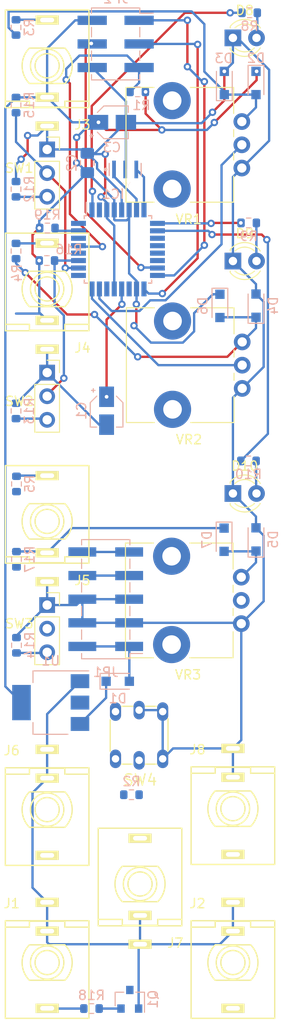
<source format=kicad_pcb>
(kicad_pcb (version 20171130) (host pcbnew "(5.1.9)-1")

  (general
    (thickness 1.6)
    (drawings 4)
    (tracks 332)
    (zones 0)
    (modules 50)
    (nets 47)
  )

  (page A4)
  (layers
    (0 F.Cu signal)
    (31 B.Cu signal)
    (32 B.Adhes user hide)
    (33 F.Adhes user hide)
    (34 B.Paste user hide)
    (35 F.Paste user hide)
    (36 B.SilkS user hide)
    (37 F.SilkS user hide)
    (38 B.Mask user hide)
    (39 F.Mask user)
    (40 Dwgs.User user)
    (41 Cmts.User user hide)
    (42 Eco1.User user hide)
    (43 Eco2.User user)
    (44 Edge.Cuts user hide)
    (45 Margin user)
    (46 B.CrtYd user)
    (47 F.CrtYd user hide)
    (48 B.Fab user hide)
    (49 F.Fab user hide)
  )

  (setup
    (last_trace_width 0.25)
    (trace_clearance 0.2)
    (zone_clearance 0.508)
    (zone_45_only no)
    (trace_min 0.2)
    (via_size 0.8)
    (via_drill 0.4)
    (via_min_size 0.4)
    (via_min_drill 0.3)
    (uvia_size 0.3)
    (uvia_drill 0.1)
    (uvias_allowed no)
    (uvia_min_size 0.2)
    (uvia_min_drill 0.1)
    (edge_width 0.05)
    (segment_width 0.2)
    (pcb_text_width 0.3)
    (pcb_text_size 1.5 1.5)
    (mod_edge_width 0.12)
    (mod_text_size 1 1)
    (mod_text_width 0.15)
    (pad_size 1.524 1.524)
    (pad_drill 0.762)
    (pad_to_mask_clearance 0)
    (aux_axis_origin 0 0)
    (visible_elements 7EE13407)
    (pcbplotparams
      (layerselection 0x010fc_ffffffff)
      (usegerberextensions false)
      (usegerberattributes true)
      (usegerberadvancedattributes true)
      (creategerberjobfile true)
      (excludeedgelayer true)
      (linewidth 0.100000)
      (plotframeref false)
      (viasonmask false)
      (mode 1)
      (useauxorigin false)
      (hpglpennumber 1)
      (hpglpenspeed 20)
      (hpglpendiameter 15.000000)
      (psnegative false)
      (psa4output false)
      (plotreference true)
      (plotvalue true)
      (plotinvisibletext false)
      (padsonsilk false)
      (subtractmaskfromsilk false)
      (outputformat 1)
      (mirror false)
      (drillshape 1)
      (scaleselection 1)
      (outputdirectory ""))
  )

  (net 0 "")
  (net 1 AREF)
  (net 2 GNDD)
  (net 3 VCC)
  (net 4 "Net-(D1-Pad1)")
  (net 5 "Net-(D1-Pad2)")
  (net 6 "Net-(D2-Pad2)")
  (net 7 "Net-(D4-Pad1)")
  (net 8 "Net-(D5-Pad1)")
  (net 9 "Net-(D8-Pad2)")
  (net 10 "Net-(D9-Pad2)")
  (net 11 "Net-(D10-Pad2)")
  (net 12 D3)
  (net 13 D4)
  (net 14 "Net-(IC1-Pad7)")
  (net 15 "Net-(IC1-Pad8)")
  (net 16 D5)
  (net 17 D6)
  (net 18 D7)
  (net 19 D8)
  (net 20 D9)
  (net 21 D10)
  (net 22 D11)
  (net 23 D12)
  (net 24 D13)
  (net 25 A6)
  (net 26 A7)
  (net 27 A0)
  (net 28 A1)
  (net 29 A2)
  (net 30 A3)
  (net 31 A4)
  (net 32 A5)
  (net 33 RST)
  (net 34 D0)
  (net 35 D1)
  (net 36 D2)
  (net 37 "Net-(JP1-Pad10)")
  (net 38 "Net-(Q1-Pad2)")
  (net 39 "Net-(R2-Pad1)")
  (net 40 "Net-(J3-Pad3)")
  (net 41 "Net-(J4-Pad3)")
  (net 42 "Net-(J5-Pad3)")
  (net 43 "Net-(R12-Pad1)")
  (net 44 "Net-(R13-Pad1)")
  (net 45 "Net-(R14-Pad1)")
  (net 46 "Net-(J1-Pad3)")

  (net_class Default "This is the default net class."
    (clearance 0.2)
    (trace_width 0.25)
    (via_dia 0.8)
    (via_drill 0.4)
    (uvia_dia 0.3)
    (uvia_drill 0.1)
    (add_net A0)
    (add_net A1)
    (add_net A2)
    (add_net A3)
    (add_net A4)
    (add_net A5)
    (add_net A6)
    (add_net A7)
    (add_net AREF)
    (add_net D0)
    (add_net D1)
    (add_net D10)
    (add_net D11)
    (add_net D12)
    (add_net D13)
    (add_net D2)
    (add_net D3)
    (add_net D4)
    (add_net D5)
    (add_net D6)
    (add_net D7)
    (add_net D8)
    (add_net D9)
    (add_net GNDD)
    (add_net "Net-(D1-Pad1)")
    (add_net "Net-(D1-Pad2)")
    (add_net "Net-(D10-Pad2)")
    (add_net "Net-(D2-Pad2)")
    (add_net "Net-(D4-Pad1)")
    (add_net "Net-(D5-Pad1)")
    (add_net "Net-(D8-Pad2)")
    (add_net "Net-(D9-Pad2)")
    (add_net "Net-(IC1-Pad7)")
    (add_net "Net-(IC1-Pad8)")
    (add_net "Net-(J1-Pad3)")
    (add_net "Net-(J3-Pad3)")
    (add_net "Net-(J4-Pad3)")
    (add_net "Net-(J5-Pad3)")
    (add_net "Net-(JP1-Pad10)")
    (add_net "Net-(Q1-Pad2)")
    (add_net "Net-(R12-Pad1)")
    (add_net "Net-(R13-Pad1)")
    (add_net "Net-(R14-Pad1)")
    (add_net "Net-(R2-Pad1)")
    (add_net RST)
    (add_net VCC)
  )

  (module Capacitor_SMD:CP_Elec_3x5.3 (layer B.Cu) (tedit 5B303299) (tstamp 6060CB2D)
    (at 46.4 79.1 270)
    (descr "SMT capacitor, aluminium electrolytic, 3x5.3, Cornell Dubilier Electronics ")
    (tags "Capacitor Electrolytic")
    (path /606518F2)
    (attr smd)
    (fp_text reference C1 (at 0 2.7 90) (layer B.SilkS)
      (effects (font (size 1 1) (thickness 0.15)) (justify mirror))
    )
    (fp_text value 0.1uF (at 0 -2.7 90) (layer B.Fab)
      (effects (font (size 1 1) (thickness 0.15)) (justify mirror))
    )
    (fp_line (start -2.85 -1.05) (end -1.78 -1.05) (layer B.CrtYd) (width 0.05))
    (fp_line (start -2.85 1.05) (end -2.85 -1.05) (layer B.CrtYd) (width 0.05))
    (fp_line (start -1.78 1.05) (end -2.85 1.05) (layer B.CrtYd) (width 0.05))
    (fp_line (start -1.78 1.05) (end -0.93 1.9) (layer B.CrtYd) (width 0.05))
    (fp_line (start -1.78 -1.05) (end -0.93 -1.9) (layer B.CrtYd) (width 0.05))
    (fp_line (start -0.93 1.9) (end 1.9 1.9) (layer B.CrtYd) (width 0.05))
    (fp_line (start -0.93 -1.9) (end 1.9 -1.9) (layer B.CrtYd) (width 0.05))
    (fp_line (start 1.9 -1.05) (end 1.9 -1.9) (layer B.CrtYd) (width 0.05))
    (fp_line (start 2.85 -1.05) (end 1.9 -1.05) (layer B.CrtYd) (width 0.05))
    (fp_line (start 2.85 1.05) (end 2.85 -1.05) (layer B.CrtYd) (width 0.05))
    (fp_line (start 1.9 1.05) (end 2.85 1.05) (layer B.CrtYd) (width 0.05))
    (fp_line (start 1.9 1.9) (end 1.9 1.05) (layer B.CrtYd) (width 0.05))
    (fp_line (start -2.1875 1.6225) (end -2.1875 1.2475) (layer B.SilkS) (width 0.12))
    (fp_line (start -2.375 1.435) (end -2 1.435) (layer B.SilkS) (width 0.12))
    (fp_line (start -1.570563 -1.06) (end -0.870563 -1.76) (layer B.SilkS) (width 0.12))
    (fp_line (start -1.570563 1.06) (end -0.870563 1.76) (layer B.SilkS) (width 0.12))
    (fp_line (start -0.870563 -1.76) (end 1.76 -1.76) (layer B.SilkS) (width 0.12))
    (fp_line (start -0.870563 1.76) (end 1.76 1.76) (layer B.SilkS) (width 0.12))
    (fp_line (start 1.76 1.76) (end 1.76 1.06) (layer B.SilkS) (width 0.12))
    (fp_line (start 1.76 -1.76) (end 1.76 -1.06) (layer B.SilkS) (width 0.12))
    (fp_line (start -0.960469 0.95) (end -0.960469 0.65) (layer B.Fab) (width 0.1))
    (fp_line (start -1.110469 0.8) (end -0.810469 0.8) (layer B.Fab) (width 0.1))
    (fp_line (start -1.65 -0.825) (end -0.825 -1.65) (layer B.Fab) (width 0.1))
    (fp_line (start -1.65 0.825) (end -0.825 1.65) (layer B.Fab) (width 0.1))
    (fp_line (start -1.65 0.825) (end -1.65 -0.825) (layer B.Fab) (width 0.1))
    (fp_line (start -0.825 -1.65) (end 1.65 -1.65) (layer B.Fab) (width 0.1))
    (fp_line (start -0.825 1.65) (end 1.65 1.65) (layer B.Fab) (width 0.1))
    (fp_line (start 1.65 1.65) (end 1.65 -1.65) (layer B.Fab) (width 0.1))
    (fp_circle (center 0 0) (end 1.5 0) (layer B.Fab) (width 0.1))
    (fp_text user %R (at 0 0 90) (layer B.Fab)
      (effects (font (size 0.6 0.6) (thickness 0.09)) (justify mirror))
    )
    (pad 2 smd rect (at 1.5 0 270) (size 2.2 1.6) (layers B.Cu B.Paste B.Mask)
      (net 2 GNDD))
    (pad 1 smd rect (at -1.5 0 270) (size 2.2 1.6) (layers B.Cu B.Paste B.Mask)
      (net 1 AREF))
    (model ${KISYS3DMOD}/Capacitor_SMD.3dshapes/CP_Elec_3x5.3.wrl
      (at (xyz 0 0 0))
      (scale (xyz 1 1 1))
      (rotate (xyz 0 0 0))
    )
  )

  (module Diode_SMD:D_SOD-323_HandSoldering (layer B.Cu) (tedit 58641869) (tstamp 6060D03D)
    (at 47.6 108.2)
    (descr SOD-323)
    (tags SOD-323)
    (path /609BC143)
    (attr smd)
    (fp_text reference D1 (at 0 1.85) (layer B.SilkS)
      (effects (font (size 1 1) (thickness 0.15)) (justify mirror))
    )
    (fp_text value SM4001 (at 0.1 -1.9) (layer B.Fab)
      (effects (font (size 1 1) (thickness 0.15)) (justify mirror))
    )
    (fp_line (start -1.9 0.85) (end 1.25 0.85) (layer B.SilkS) (width 0.12))
    (fp_line (start -1.9 -0.85) (end 1.25 -0.85) (layer B.SilkS) (width 0.12))
    (fp_line (start -2 0.95) (end -2 -0.95) (layer B.CrtYd) (width 0.05))
    (fp_line (start -2 -0.95) (end 2 -0.95) (layer B.CrtYd) (width 0.05))
    (fp_line (start 2 0.95) (end 2 -0.95) (layer B.CrtYd) (width 0.05))
    (fp_line (start -2 0.95) (end 2 0.95) (layer B.CrtYd) (width 0.05))
    (fp_line (start -0.9 0.7) (end 0.9 0.7) (layer B.Fab) (width 0.1))
    (fp_line (start 0.9 0.7) (end 0.9 -0.7) (layer B.Fab) (width 0.1))
    (fp_line (start 0.9 -0.7) (end -0.9 -0.7) (layer B.Fab) (width 0.1))
    (fp_line (start -0.9 -0.7) (end -0.9 0.7) (layer B.Fab) (width 0.1))
    (fp_line (start -0.3 0.35) (end -0.3 -0.35) (layer B.Fab) (width 0.1))
    (fp_line (start -0.3 0) (end -0.5 0) (layer B.Fab) (width 0.1))
    (fp_line (start -0.3 0) (end 0.2 0.35) (layer B.Fab) (width 0.1))
    (fp_line (start 0.2 0.35) (end 0.2 -0.35) (layer B.Fab) (width 0.1))
    (fp_line (start 0.2 -0.35) (end -0.3 0) (layer B.Fab) (width 0.1))
    (fp_line (start 0.2 0) (end 0.45 0) (layer B.Fab) (width 0.1))
    (fp_line (start -1.9 0.85) (end -1.9 -0.85) (layer B.SilkS) (width 0.12))
    (fp_text user %R (at 0 1.85) (layer B.Fab)
      (effects (font (size 1 1) (thickness 0.15)) (justify mirror))
    )
    (pad 1 smd rect (at -1.25 0) (size 1 1) (layers B.Cu B.Paste B.Mask)
      (net 4 "Net-(D1-Pad1)"))
    (pad 2 smd rect (at 1.25 0) (size 1 1) (layers B.Cu B.Paste B.Mask)
      (net 5 "Net-(D1-Pad2)"))
    (model ${KISYS3DMOD}/Diode_SMD.3dshapes/D_SOD-323.wrl
      (at (xyz 0 0 0))
      (scale (xyz 1 1 1))
      (rotate (xyz 0 0 0))
    )
  )

  (module Diode_SMD:D_SOD-323_HandSoldering (layer B.Cu) (tedit 58641869) (tstamp 6060CB89)
    (at 62.484 43.85 270)
    (descr SOD-323)
    (tags SOD-323)
    (path /6074DA64)
    (attr smd)
    (fp_text reference D2 (at -2.675 0 180) (layer B.SilkS)
      (effects (font (size 1 1) (thickness 0.15)) (justify mirror))
    )
    (fp_text value BAT48 (at 0.1 -1.9 90) (layer B.Fab)
      (effects (font (size 1 1) (thickness 0.15)) (justify mirror))
    )
    (fp_line (start -1.9 0.85) (end -1.9 -0.85) (layer B.SilkS) (width 0.12))
    (fp_line (start 0.2 0) (end 0.45 0) (layer B.Fab) (width 0.1))
    (fp_line (start 0.2 -0.35) (end -0.3 0) (layer B.Fab) (width 0.1))
    (fp_line (start 0.2 0.35) (end 0.2 -0.35) (layer B.Fab) (width 0.1))
    (fp_line (start -0.3 0) (end 0.2 0.35) (layer B.Fab) (width 0.1))
    (fp_line (start -0.3 0) (end -0.5 0) (layer B.Fab) (width 0.1))
    (fp_line (start -0.3 0.35) (end -0.3 -0.35) (layer B.Fab) (width 0.1))
    (fp_line (start -0.9 -0.7) (end -0.9 0.7) (layer B.Fab) (width 0.1))
    (fp_line (start 0.9 -0.7) (end -0.9 -0.7) (layer B.Fab) (width 0.1))
    (fp_line (start 0.9 0.7) (end 0.9 -0.7) (layer B.Fab) (width 0.1))
    (fp_line (start -0.9 0.7) (end 0.9 0.7) (layer B.Fab) (width 0.1))
    (fp_line (start -2 0.95) (end 2 0.95) (layer B.CrtYd) (width 0.05))
    (fp_line (start 2 0.95) (end 2 -0.95) (layer B.CrtYd) (width 0.05))
    (fp_line (start -2 -0.95) (end 2 -0.95) (layer B.CrtYd) (width 0.05))
    (fp_line (start -2 0.95) (end -2 -0.95) (layer B.CrtYd) (width 0.05))
    (fp_line (start -1.9 -0.85) (end 1.25 -0.85) (layer B.SilkS) (width 0.12))
    (fp_line (start -1.9 0.85) (end 1.25 0.85) (layer B.SilkS) (width 0.12))
    (pad 2 smd rect (at 1.25 0 270) (size 1 1) (layers B.Cu B.Paste B.Mask)
      (net 6 "Net-(D2-Pad2)"))
    (pad 1 smd rect (at -1.25 0 270) (size 1 1) (layers B.Cu B.Paste B.Mask)
      (net 3 VCC))
    (model ${KISYS3DMOD}/Diode_SMD.3dshapes/D_SOD-323.wrl
      (at (xyz 0 0 0))
      (scale (xyz 1 1 1))
      (rotate (xyz 0 0 0))
    )
  )

  (module Diode_SMD:D_SOD-323_HandSoldering (layer B.Cu) (tedit 58641869) (tstamp 6060CFFA)
    (at 59.075 43.85 90)
    (descr SOD-323)
    (tags SOD-323)
    (path /6074E3F3)
    (attr smd)
    (fp_text reference D3 (at 2.65 -0.075) (layer B.SilkS)
      (effects (font (size 1 1) (thickness 0.15)) (justify mirror))
    )
    (fp_text value BAT48 (at 0.1 -1.9 90) (layer B.Fab)
      (effects (font (size 1 1) (thickness 0.15)) (justify mirror))
    )
    (fp_line (start -1.9 0.85) (end 1.25 0.85) (layer B.SilkS) (width 0.12))
    (fp_line (start -1.9 -0.85) (end 1.25 -0.85) (layer B.SilkS) (width 0.12))
    (fp_line (start -2 0.95) (end -2 -0.95) (layer B.CrtYd) (width 0.05))
    (fp_line (start -2 -0.95) (end 2 -0.95) (layer B.CrtYd) (width 0.05))
    (fp_line (start 2 0.95) (end 2 -0.95) (layer B.CrtYd) (width 0.05))
    (fp_line (start -2 0.95) (end 2 0.95) (layer B.CrtYd) (width 0.05))
    (fp_line (start -0.9 0.7) (end 0.9 0.7) (layer B.Fab) (width 0.1))
    (fp_line (start 0.9 0.7) (end 0.9 -0.7) (layer B.Fab) (width 0.1))
    (fp_line (start 0.9 -0.7) (end -0.9 -0.7) (layer B.Fab) (width 0.1))
    (fp_line (start -0.9 -0.7) (end -0.9 0.7) (layer B.Fab) (width 0.1))
    (fp_line (start -0.3 0.35) (end -0.3 -0.35) (layer B.Fab) (width 0.1))
    (fp_line (start -0.3 0) (end -0.5 0) (layer B.Fab) (width 0.1))
    (fp_line (start -0.3 0) (end 0.2 0.35) (layer B.Fab) (width 0.1))
    (fp_line (start 0.2 0.35) (end 0.2 -0.35) (layer B.Fab) (width 0.1))
    (fp_line (start 0.2 -0.35) (end -0.3 0) (layer B.Fab) (width 0.1))
    (fp_line (start 0.2 0) (end 0.45 0) (layer B.Fab) (width 0.1))
    (fp_line (start -1.9 0.85) (end -1.9 -0.85) (layer B.SilkS) (width 0.12))
    (pad 1 smd rect (at -1.25 0 90) (size 1 1) (layers B.Cu B.Paste B.Mask)
      (net 6 "Net-(D2-Pad2)"))
    (pad 2 smd rect (at 1.25 0 90) (size 1 1) (layers B.Cu B.Paste B.Mask)
      (net 2 GNDD))
    (model ${KISYS3DMOD}/Diode_SMD.3dshapes/D_SOD-323.wrl
      (at (xyz 0 0 0))
      (scale (xyz 1 1 1))
      (rotate (xyz 0 0 0))
    )
  )

  (module Diode_SMD:D_SOD-323_HandSoldering (layer B.Cu) (tedit 58641869) (tstamp 6060CFB6)
    (at 62.484 67.798 90)
    (descr SOD-323)
    (tags SOD-323)
    (path /609A91A1)
    (attr smd)
    (fp_text reference D4 (at 0 1.85 90) (layer B.SilkS)
      (effects (font (size 1 1) (thickness 0.15)) (justify mirror))
    )
    (fp_text value BAT48 (at -4.365 0.567 90) (layer B.Fab)
      (effects (font (size 1 1) (thickness 0.15)) (justify mirror))
    )
    (fp_line (start -1.9 0.85) (end 1.25 0.85) (layer B.SilkS) (width 0.12))
    (fp_line (start -1.9 -0.85) (end 1.25 -0.85) (layer B.SilkS) (width 0.12))
    (fp_line (start -2 0.95) (end -2 -0.95) (layer B.CrtYd) (width 0.05))
    (fp_line (start -2 -0.95) (end 2 -0.95) (layer B.CrtYd) (width 0.05))
    (fp_line (start 2 0.95) (end 2 -0.95) (layer B.CrtYd) (width 0.05))
    (fp_line (start -2 0.95) (end 2 0.95) (layer B.CrtYd) (width 0.05))
    (fp_line (start -0.9 0.7) (end 0.9 0.7) (layer B.Fab) (width 0.1))
    (fp_line (start 0.9 0.7) (end 0.9 -0.7) (layer B.Fab) (width 0.1))
    (fp_line (start 0.9 -0.7) (end -0.9 -0.7) (layer B.Fab) (width 0.1))
    (fp_line (start -0.9 -0.7) (end -0.9 0.7) (layer B.Fab) (width 0.1))
    (fp_line (start -0.3 0.35) (end -0.3 -0.35) (layer B.Fab) (width 0.1))
    (fp_line (start -0.3 0) (end -0.5 0) (layer B.Fab) (width 0.1))
    (fp_line (start -0.3 0) (end 0.2 0.35) (layer B.Fab) (width 0.1))
    (fp_line (start 0.2 0.35) (end 0.2 -0.35) (layer B.Fab) (width 0.1))
    (fp_line (start 0.2 -0.35) (end -0.3 0) (layer B.Fab) (width 0.1))
    (fp_line (start 0.2 0) (end 0.45 0) (layer B.Fab) (width 0.1))
    (fp_line (start -1.9 0.85) (end -1.9 -0.85) (layer B.SilkS) (width 0.12))
    (fp_text user %R (at 0 1.85 90) (layer B.Fab)
      (effects (font (size 1 1) (thickness 0.15)) (justify mirror))
    )
    (pad 1 smd rect (at -1.25 0 90) (size 1 1) (layers B.Cu B.Paste B.Mask)
      (net 7 "Net-(D4-Pad1)"))
    (pad 2 smd rect (at 1.25 0 90) (size 1 1) (layers B.Cu B.Paste B.Mask)
      (net 2 GNDD))
    (model ${KISYS3DMOD}/Diode_SMD.3dshapes/D_SOD-323.wrl
      (at (xyz 0 0 0))
      (scale (xyz 1 1 1))
      (rotate (xyz 0 0 0))
    )
  )

  (module Diode_SMD:D_SOD-323_HandSoldering (layer B.Cu) (tedit 58641869) (tstamp 6060D0C7)
    (at 62.484 92.944 90)
    (descr SOD-323)
    (tags SOD-323)
    (path /609B9BAE)
    (attr smd)
    (fp_text reference D5 (at 0 1.85 90) (layer B.SilkS)
      (effects (font (size 1 1) (thickness 0.15)) (justify mirror))
    )
    (fp_text value BAT48 (at -4.084 1.148 90) (layer B.Fab)
      (effects (font (size 1 1) (thickness 0.15)) (justify mirror))
    )
    (fp_line (start -1.9 0.85) (end 1.25 0.85) (layer B.SilkS) (width 0.12))
    (fp_line (start -1.9 -0.85) (end 1.25 -0.85) (layer B.SilkS) (width 0.12))
    (fp_line (start -2 0.95) (end -2 -0.95) (layer B.CrtYd) (width 0.05))
    (fp_line (start -2 -0.95) (end 2 -0.95) (layer B.CrtYd) (width 0.05))
    (fp_line (start 2 0.95) (end 2 -0.95) (layer B.CrtYd) (width 0.05))
    (fp_line (start -2 0.95) (end 2 0.95) (layer B.CrtYd) (width 0.05))
    (fp_line (start -0.9 0.7) (end 0.9 0.7) (layer B.Fab) (width 0.1))
    (fp_line (start 0.9 0.7) (end 0.9 -0.7) (layer B.Fab) (width 0.1))
    (fp_line (start 0.9 -0.7) (end -0.9 -0.7) (layer B.Fab) (width 0.1))
    (fp_line (start -0.9 -0.7) (end -0.9 0.7) (layer B.Fab) (width 0.1))
    (fp_line (start -0.3 0.35) (end -0.3 -0.35) (layer B.Fab) (width 0.1))
    (fp_line (start -0.3 0) (end -0.5 0) (layer B.Fab) (width 0.1))
    (fp_line (start -0.3 0) (end 0.2 0.35) (layer B.Fab) (width 0.1))
    (fp_line (start 0.2 0.35) (end 0.2 -0.35) (layer B.Fab) (width 0.1))
    (fp_line (start 0.2 -0.35) (end -0.3 0) (layer B.Fab) (width 0.1))
    (fp_line (start 0.2 0) (end 0.45 0) (layer B.Fab) (width 0.1))
    (fp_line (start -1.9 0.85) (end -1.9 -0.85) (layer B.SilkS) (width 0.12))
    (fp_text user %R (at 0 1.85 90) (layer B.Fab)
      (effects (font (size 1 1) (thickness 0.15)) (justify mirror))
    )
    (pad 1 smd rect (at -1.25 0 90) (size 1 1) (layers B.Cu B.Paste B.Mask)
      (net 8 "Net-(D5-Pad1)"))
    (pad 2 smd rect (at 1.25 0 90) (size 1 1) (layers B.Cu B.Paste B.Mask)
      (net 2 GNDD))
    (model ${KISYS3DMOD}/Diode_SMD.3dshapes/D_SOD-323.wrl
      (at (xyz 0 0 0))
      (scale (xyz 1 1 1))
      (rotate (xyz 0 0 0))
    )
  )

  (module Diode_SMD:D_SOD-323_HandSoldering (layer B.Cu) (tedit 58641869) (tstamp 6060D082)
    (at 58.6 67.825 270)
    (descr SOD-323)
    (tags SOD-323)
    (path /609A919B)
    (attr smd)
    (fp_text reference D6 (at 0 1.85 90) (layer B.SilkS)
      (effects (font (size 1 1) (thickness 0.15)) (justify mirror))
    )
    (fp_text value BAT48 (at 0.1 -1.9 90) (layer B.Fab)
      (effects (font (size 1 1) (thickness 0.15)) (justify mirror))
    )
    (fp_line (start -1.9 0.85) (end -1.9 -0.85) (layer B.SilkS) (width 0.12))
    (fp_line (start 0.2 0) (end 0.45 0) (layer B.Fab) (width 0.1))
    (fp_line (start 0.2 -0.35) (end -0.3 0) (layer B.Fab) (width 0.1))
    (fp_line (start 0.2 0.35) (end 0.2 -0.35) (layer B.Fab) (width 0.1))
    (fp_line (start -0.3 0) (end 0.2 0.35) (layer B.Fab) (width 0.1))
    (fp_line (start -0.3 0) (end -0.5 0) (layer B.Fab) (width 0.1))
    (fp_line (start -0.3 0.35) (end -0.3 -0.35) (layer B.Fab) (width 0.1))
    (fp_line (start -0.9 -0.7) (end -0.9 0.7) (layer B.Fab) (width 0.1))
    (fp_line (start 0.9 -0.7) (end -0.9 -0.7) (layer B.Fab) (width 0.1))
    (fp_line (start 0.9 0.7) (end 0.9 -0.7) (layer B.Fab) (width 0.1))
    (fp_line (start -0.9 0.7) (end 0.9 0.7) (layer B.Fab) (width 0.1))
    (fp_line (start -2 0.95) (end 2 0.95) (layer B.CrtYd) (width 0.05))
    (fp_line (start 2 0.95) (end 2 -0.95) (layer B.CrtYd) (width 0.05))
    (fp_line (start -2 -0.95) (end 2 -0.95) (layer B.CrtYd) (width 0.05))
    (fp_line (start -2 0.95) (end -2 -0.95) (layer B.CrtYd) (width 0.05))
    (fp_line (start -1.9 -0.85) (end 1.25 -0.85) (layer B.SilkS) (width 0.12))
    (fp_line (start -1.9 0.85) (end 1.25 0.85) (layer B.SilkS) (width 0.12))
    (fp_text user %R (at 0 1.85 90) (layer B.Fab)
      (effects (font (size 1 1) (thickness 0.15)) (justify mirror))
    )
    (pad 2 smd rect (at 1.25 0 270) (size 1 1) (layers B.Cu B.Paste B.Mask)
      (net 7 "Net-(D4-Pad1)"))
    (pad 1 smd rect (at -1.25 0 270) (size 1 1) (layers B.Cu B.Paste B.Mask)
      (net 3 VCC))
    (model ${KISYS3DMOD}/Diode_SMD.3dshapes/D_SOD-323.wrl
      (at (xyz 0 0 0))
      (scale (xyz 1 1 1))
      (rotate (xyz 0 0 0))
    )
  )

  (module Diode_SMD:D_SOD-323_HandSoldering (layer B.Cu) (tedit 58641869) (tstamp 6060C9E0)
    (at 59.05 92.975 270)
    (descr SOD-323)
    (tags SOD-323)
    (path /609B9BA8)
    (attr smd)
    (fp_text reference D7 (at 0 1.85 90) (layer B.SilkS)
      (effects (font (size 1 1) (thickness 0.15)) (justify mirror))
    )
    (fp_text value BAT48 (at -0.011 -1.9 90) (layer B.Fab)
      (effects (font (size 1 1) (thickness 0.15)) (justify mirror))
    )
    (fp_line (start -1.9 0.85) (end -1.9 -0.85) (layer B.SilkS) (width 0.12))
    (fp_line (start 0.2 0) (end 0.45 0) (layer B.Fab) (width 0.1))
    (fp_line (start 0.2 -0.35) (end -0.3 0) (layer B.Fab) (width 0.1))
    (fp_line (start 0.2 0.35) (end 0.2 -0.35) (layer B.Fab) (width 0.1))
    (fp_line (start -0.3 0) (end 0.2 0.35) (layer B.Fab) (width 0.1))
    (fp_line (start -0.3 0) (end -0.5 0) (layer B.Fab) (width 0.1))
    (fp_line (start -0.3 0.35) (end -0.3 -0.35) (layer B.Fab) (width 0.1))
    (fp_line (start -0.9 -0.7) (end -0.9 0.7) (layer B.Fab) (width 0.1))
    (fp_line (start 0.9 -0.7) (end -0.9 -0.7) (layer B.Fab) (width 0.1))
    (fp_line (start 0.9 0.7) (end 0.9 -0.7) (layer B.Fab) (width 0.1))
    (fp_line (start -0.9 0.7) (end 0.9 0.7) (layer B.Fab) (width 0.1))
    (fp_line (start -2 0.95) (end 2 0.95) (layer B.CrtYd) (width 0.05))
    (fp_line (start 2 0.95) (end 2 -0.95) (layer B.CrtYd) (width 0.05))
    (fp_line (start -2 -0.95) (end 2 -0.95) (layer B.CrtYd) (width 0.05))
    (fp_line (start -2 0.95) (end -2 -0.95) (layer B.CrtYd) (width 0.05))
    (fp_line (start -1.9 -0.85) (end 1.25 -0.85) (layer B.SilkS) (width 0.12))
    (fp_line (start -1.9 0.85) (end 1.25 0.85) (layer B.SilkS) (width 0.12))
    (fp_text user %R (at 0 1.85 90) (layer B.Fab)
      (effects (font (size 1 1) (thickness 0.15)) (justify mirror))
    )
    (pad 2 smd rect (at 1.25 0 270) (size 1 1) (layers B.Cu B.Paste B.Mask)
      (net 8 "Net-(D5-Pad1)"))
    (pad 1 smd rect (at -1.25 0 270) (size 1 1) (layers B.Cu B.Paste B.Mask)
      (net 3 VCC))
    (model ${KISYS3DMOD}/Diode_SMD.3dshapes/D_SOD-323.wrl
      (at (xyz 0 0 0))
      (scale (xyz 1 1 1))
      (rotate (xyz 0 0 0))
    )
  )

  (module LED_THT:LED_D3.0mm_FlatTop (layer F.Cu) (tedit 5880A862) (tstamp 6060A467)
    (at 60 39)
    (descr "LED, Round, FlatTop, diameter 3.0mm, 2 pins, http://www.kingbright.com/attachments/file/psearch/000/00/00/L-47XEC(Ver.9A).pdf")
    (tags "LED Round FlatTop diameter 3.0mm 2 pins")
    (path /60605992)
    (fp_text reference D8 (at 1.27 -2.96) (layer F.SilkS)
      (effects (font (size 1 1) (thickness 0.15)))
    )
    (fp_text value LED (at 1.27 2.96) (layer F.Fab)
      (effects (font (size 1 1) (thickness 0.15)))
    )
    (fp_line (start 3.7 -2.25) (end -1.15 -2.25) (layer F.CrtYd) (width 0.05))
    (fp_line (start 3.7 2.25) (end 3.7 -2.25) (layer F.CrtYd) (width 0.05))
    (fp_line (start -1.15 2.25) (end 3.7 2.25) (layer F.CrtYd) (width 0.05))
    (fp_line (start -1.15 -2.25) (end -1.15 2.25) (layer F.CrtYd) (width 0.05))
    (fp_line (start -0.29 1.08) (end -0.29 1.236) (layer F.SilkS) (width 0.12))
    (fp_line (start -0.29 -1.236) (end -0.29 -1.08) (layer F.SilkS) (width 0.12))
    (fp_line (start -0.23 -1.16619) (end -0.23 1.16619) (layer F.Fab) (width 0.1))
    (fp_circle (center 1.27 0) (end 2.77 0) (layer F.Fab) (width 0.1))
    (fp_arc (start 1.27 0) (end -0.23 -1.16619) (angle 284.3) (layer F.Fab) (width 0.1))
    (fp_arc (start 1.27 0) (end -0.29 -1.235516) (angle 108.8) (layer F.SilkS) (width 0.12))
    (fp_arc (start 1.27 0) (end -0.29 1.235516) (angle -108.8) (layer F.SilkS) (width 0.12))
    (fp_arc (start 1.27 0) (end 0.229039 -1.08) (angle 87.9) (layer F.SilkS) (width 0.12))
    (fp_arc (start 1.27 0) (end 0.229039 1.08) (angle -87.9) (layer F.SilkS) (width 0.12))
    (pad 1 thru_hole rect (at 0 0) (size 1.8 1.8) (drill 0.9) (layers *.Cu *.Mask)
      (net 2 GNDD))
    (pad 2 thru_hole circle (at 2.54 0) (size 1.8 1.8) (drill 0.9) (layers *.Cu *.Mask)
      (net 9 "Net-(D8-Pad2)"))
    (model ${KISYS3DMOD}/LED_THT.3dshapes/LED_D3.0mm_FlatTop.wrl
      (at (xyz 0 0 0))
      (scale (xyz 1 1 1))
      (rotate (xyz 0 0 0))
    )
  )

  (module LED_THT:LED_D3.0mm_FlatTop (layer F.Cu) (tedit 5880A862) (tstamp 6060A49D)
    (at 60 63)
    (descr "LED, Round, FlatTop, diameter 3.0mm, 2 pins, http://www.kingbright.com/attachments/file/psearch/000/00/00/L-47XEC(Ver.9A).pdf")
    (tags "LED Round FlatTop diameter 3.0mm 2 pins")
    (path /60608728)
    (fp_text reference D9 (at 1.27 -2.96) (layer F.SilkS)
      (effects (font (size 1 1) (thickness 0.15)))
    )
    (fp_text value LED (at 1.27 2.96) (layer F.Fab)
      (effects (font (size 1 1) (thickness 0.15)))
    )
    (fp_circle (center 1.27 0) (end 2.77 0) (layer F.Fab) (width 0.1))
    (fp_line (start -0.23 -1.16619) (end -0.23 1.16619) (layer F.Fab) (width 0.1))
    (fp_line (start -0.29 -1.236) (end -0.29 -1.08) (layer F.SilkS) (width 0.12))
    (fp_line (start -0.29 1.08) (end -0.29 1.236) (layer F.SilkS) (width 0.12))
    (fp_line (start -1.15 -2.25) (end -1.15 2.25) (layer F.CrtYd) (width 0.05))
    (fp_line (start -1.15 2.25) (end 3.7 2.25) (layer F.CrtYd) (width 0.05))
    (fp_line (start 3.7 2.25) (end 3.7 -2.25) (layer F.CrtYd) (width 0.05))
    (fp_line (start 3.7 -2.25) (end -1.15 -2.25) (layer F.CrtYd) (width 0.05))
    (fp_arc (start 1.27 0) (end 0.229039 1.08) (angle -87.9) (layer F.SilkS) (width 0.12))
    (fp_arc (start 1.27 0) (end 0.229039 -1.08) (angle 87.9) (layer F.SilkS) (width 0.12))
    (fp_arc (start 1.27 0) (end -0.29 1.235516) (angle -108.8) (layer F.SilkS) (width 0.12))
    (fp_arc (start 1.27 0) (end -0.29 -1.235516) (angle 108.8) (layer F.SilkS) (width 0.12))
    (fp_arc (start 1.27 0) (end -0.23 -1.16619) (angle 284.3) (layer F.Fab) (width 0.1))
    (pad 2 thru_hole circle (at 2.54 0) (size 1.8 1.8) (drill 0.9) (layers *.Cu *.Mask)
      (net 10 "Net-(D9-Pad2)"))
    (pad 1 thru_hole rect (at 0 0) (size 1.8 1.8) (drill 0.9) (layers *.Cu *.Mask)
      (net 2 GNDD))
    (model ${KISYS3DMOD}/LED_THT.3dshapes/LED_D3.0mm_FlatTop.wrl
      (at (xyz 0 0 0))
      (scale (xyz 1 1 1))
      (rotate (xyz 0 0 0))
    )
  )

  (module LED_THT:LED_D3.0mm_FlatTop (layer F.Cu) (tedit 5880A862) (tstamp 6060A31A)
    (at 60 88)
    (descr "LED, Round, FlatTop, diameter 3.0mm, 2 pins, http://www.kingbright.com/attachments/file/psearch/000/00/00/L-47XEC(Ver.9A).pdf")
    (tags "LED Round FlatTop diameter 3.0mm 2 pins")
    (path /60608AFB)
    (fp_text reference D10 (at 1.27 -2.96) (layer F.SilkS)
      (effects (font (size 1 1) (thickness 0.15)))
    )
    (fp_text value LED (at 1.27 2.96) (layer F.Fab)
      (effects (font (size 1 1) (thickness 0.15)))
    )
    (fp_line (start 3.7 -2.25) (end -1.15 -2.25) (layer F.CrtYd) (width 0.05))
    (fp_line (start 3.7 2.25) (end 3.7 -2.25) (layer F.CrtYd) (width 0.05))
    (fp_line (start -1.15 2.25) (end 3.7 2.25) (layer F.CrtYd) (width 0.05))
    (fp_line (start -1.15 -2.25) (end -1.15 2.25) (layer F.CrtYd) (width 0.05))
    (fp_line (start -0.29 1.08) (end -0.29 1.236) (layer F.SilkS) (width 0.12))
    (fp_line (start -0.29 -1.236) (end -0.29 -1.08) (layer F.SilkS) (width 0.12))
    (fp_line (start -0.23 -1.16619) (end -0.23 1.16619) (layer F.Fab) (width 0.1))
    (fp_circle (center 1.27 0) (end 2.77 0) (layer F.Fab) (width 0.1))
    (fp_arc (start 1.27 0) (end -0.23 -1.16619) (angle 284.3) (layer F.Fab) (width 0.1))
    (fp_arc (start 1.27 0) (end -0.29 -1.235516) (angle 108.8) (layer F.SilkS) (width 0.12))
    (fp_arc (start 1.27 0) (end -0.29 1.235516) (angle -108.8) (layer F.SilkS) (width 0.12))
    (fp_arc (start 1.27 0) (end 0.229039 -1.08) (angle 87.9) (layer F.SilkS) (width 0.12))
    (fp_arc (start 1.27 0) (end 0.229039 1.08) (angle -87.9) (layer F.SilkS) (width 0.12))
    (pad 1 thru_hole rect (at 0 0) (size 1.8 1.8) (drill 0.9) (layers *.Cu *.Mask)
      (net 2 GNDD))
    (pad 2 thru_hole circle (at 2.54 0) (size 1.8 1.8) (drill 0.9) (layers *.Cu *.Mask)
      (net 11 "Net-(D10-Pad2)"))
    (model ${KISYS3DMOD}/LED_THT.3dshapes/LED_D3.0mm_FlatTop.wrl
      (at (xyz 0 0 0))
      (scale (xyz 1 1 1))
      (rotate (xyz 0 0 0))
    )
  )

  (module Package_QFP:TQFP-32_7x7mm_P0.8mm (layer B.Cu) (tedit 5A02F146) (tstamp 6060C95D)
    (at 47.625 61.75 270)
    (descr "32-Lead Plastic Thin Quad Flatpack (PT) - 7x7x1.0 mm Body, 2.00 mm [TQFP] (see Microchip Packaging Specification 00000049BS.pdf)")
    (tags "QFP 0.8")
    (path /606099BC)
    (attr smd)
    (fp_text reference IC1 (at -5.95 0.525) (layer B.SilkS)
      (effects (font (size 1 1) (thickness 0.15)) (justify mirror))
    )
    (fp_text value ATmega328PB-AU (at 0 -6.05 270) (layer B.Fab)
      (effects (font (size 1 1) (thickness 0.15)) (justify mirror))
    )
    (fp_line (start -3.625 3.4) (end -5.05 3.4) (layer B.SilkS) (width 0.15))
    (fp_line (start 3.625 3.625) (end 3.3 3.625) (layer B.SilkS) (width 0.15))
    (fp_line (start 3.625 -3.625) (end 3.3 -3.625) (layer B.SilkS) (width 0.15))
    (fp_line (start -3.625 -3.625) (end -3.3 -3.625) (layer B.SilkS) (width 0.15))
    (fp_line (start -3.625 3.625) (end -3.3 3.625) (layer B.SilkS) (width 0.15))
    (fp_line (start -3.625 -3.625) (end -3.625 -3.3) (layer B.SilkS) (width 0.15))
    (fp_line (start 3.625 -3.625) (end 3.625 -3.3) (layer B.SilkS) (width 0.15))
    (fp_line (start 3.625 3.625) (end 3.625 3.3) (layer B.SilkS) (width 0.15))
    (fp_line (start -3.625 3.625) (end -3.625 3.4) (layer B.SilkS) (width 0.15))
    (fp_line (start -5.3 -5.3) (end 5.3 -5.3) (layer B.CrtYd) (width 0.05))
    (fp_line (start -5.3 5.3) (end 5.3 5.3) (layer B.CrtYd) (width 0.05))
    (fp_line (start 5.3 5.3) (end 5.3 -5.3) (layer B.CrtYd) (width 0.05))
    (fp_line (start -5.3 5.3) (end -5.3 -5.3) (layer B.CrtYd) (width 0.05))
    (fp_line (start -3.5 2.5) (end -2.5 3.5) (layer B.Fab) (width 0.15))
    (fp_line (start -3.5 -3.5) (end -3.5 2.5) (layer B.Fab) (width 0.15))
    (fp_line (start 3.5 -3.5) (end -3.5 -3.5) (layer B.Fab) (width 0.15))
    (fp_line (start 3.5 3.5) (end 3.5 -3.5) (layer B.Fab) (width 0.15))
    (fp_line (start -2.5 3.5) (end 3.5 3.5) (layer B.Fab) (width 0.15))
    (fp_text user %R (at 0.1 -2.25 270) (layer B.Fab)
      (effects (font (size 1 1) (thickness 0.15)) (justify mirror))
    )
    (pad 1 smd rect (at -4.25 2.8 270) (size 1.6 0.55) (layers B.Cu B.Paste B.Mask)
      (net 12 D3))
    (pad 2 smd rect (at -4.25 2 270) (size 1.6 0.55) (layers B.Cu B.Paste B.Mask)
      (net 13 D4))
    (pad 3 smd rect (at -4.25 1.2 270) (size 1.6 0.55) (layers B.Cu B.Paste B.Mask)
      (net 2 GNDD))
    (pad 4 smd rect (at -4.25 0.4 270) (size 1.6 0.55) (layers B.Cu B.Paste B.Mask)
      (net 3 VCC))
    (pad 5 smd rect (at -4.25 -0.4 270) (size 1.6 0.55) (layers B.Cu B.Paste B.Mask)
      (net 2 GNDD))
    (pad 6 smd rect (at -4.25 -1.2 270) (size 1.6 0.55) (layers B.Cu B.Paste B.Mask)
      (net 3 VCC))
    (pad 7 smd rect (at -4.25 -2 270) (size 1.6 0.55) (layers B.Cu B.Paste B.Mask)
      (net 14 "Net-(IC1-Pad7)"))
    (pad 8 smd rect (at -4.25 -2.8 270) (size 1.6 0.55) (layers B.Cu B.Paste B.Mask)
      (net 15 "Net-(IC1-Pad8)"))
    (pad 9 smd rect (at -2.8 -4.25 180) (size 1.6 0.55) (layers B.Cu B.Paste B.Mask)
      (net 16 D5))
    (pad 10 smd rect (at -2 -4.25 180) (size 1.6 0.55) (layers B.Cu B.Paste B.Mask)
      (net 17 D6))
    (pad 11 smd rect (at -1.2 -4.25 180) (size 1.6 0.55) (layers B.Cu B.Paste B.Mask)
      (net 18 D7))
    (pad 12 smd rect (at -0.4 -4.25 180) (size 1.6 0.55) (layers B.Cu B.Paste B.Mask)
      (net 19 D8))
    (pad 13 smd rect (at 0.4 -4.25 180) (size 1.6 0.55) (layers B.Cu B.Paste B.Mask)
      (net 20 D9))
    (pad 14 smd rect (at 1.2 -4.25 180) (size 1.6 0.55) (layers B.Cu B.Paste B.Mask)
      (net 21 D10))
    (pad 15 smd rect (at 2 -4.25 180) (size 1.6 0.55) (layers B.Cu B.Paste B.Mask)
      (net 22 D11))
    (pad 16 smd rect (at 2.8 -4.25 180) (size 1.6 0.55) (layers B.Cu B.Paste B.Mask)
      (net 23 D12))
    (pad 17 smd rect (at 4.25 -2.8 270) (size 1.6 0.55) (layers B.Cu B.Paste B.Mask)
      (net 24 D13))
    (pad 18 smd rect (at 4.25 -2 270) (size 1.6 0.55) (layers B.Cu B.Paste B.Mask)
      (net 3 VCC))
    (pad 19 smd rect (at 4.25 -1.2 270) (size 1.6 0.55) (layers B.Cu B.Paste B.Mask)
      (net 25 A6))
    (pad 20 smd rect (at 4.25 -0.4 270) (size 1.6 0.55) (layers B.Cu B.Paste B.Mask)
      (net 1 AREF))
    (pad 21 smd rect (at 4.25 0.4 270) (size 1.6 0.55) (layers B.Cu B.Paste B.Mask)
      (net 2 GNDD))
    (pad 22 smd rect (at 4.25 1.2 270) (size 1.6 0.55) (layers B.Cu B.Paste B.Mask)
      (net 26 A7))
    (pad 23 smd rect (at 4.25 2 270) (size 1.6 0.55) (layers B.Cu B.Paste B.Mask)
      (net 27 A0))
    (pad 24 smd rect (at 4.25 2.8 270) (size 1.6 0.55) (layers B.Cu B.Paste B.Mask)
      (net 28 A1))
    (pad 25 smd rect (at 2.8 4.25 180) (size 1.6 0.55) (layers B.Cu B.Paste B.Mask)
      (net 29 A2))
    (pad 26 smd rect (at 2 4.25 180) (size 1.6 0.55) (layers B.Cu B.Paste B.Mask)
      (net 30 A3))
    (pad 27 smd rect (at 1.2 4.25 180) (size 1.6 0.55) (layers B.Cu B.Paste B.Mask)
      (net 31 A4))
    (pad 28 smd rect (at 0.4 4.25 180) (size 1.6 0.55) (layers B.Cu B.Paste B.Mask)
      (net 32 A5))
    (pad 29 smd rect (at -0.4 4.25 180) (size 1.6 0.55) (layers B.Cu B.Paste B.Mask)
      (net 33 RST))
    (pad 30 smd rect (at -1.2 4.25 180) (size 1.6 0.55) (layers B.Cu B.Paste B.Mask)
      (net 34 D0))
    (pad 31 smd rect (at -2 4.25 180) (size 1.6 0.55) (layers B.Cu B.Paste B.Mask)
      (net 35 D1))
    (pad 32 smd rect (at -2.8 4.25 180) (size 1.6 0.55) (layers B.Cu B.Paste B.Mask)
      (net 36 D2))
    (model ${KISYS3DMOD}/Package_QFP.3dshapes/TQFP-32_7x7mm_P0.8mm.wrl
      (at (xyz 0 0 0))
      (scale (xyz 1 1 1))
      (rotate (xyz 0 0 0))
    )
  )

  (module Connector_PinSocket_2.54mm:PinSocket_2x05_P2.54mm_Vertical_SMD (layer B.Cu) (tedit 5A19A425) (tstamp 6060CA82)
    (at 46.31 99.37)
    (descr "surface-mounted straight socket strip, 2x05, 2.54mm pitch, double cols (from Kicad 4.0.7), script generated")
    (tags "Surface mounted socket strip SMD 2x05 2.54mm double row")
    (path /605F04D7)
    (attr smd)
    (fp_text reference JP1 (at 0 7.85) (layer B.SilkS)
      (effects (font (size 1 1) (thickness 0.15)) (justify mirror))
    )
    (fp_text value "Eurorack Power" (at 0 -7.85) (layer B.Fab)
      (effects (font (size 1 1) (thickness 0.15)) (justify mirror))
    )
    (fp_line (start -4.55 -6.85) (end -4.55 6.85) (layer B.CrtYd) (width 0.05))
    (fp_line (start 4.5 -6.85) (end -4.55 -6.85) (layer B.CrtYd) (width 0.05))
    (fp_line (start 4.5 6.85) (end 4.5 -6.85) (layer B.CrtYd) (width 0.05))
    (fp_line (start -4.55 6.85) (end 4.5 6.85) (layer B.CrtYd) (width 0.05))
    (fp_line (start 3.92 -5.4) (end 2.54 -5.4) (layer B.Fab) (width 0.1))
    (fp_line (start 3.92 -4.76) (end 3.92 -5.4) (layer B.Fab) (width 0.1))
    (fp_line (start 2.54 -4.76) (end 3.92 -4.76) (layer B.Fab) (width 0.1))
    (fp_line (start -3.92 -5.4) (end -3.92 -4.76) (layer B.Fab) (width 0.1))
    (fp_line (start -2.54 -5.4) (end -3.92 -5.4) (layer B.Fab) (width 0.1))
    (fp_line (start -3.92 -4.76) (end -2.54 -4.76) (layer B.Fab) (width 0.1))
    (fp_line (start 3.92 -2.86) (end 2.54 -2.86) (layer B.Fab) (width 0.1))
    (fp_line (start 3.92 -2.22) (end 3.92 -2.86) (layer B.Fab) (width 0.1))
    (fp_line (start 2.54 -2.22) (end 3.92 -2.22) (layer B.Fab) (width 0.1))
    (fp_line (start -3.92 -2.86) (end -3.92 -2.22) (layer B.Fab) (width 0.1))
    (fp_line (start -2.54 -2.86) (end -3.92 -2.86) (layer B.Fab) (width 0.1))
    (fp_line (start -3.92 -2.22) (end -2.54 -2.22) (layer B.Fab) (width 0.1))
    (fp_line (start 3.92 -0.32) (end 2.54 -0.32) (layer B.Fab) (width 0.1))
    (fp_line (start 3.92 0.32) (end 3.92 -0.32) (layer B.Fab) (width 0.1))
    (fp_line (start 2.54 0.32) (end 3.92 0.32) (layer B.Fab) (width 0.1))
    (fp_line (start -3.92 -0.32) (end -3.92 0.32) (layer B.Fab) (width 0.1))
    (fp_line (start -2.54 -0.32) (end -3.92 -0.32) (layer B.Fab) (width 0.1))
    (fp_line (start -3.92 0.32) (end -2.54 0.32) (layer B.Fab) (width 0.1))
    (fp_line (start 3.92 2.22) (end 2.54 2.22) (layer B.Fab) (width 0.1))
    (fp_line (start 3.92 2.86) (end 3.92 2.22) (layer B.Fab) (width 0.1))
    (fp_line (start 2.54 2.86) (end 3.92 2.86) (layer B.Fab) (width 0.1))
    (fp_line (start -3.92 2.22) (end -3.92 2.86) (layer B.Fab) (width 0.1))
    (fp_line (start -2.54 2.22) (end -3.92 2.22) (layer B.Fab) (width 0.1))
    (fp_line (start -3.92 2.86) (end -2.54 2.86) (layer B.Fab) (width 0.1))
    (fp_line (start 3.92 4.76) (end 2.54 4.76) (layer B.Fab) (width 0.1))
    (fp_line (start 3.92 5.4) (end 3.92 4.76) (layer B.Fab) (width 0.1))
    (fp_line (start 2.54 5.4) (end 3.92 5.4) (layer B.Fab) (width 0.1))
    (fp_line (start -3.92 4.76) (end -3.92 5.4) (layer B.Fab) (width 0.1))
    (fp_line (start -2.54 4.76) (end -3.92 4.76) (layer B.Fab) (width 0.1))
    (fp_line (start -3.92 5.4) (end -2.54 5.4) (layer B.Fab) (width 0.1))
    (fp_line (start -2.54 -6.35) (end -2.54 6.35) (layer B.Fab) (width 0.1))
    (fp_line (start 2.54 -6.35) (end -2.54 -6.35) (layer B.Fab) (width 0.1))
    (fp_line (start 2.54 5.35) (end 2.54 -6.35) (layer B.Fab) (width 0.1))
    (fp_line (start 1.54 6.35) (end 2.54 5.35) (layer B.Fab) (width 0.1))
    (fp_line (start -2.54 6.35) (end 1.54 6.35) (layer B.Fab) (width 0.1))
    (fp_line (start 2.6 5.84) (end 3.96 5.84) (layer B.SilkS) (width 0.12))
    (fp_line (start -2.6 -5.84) (end -2.6 -6.41) (layer B.SilkS) (width 0.12))
    (fp_line (start -2.6 -3.3) (end -2.6 -4.32) (layer B.SilkS) (width 0.12))
    (fp_line (start -2.6 -0.76) (end -2.6 -1.78) (layer B.SilkS) (width 0.12))
    (fp_line (start -2.6 1.78) (end -2.6 0.76) (layer B.SilkS) (width 0.12))
    (fp_line (start -2.6 4.32) (end -2.6 3.3) (layer B.SilkS) (width 0.12))
    (fp_line (start -2.6 6.41) (end -2.6 5.84) (layer B.SilkS) (width 0.12))
    (fp_line (start -2.6 -6.41) (end 2.6 -6.41) (layer B.SilkS) (width 0.12))
    (fp_line (start 2.6 -5.84) (end 2.6 -6.41) (layer B.SilkS) (width 0.12))
    (fp_line (start 2.6 -3.3) (end 2.6 -4.32) (layer B.SilkS) (width 0.12))
    (fp_line (start 2.6 -0.76) (end 2.6 -1.78) (layer B.SilkS) (width 0.12))
    (fp_line (start 2.6 1.78) (end 2.6 0.76) (layer B.SilkS) (width 0.12))
    (fp_line (start 2.6 4.32) (end 2.6 3.3) (layer B.SilkS) (width 0.12))
    (fp_line (start 2.6 6.41) (end 2.6 5.84) (layer B.SilkS) (width 0.12))
    (fp_line (start -2.6 6.41) (end 2.6 6.41) (layer B.SilkS) (width 0.12))
    (fp_text user %R (at 0 0 -90) (layer B.Fab)
      (effects (font (size 1 1) (thickness 0.15)) (justify mirror))
    )
    (pad 1 smd rect (at 2.52 5.08) (size 3 1) (layers B.Cu B.Paste B.Mask)
      (net 5 "Net-(D1-Pad2)"))
    (pad 2 smd rect (at -2.52 5.08) (size 3 1) (layers B.Cu B.Paste B.Mask)
      (net 5 "Net-(D1-Pad2)"))
    (pad 3 smd rect (at 2.52 2.54) (size 3 1) (layers B.Cu B.Paste B.Mask)
      (net 2 GNDD))
    (pad 4 smd rect (at -2.52 2.54) (size 3 1) (layers B.Cu B.Paste B.Mask)
      (net 2 GNDD))
    (pad 5 smd rect (at 2.52 0) (size 3 1) (layers B.Cu B.Paste B.Mask)
      (net 2 GNDD))
    (pad 6 smd rect (at -2.52 0) (size 3 1) (layers B.Cu B.Paste B.Mask)
      (net 2 GNDD))
    (pad 7 smd rect (at 2.52 -2.54) (size 3 1) (layers B.Cu B.Paste B.Mask)
      (net 2 GNDD))
    (pad 8 smd rect (at -2.52 -2.54) (size 3 1) (layers B.Cu B.Paste B.Mask)
      (net 2 GNDD))
    (pad 9 smd rect (at 2.52 -5.08) (size 3 1) (layers B.Cu B.Paste B.Mask)
      (net 37 "Net-(JP1-Pad10)"))
    (pad 10 smd rect (at -2.52 -5.08) (size 3 1) (layers B.Cu B.Paste B.Mask)
      (net 37 "Net-(JP1-Pad10)"))
    (model ${KISYS3DMOD}/Connector_PinSocket_2.54mm.3dshapes/PinSocket_2x05_P2.54mm_Vertical_SMD.wrl
      (at (xyz 0 0 0))
      (scale (xyz 1 1 1))
      (rotate (xyz 0 0 0))
    )
  )

  (module Connector_PinHeader_2.54mm:PinHeader_2x03_P2.54mm_Vertical_SMD (layer B.Cu) (tedit 59FED5CC) (tstamp 6060C8C7)
    (at 47.375 39.65 180)
    (descr "surface-mounted straight pin header, 2x03, 2.54mm pitch, double rows")
    (tags "Surface mounted pin header SMD 2x03 2.54mm double row")
    (path /606240DC)
    (attr smd)
    (fp_text reference JP2 (at 0 4.87) (layer B.SilkS)
      (effects (font (size 1 1) (thickness 0.15)) (justify mirror))
    )
    (fp_text value "AVR ISP" (at 5.025 0.1 90) (layer B.Fab)
      (effects (font (size 1 1) (thickness 0.15)) (justify mirror))
    )
    (fp_line (start 5.9 4.35) (end -5.9 4.35) (layer B.CrtYd) (width 0.05))
    (fp_line (start 5.9 -4.35) (end 5.9 4.35) (layer B.CrtYd) (width 0.05))
    (fp_line (start -5.9 -4.35) (end 5.9 -4.35) (layer B.CrtYd) (width 0.05))
    (fp_line (start -5.9 4.35) (end -5.9 -4.35) (layer B.CrtYd) (width 0.05))
    (fp_line (start 2.6 -0.76) (end 2.6 -1.78) (layer B.SilkS) (width 0.12))
    (fp_line (start -2.6 -0.76) (end -2.6 -1.78) (layer B.SilkS) (width 0.12))
    (fp_line (start 2.6 1.78) (end 2.6 0.76) (layer B.SilkS) (width 0.12))
    (fp_line (start -2.6 1.78) (end -2.6 0.76) (layer B.SilkS) (width 0.12))
    (fp_line (start 2.6 -3.3) (end 2.6 -3.87) (layer B.SilkS) (width 0.12))
    (fp_line (start -2.6 -3.3) (end -2.6 -3.87) (layer B.SilkS) (width 0.12))
    (fp_line (start 2.6 3.87) (end 2.6 3.3) (layer B.SilkS) (width 0.12))
    (fp_line (start -2.6 3.87) (end -2.6 3.3) (layer B.SilkS) (width 0.12))
    (fp_line (start -4.04 3.3) (end -2.6 3.3) (layer B.SilkS) (width 0.12))
    (fp_line (start -2.6 -3.87) (end 2.6 -3.87) (layer B.SilkS) (width 0.12))
    (fp_line (start -2.6 3.87) (end 2.6 3.87) (layer B.SilkS) (width 0.12))
    (fp_line (start 3.6 -2.86) (end 2.54 -2.86) (layer B.Fab) (width 0.1))
    (fp_line (start 3.6 -2.22) (end 3.6 -2.86) (layer B.Fab) (width 0.1))
    (fp_line (start 2.54 -2.22) (end 3.6 -2.22) (layer B.Fab) (width 0.1))
    (fp_line (start -3.6 -2.86) (end -2.54 -2.86) (layer B.Fab) (width 0.1))
    (fp_line (start -3.6 -2.22) (end -3.6 -2.86) (layer B.Fab) (width 0.1))
    (fp_line (start -2.54 -2.22) (end -3.6 -2.22) (layer B.Fab) (width 0.1))
    (fp_line (start 3.6 -0.32) (end 2.54 -0.32) (layer B.Fab) (width 0.1))
    (fp_line (start 3.6 0.32) (end 3.6 -0.32) (layer B.Fab) (width 0.1))
    (fp_line (start 2.54 0.32) (end 3.6 0.32) (layer B.Fab) (width 0.1))
    (fp_line (start -3.6 -0.32) (end -2.54 -0.32) (layer B.Fab) (width 0.1))
    (fp_line (start -3.6 0.32) (end -3.6 -0.32) (layer B.Fab) (width 0.1))
    (fp_line (start -2.54 0.32) (end -3.6 0.32) (layer B.Fab) (width 0.1))
    (fp_line (start 3.6 2.22) (end 2.54 2.22) (layer B.Fab) (width 0.1))
    (fp_line (start 3.6 2.86) (end 3.6 2.22) (layer B.Fab) (width 0.1))
    (fp_line (start 2.54 2.86) (end 3.6 2.86) (layer B.Fab) (width 0.1))
    (fp_line (start -3.6 2.22) (end -2.54 2.22) (layer B.Fab) (width 0.1))
    (fp_line (start -3.6 2.86) (end -3.6 2.22) (layer B.Fab) (width 0.1))
    (fp_line (start -2.54 2.86) (end -3.6 2.86) (layer B.Fab) (width 0.1))
    (fp_line (start 2.54 3.81) (end 2.54 -3.81) (layer B.Fab) (width 0.1))
    (fp_line (start -2.54 2.86) (end -1.59 3.81) (layer B.Fab) (width 0.1))
    (fp_line (start -2.54 -3.81) (end -2.54 2.86) (layer B.Fab) (width 0.1))
    (fp_line (start -1.59 3.81) (end 2.54 3.81) (layer B.Fab) (width 0.1))
    (fp_line (start 2.54 -3.81) (end -2.54 -3.81) (layer B.Fab) (width 0.1))
    (fp_text user %R (at 0 0 270) (layer B.Fab)
      (effects (font (size 1 1) (thickness 0.15)) (justify mirror))
    )
    (pad 1 smd rect (at -2.525 2.54 180) (size 3.15 1) (layers B.Cu B.Paste B.Mask)
      (net 23 D12))
    (pad 2 smd rect (at 2.525 2.54 180) (size 3.15 1) (layers B.Cu B.Paste B.Mask)
      (net 3 VCC))
    (pad 3 smd rect (at -2.525 0 180) (size 3.15 1) (layers B.Cu B.Paste B.Mask)
      (net 24 D13))
    (pad 4 smd rect (at 2.525 0 180) (size 3.15 1) (layers B.Cu B.Paste B.Mask)
      (net 22 D11))
    (pad 5 smd rect (at -2.525 -2.54 180) (size 3.15 1) (layers B.Cu B.Paste B.Mask)
      (net 33 RST))
    (pad 6 smd rect (at 2.525 -2.54 180) (size 3.15 1) (layers B.Cu B.Paste B.Mask)
      (net 2 GNDD))
    (model ${KISYS3DMOD}/Connector_PinHeader_2.54mm.3dshapes/PinHeader_2x03_P2.54mm_Vertical_SMD.wrl
      (at (xyz 0 0 0))
      (scale (xyz 1 1 1))
      (rotate (xyz 0 0 0))
    )
  )

  (module Resistor_SMD:R_0603_1608Metric (layer B.Cu) (tedit 5F68FEEE) (tstamp 6060CA1E)
    (at 49.75 44.8 180)
    (descr "Resistor SMD 0603 (1608 Metric), square (rectangular) end terminal, IPC_7351 nominal, (Body size source: IPC-SM-782 page 72, https://www.pcb-3d.com/wordpress/wp-content/uploads/ipc-sm-782a_amendment_1_and_2.pdf), generated with kicad-footprint-generator")
    (tags resistor)
    (path /60673708)
    (attr smd)
    (fp_text reference R1 (at -0.4 -1.45) (layer B.SilkS)
      (effects (font (size 1 1) (thickness 0.15)) (justify mirror))
    )
    (fp_text value 10K (at -3.1 -0.05) (layer B.Fab)
      (effects (font (size 1 1) (thickness 0.15)) (justify mirror))
    )
    (fp_line (start -0.8 -0.4125) (end -0.8 0.4125) (layer B.Fab) (width 0.1))
    (fp_line (start -0.8 0.4125) (end 0.8 0.4125) (layer B.Fab) (width 0.1))
    (fp_line (start 0.8 0.4125) (end 0.8 -0.4125) (layer B.Fab) (width 0.1))
    (fp_line (start 0.8 -0.4125) (end -0.8 -0.4125) (layer B.Fab) (width 0.1))
    (fp_line (start -0.237258 0.5225) (end 0.237258 0.5225) (layer B.SilkS) (width 0.12))
    (fp_line (start -0.237258 -0.5225) (end 0.237258 -0.5225) (layer B.SilkS) (width 0.12))
    (fp_line (start -1.48 -0.73) (end -1.48 0.73) (layer B.CrtYd) (width 0.05))
    (fp_line (start -1.48 0.73) (end 1.48 0.73) (layer B.CrtYd) (width 0.05))
    (fp_line (start 1.48 0.73) (end 1.48 -0.73) (layer B.CrtYd) (width 0.05))
    (fp_line (start 1.48 -0.73) (end -1.48 -0.73) (layer B.CrtYd) (width 0.05))
    (fp_text user %R (at 0 0) (layer B.Fab)
      (effects (font (size 0.4 0.4) (thickness 0.06)) (justify mirror))
    )
    (pad 2 smd roundrect (at 0.825 0 180) (size 0.8 0.95) (layers B.Cu B.Paste B.Mask) (roundrect_rratio 0.25)
      (net 33 RST))
    (pad 1 smd roundrect (at -0.825 0 180) (size 0.8 0.95) (layers B.Cu B.Paste B.Mask) (roundrect_rratio 0.25)
      (net 3 VCC))
    (model ${KISYS3DMOD}/Resistor_SMD.3dshapes/R_0603_1608Metric.wrl
      (at (xyz 0 0 0))
      (scale (xyz 1 1 1))
      (rotate (xyz 0 0 0))
    )
  )

  (module Resistor_SMD:R_0603_1608Metric (layer B.Cu) (tedit 5F68FEEE) (tstamp 6060C877)
    (at 49.075 120.4 180)
    (descr "Resistor SMD 0603 (1608 Metric), square (rectangular) end terminal, IPC_7351 nominal, (Body size source: IPC-SM-782 page 72, https://www.pcb-3d.com/wordpress/wp-content/uploads/ipc-sm-782a_amendment_1_and_2.pdf), generated with kicad-footprint-generator")
    (tags resistor)
    (path /608079EF)
    (attr smd)
    (fp_text reference R2 (at 0 1.43) (layer B.SilkS)
      (effects (font (size 1 1) (thickness 0.15)) (justify mirror))
    )
    (fp_text value 10K (at 0 -1.43) (layer B.Fab)
      (effects (font (size 1 1) (thickness 0.15)) (justify mirror))
    )
    (fp_line (start -0.8 -0.4125) (end -0.8 0.4125) (layer B.Fab) (width 0.1))
    (fp_line (start -0.8 0.4125) (end 0.8 0.4125) (layer B.Fab) (width 0.1))
    (fp_line (start 0.8 0.4125) (end 0.8 -0.4125) (layer B.Fab) (width 0.1))
    (fp_line (start 0.8 -0.4125) (end -0.8 -0.4125) (layer B.Fab) (width 0.1))
    (fp_line (start -0.237258 0.5225) (end 0.237258 0.5225) (layer B.SilkS) (width 0.12))
    (fp_line (start -0.237258 -0.5225) (end 0.237258 -0.5225) (layer B.SilkS) (width 0.12))
    (fp_line (start -1.48 -0.73) (end -1.48 0.73) (layer B.CrtYd) (width 0.05))
    (fp_line (start -1.48 0.73) (end 1.48 0.73) (layer B.CrtYd) (width 0.05))
    (fp_line (start 1.48 0.73) (end 1.48 -0.73) (layer B.CrtYd) (width 0.05))
    (fp_line (start 1.48 -0.73) (end -1.48 -0.73) (layer B.CrtYd) (width 0.05))
    (fp_text user %R (at 0 0) (layer B.Fab)
      (effects (font (size 0.4 0.4) (thickness 0.06)) (justify mirror))
    )
    (pad 2 smd roundrect (at 0.825 0 180) (size 0.8 0.95) (layers B.Cu B.Paste B.Mask) (roundrect_rratio 0.25)
      (net 24 D13))
    (pad 1 smd roundrect (at -0.825 0 180) (size 0.8 0.95) (layers B.Cu B.Paste B.Mask) (roundrect_rratio 0.25)
      (net 39 "Net-(R2-Pad1)"))
    (model ${KISYS3DMOD}/Resistor_SMD.3dshapes/R_0603_1608Metric.wrl
      (at (xyz 0 0 0))
      (scale (xyz 1 1 1))
      (rotate (xyz 0 0 0))
    )
  )

  (module Resistor_SMD:R_0603_1608Metric (layer B.Cu) (tedit 5F68FEEE) (tstamp 6060CD6F)
    (at 36.65 37.875 90)
    (descr "Resistor SMD 0603 (1608 Metric), square (rectangular) end terminal, IPC_7351 nominal, (Body size source: IPC-SM-782 page 72, https://www.pcb-3d.com/wordpress/wp-content/uploads/ipc-sm-782a_amendment_1_and_2.pdf), generated with kicad-footprint-generator")
    (tags resistor)
    (path /60761061)
    (attr smd)
    (fp_text reference R3 (at 0 1.43 90) (layer B.SilkS)
      (effects (font (size 1 1) (thickness 0.15)) (justify mirror))
    )
    (fp_text value 1K (at -2.765 -0.104 90) (layer B.Fab)
      (effects (font (size 1 1) (thickness 0.15)) (justify mirror))
    )
    (fp_line (start -0.8 -0.4125) (end -0.8 0.4125) (layer B.Fab) (width 0.1))
    (fp_line (start -0.8 0.4125) (end 0.8 0.4125) (layer B.Fab) (width 0.1))
    (fp_line (start 0.8 0.4125) (end 0.8 -0.4125) (layer B.Fab) (width 0.1))
    (fp_line (start 0.8 -0.4125) (end -0.8 -0.4125) (layer B.Fab) (width 0.1))
    (fp_line (start -0.237258 0.5225) (end 0.237258 0.5225) (layer B.SilkS) (width 0.12))
    (fp_line (start -0.237258 -0.5225) (end 0.237258 -0.5225) (layer B.SilkS) (width 0.12))
    (fp_line (start -1.48 -0.73) (end -1.48 0.73) (layer B.CrtYd) (width 0.05))
    (fp_line (start -1.48 0.73) (end 1.48 0.73) (layer B.CrtYd) (width 0.05))
    (fp_line (start 1.48 0.73) (end 1.48 -0.73) (layer B.CrtYd) (width 0.05))
    (fp_line (start 1.48 -0.73) (end -1.48 -0.73) (layer B.CrtYd) (width 0.05))
    (fp_text user %R (at 0 0 90) (layer B.Fab)
      (effects (font (size 0.4 0.4) (thickness 0.06)) (justify mirror))
    )
    (pad 2 smd roundrect (at 0.825 0 90) (size 0.8 0.95) (layers B.Cu B.Paste B.Mask) (roundrect_rratio 0.25)
      (net 40 "Net-(J3-Pad3)"))
    (pad 1 smd roundrect (at -0.825 0 90) (size 0.8 0.95) (layers B.Cu B.Paste B.Mask) (roundrect_rratio 0.25)
      (net 6 "Net-(D2-Pad2)"))
    (model ${KISYS3DMOD}/Resistor_SMD.3dshapes/R_0603_1608Metric.wrl
      (at (xyz 0 0 0))
      (scale (xyz 1 1 1))
      (rotate (xyz 0 0 0))
    )
  )

  (module Resistor_SMD:R_0603_1608Metric (layer B.Cu) (tedit 5F68FEEE) (tstamp 6060CD3F)
    (at 36.65 61.925 90)
    (descr "Resistor SMD 0603 (1608 Metric), square (rectangular) end terminal, IPC_7351 nominal, (Body size source: IPC-SM-782 page 72, https://www.pcb-3d.com/wordpress/wp-content/uploads/ipc-sm-782a_amendment_1_and_2.pdf), generated with kicad-footprint-generator")
    (tags resistor)
    (path /609A91A8)
    (attr smd)
    (fp_text reference R4 (at -2.375 0.1 90) (layer B.SilkS)
      (effects (font (size 1 1) (thickness 0.15)) (justify mirror))
    )
    (fp_text value 1K (at 2.425 0 90) (layer B.Fab)
      (effects (font (size 1 1) (thickness 0.15)) (justify mirror))
    )
    (fp_line (start 1.48 -0.73) (end -1.48 -0.73) (layer B.CrtYd) (width 0.05))
    (fp_line (start 1.48 0.73) (end 1.48 -0.73) (layer B.CrtYd) (width 0.05))
    (fp_line (start -1.48 0.73) (end 1.48 0.73) (layer B.CrtYd) (width 0.05))
    (fp_line (start -1.48 -0.73) (end -1.48 0.73) (layer B.CrtYd) (width 0.05))
    (fp_line (start -0.237258 -0.5225) (end 0.237258 -0.5225) (layer B.SilkS) (width 0.12))
    (fp_line (start -0.237258 0.5225) (end 0.237258 0.5225) (layer B.SilkS) (width 0.12))
    (fp_line (start 0.8 -0.4125) (end -0.8 -0.4125) (layer B.Fab) (width 0.1))
    (fp_line (start 0.8 0.4125) (end 0.8 -0.4125) (layer B.Fab) (width 0.1))
    (fp_line (start -0.8 0.4125) (end 0.8 0.4125) (layer B.Fab) (width 0.1))
    (fp_line (start -0.8 -0.4125) (end -0.8 0.4125) (layer B.Fab) (width 0.1))
    (fp_text user %R (at 0 0 90) (layer B.Fab)
      (effects (font (size 0.4 0.4) (thickness 0.06)) (justify mirror))
    )
    (pad 1 smd roundrect (at -0.825 0 90) (size 0.8 0.95) (layers B.Cu B.Paste B.Mask) (roundrect_rratio 0.25)
      (net 7 "Net-(D4-Pad1)"))
    (pad 2 smd roundrect (at 0.825 0 90) (size 0.8 0.95) (layers B.Cu B.Paste B.Mask) (roundrect_rratio 0.25)
      (net 41 "Net-(J4-Pad3)"))
    (model ${KISYS3DMOD}/Resistor_SMD.3dshapes/R_0603_1608Metric.wrl
      (at (xyz 0 0 0))
      (scale (xyz 1 1 1))
      (rotate (xyz 0 0 0))
    )
  )

  (module Resistor_SMD:R_0603_1608Metric (layer B.Cu) (tedit 5F68FEEE) (tstamp 6060CF7F)
    (at 36.7 86.975 90)
    (descr "Resistor SMD 0603 (1608 Metric), square (rectangular) end terminal, IPC_7351 nominal, (Body size source: IPC-SM-782 page 72, https://www.pcb-3d.com/wordpress/wp-content/uploads/ipc-sm-782a_amendment_1_and_2.pdf), generated with kicad-footprint-generator")
    (tags resistor)
    (path /609B9BB5)
    (attr smd)
    (fp_text reference R5 (at 0 1.43 90) (layer B.SilkS)
      (effects (font (size 1 1) (thickness 0.15)) (justify mirror))
    )
    (fp_text value 1K (at 2.675 0.05 90) (layer B.Fab)
      (effects (font (size 1 1) (thickness 0.15)) (justify mirror))
    )
    (fp_line (start 1.48 -0.73) (end -1.48 -0.73) (layer B.CrtYd) (width 0.05))
    (fp_line (start 1.48 0.73) (end 1.48 -0.73) (layer B.CrtYd) (width 0.05))
    (fp_line (start -1.48 0.73) (end 1.48 0.73) (layer B.CrtYd) (width 0.05))
    (fp_line (start -1.48 -0.73) (end -1.48 0.73) (layer B.CrtYd) (width 0.05))
    (fp_line (start -0.237258 -0.5225) (end 0.237258 -0.5225) (layer B.SilkS) (width 0.12))
    (fp_line (start -0.237258 0.5225) (end 0.237258 0.5225) (layer B.SilkS) (width 0.12))
    (fp_line (start 0.8 -0.4125) (end -0.8 -0.4125) (layer B.Fab) (width 0.1))
    (fp_line (start 0.8 0.4125) (end 0.8 -0.4125) (layer B.Fab) (width 0.1))
    (fp_line (start -0.8 0.4125) (end 0.8 0.4125) (layer B.Fab) (width 0.1))
    (fp_line (start -0.8 -0.4125) (end -0.8 0.4125) (layer B.Fab) (width 0.1))
    (fp_text user %R (at 0 0 90) (layer B.Fab)
      (effects (font (size 0.4 0.4) (thickness 0.06)) (justify mirror))
    )
    (pad 1 smd roundrect (at -0.825 0 90) (size 0.8 0.95) (layers B.Cu B.Paste B.Mask) (roundrect_rratio 0.25)
      (net 8 "Net-(D5-Pad1)"))
    (pad 2 smd roundrect (at 0.825 0 90) (size 0.8 0.95) (layers B.Cu B.Paste B.Mask) (roundrect_rratio 0.25)
      (net 42 "Net-(J5-Pad3)"))
    (model ${KISYS3DMOD}/Resistor_SMD.3dshapes/R_0603_1608Metric.wrl
      (at (xyz 0 0 0))
      (scale (xyz 1 1 1))
      (rotate (xyz 0 0 0))
    )
  )

  (module Resistor_SMD:R_0603_1608Metric (layer B.Cu) (tedit 5F68FEEE) (tstamp 6060CF4F)
    (at 61.8 36.3)
    (descr "Resistor SMD 0603 (1608 Metric), square (rectangular) end terminal, IPC_7351 nominal, (Body size source: IPC-SM-782 page 72, https://www.pcb-3d.com/wordpress/wp-content/uploads/ipc-sm-782a_amendment_1_and_2.pdf), generated with kicad-footprint-generator")
    (tags resistor)
    (path /605FFAEB)
    (attr smd)
    (fp_text reference R8 (at 0 1.43) (layer B.SilkS)
      (effects (font (size 1 1) (thickness 0.15)) (justify mirror))
    )
    (fp_text value 1K (at 0 -1.43) (layer B.Fab)
      (effects (font (size 1 1) (thickness 0.15)) (justify mirror))
    )
    (fp_line (start 1.48 -0.73) (end -1.48 -0.73) (layer B.CrtYd) (width 0.05))
    (fp_line (start 1.48 0.73) (end 1.48 -0.73) (layer B.CrtYd) (width 0.05))
    (fp_line (start -1.48 0.73) (end 1.48 0.73) (layer B.CrtYd) (width 0.05))
    (fp_line (start -1.48 -0.73) (end -1.48 0.73) (layer B.CrtYd) (width 0.05))
    (fp_line (start -0.237258 -0.5225) (end 0.237258 -0.5225) (layer B.SilkS) (width 0.12))
    (fp_line (start -0.237258 0.5225) (end 0.237258 0.5225) (layer B.SilkS) (width 0.12))
    (fp_line (start 0.8 -0.4125) (end -0.8 -0.4125) (layer B.Fab) (width 0.1))
    (fp_line (start 0.8 0.4125) (end 0.8 -0.4125) (layer B.Fab) (width 0.1))
    (fp_line (start -0.8 0.4125) (end 0.8 0.4125) (layer B.Fab) (width 0.1))
    (fp_line (start -0.8 -0.4125) (end -0.8 0.4125) (layer B.Fab) (width 0.1))
    (fp_text user %R (at 0 0) (layer B.Fab)
      (effects (font (size 0.4 0.4) (thickness 0.06)) (justify mirror))
    )
    (pad 1 smd roundrect (at -0.825 0) (size 0.8 0.95) (layers B.Cu B.Paste B.Mask) (roundrect_rratio 0.25)
      (net 12 D3))
    (pad 2 smd roundrect (at 0.825 0) (size 0.8 0.95) (layers B.Cu B.Paste B.Mask) (roundrect_rratio 0.25)
      (net 9 "Net-(D8-Pad2)"))
    (model ${KISYS3DMOD}/Resistor_SMD.3dshapes/R_0603_1608Metric.wrl
      (at (xyz 0 0 0))
      (scale (xyz 1 1 1))
      (rotate (xyz 0 0 0))
    )
  )

  (module Resistor_SMD:R_0603_1608Metric (layer B.Cu) (tedit 5F68FEEE) (tstamp 6060CF1F)
    (at 61.7 58.9)
    (descr "Resistor SMD 0603 (1608 Metric), square (rectangular) end terminal, IPC_7351 nominal, (Body size source: IPC-SM-782 page 72, https://www.pcb-3d.com/wordpress/wp-content/uploads/ipc-sm-782a_amendment_1_and_2.pdf), generated with kicad-footprint-generator")
    (tags resistor)
    (path /607B458A)
    (attr smd)
    (fp_text reference R9 (at 0 1.43) (layer B.SilkS)
      (effects (font (size 1 1) (thickness 0.15)) (justify mirror))
    )
    (fp_text value 1K (at 0 -1.43) (layer B.Fab)
      (effects (font (size 1 1) (thickness 0.15)) (justify mirror))
    )
    (fp_line (start -0.8 -0.4125) (end -0.8 0.4125) (layer B.Fab) (width 0.1))
    (fp_line (start -0.8 0.4125) (end 0.8 0.4125) (layer B.Fab) (width 0.1))
    (fp_line (start 0.8 0.4125) (end 0.8 -0.4125) (layer B.Fab) (width 0.1))
    (fp_line (start 0.8 -0.4125) (end -0.8 -0.4125) (layer B.Fab) (width 0.1))
    (fp_line (start -0.237258 0.5225) (end 0.237258 0.5225) (layer B.SilkS) (width 0.12))
    (fp_line (start -0.237258 -0.5225) (end 0.237258 -0.5225) (layer B.SilkS) (width 0.12))
    (fp_line (start -1.48 -0.73) (end -1.48 0.73) (layer B.CrtYd) (width 0.05))
    (fp_line (start -1.48 0.73) (end 1.48 0.73) (layer B.CrtYd) (width 0.05))
    (fp_line (start 1.48 0.73) (end 1.48 -0.73) (layer B.CrtYd) (width 0.05))
    (fp_line (start 1.48 -0.73) (end -1.48 -0.73) (layer B.CrtYd) (width 0.05))
    (fp_text user %R (at 0 0) (layer B.Fab)
      (effects (font (size 0.4 0.4) (thickness 0.06)) (justify mirror))
    )
    (pad 2 smd roundrect (at 0.825 0) (size 0.8 0.95) (layers B.Cu B.Paste B.Mask) (roundrect_rratio 0.25)
      (net 10 "Net-(D9-Pad2)"))
    (pad 1 smd roundrect (at -0.825 0) (size 0.8 0.95) (layers B.Cu B.Paste B.Mask) (roundrect_rratio 0.25)
      (net 16 D5))
    (model ${KISYS3DMOD}/Resistor_SMD.3dshapes/R_0603_1608Metric.wrl
      (at (xyz 0 0 0))
      (scale (xyz 1 1 1))
      (rotate (xyz 0 0 0))
    )
  )

  (module Resistor_SMD:R_0603_1608Metric (layer B.Cu) (tedit 5F68FEEE) (tstamp 6060CEBF)
    (at 61.675 84.5)
    (descr "Resistor SMD 0603 (1608 Metric), square (rectangular) end terminal, IPC_7351 nominal, (Body size source: IPC-SM-782 page 72, https://www.pcb-3d.com/wordpress/wp-content/uploads/ipc-sm-782a_amendment_1_and_2.pdf), generated with kicad-footprint-generator")
    (tags resistor)
    (path /607B4949)
    (attr smd)
    (fp_text reference R10 (at 0 1.43) (layer B.SilkS)
      (effects (font (size 1 1) (thickness 0.15)) (justify mirror))
    )
    (fp_text value 1K (at 0 -1.43) (layer B.Fab)
      (effects (font (size 1 1) (thickness 0.15)) (justify mirror))
    )
    (fp_line (start 1.48 -0.73) (end -1.48 -0.73) (layer B.CrtYd) (width 0.05))
    (fp_line (start 1.48 0.73) (end 1.48 -0.73) (layer B.CrtYd) (width 0.05))
    (fp_line (start -1.48 0.73) (end 1.48 0.73) (layer B.CrtYd) (width 0.05))
    (fp_line (start -1.48 -0.73) (end -1.48 0.73) (layer B.CrtYd) (width 0.05))
    (fp_line (start -0.237258 -0.5225) (end 0.237258 -0.5225) (layer B.SilkS) (width 0.12))
    (fp_line (start -0.237258 0.5225) (end 0.237258 0.5225) (layer B.SilkS) (width 0.12))
    (fp_line (start 0.8 -0.4125) (end -0.8 -0.4125) (layer B.Fab) (width 0.1))
    (fp_line (start 0.8 0.4125) (end 0.8 -0.4125) (layer B.Fab) (width 0.1))
    (fp_line (start -0.8 0.4125) (end 0.8 0.4125) (layer B.Fab) (width 0.1))
    (fp_line (start -0.8 -0.4125) (end -0.8 0.4125) (layer B.Fab) (width 0.1))
    (fp_text user %R (at 0 0) (layer B.Fab)
      (effects (font (size 0.4 0.4) (thickness 0.06)) (justify mirror))
    )
    (pad 1 smd roundrect (at -0.825 0) (size 0.8 0.95) (layers B.Cu B.Paste B.Mask) (roundrect_rratio 0.25)
      (net 17 D6))
    (pad 2 smd roundrect (at 0.825 0) (size 0.8 0.95) (layers B.Cu B.Paste B.Mask) (roundrect_rratio 0.25)
      (net 11 "Net-(D10-Pad2)"))
    (model ${KISYS3DMOD}/Resistor_SMD.3dshapes/R_0603_1608Metric.wrl
      (at (xyz 0 0 0))
      (scale (xyz 1 1 1))
      (rotate (xyz 0 0 0))
    )
  )

  (module Resistor_SMD:R_0603_1608Metric (layer B.Cu) (tedit 5F68FEEE) (tstamp 6060CE8F)
    (at 36.65 55.275 90)
    (descr "Resistor SMD 0603 (1608 Metric), square (rectangular) end terminal, IPC_7351 nominal, (Body size source: IPC-SM-782 page 72, https://www.pcb-3d.com/wordpress/wp-content/uploads/ipc-sm-782a_amendment_1_and_2.pdf), generated with kicad-footprint-generator")
    (tags resistor)
    (path /60848ECB)
    (attr smd)
    (fp_text reference R12 (at 0 1.43 90) (layer B.SilkS)
      (effects (font (size 1 1) (thickness 0.15)) (justify mirror))
    )
    (fp_text value 10K (at 2.95 0.025 90) (layer B.Fab)
      (effects (font (size 1 1) (thickness 0.15)) (justify mirror))
    )
    (fp_line (start -0.8 -0.4125) (end -0.8 0.4125) (layer B.Fab) (width 0.1))
    (fp_line (start -0.8 0.4125) (end 0.8 0.4125) (layer B.Fab) (width 0.1))
    (fp_line (start 0.8 0.4125) (end 0.8 -0.4125) (layer B.Fab) (width 0.1))
    (fp_line (start 0.8 -0.4125) (end -0.8 -0.4125) (layer B.Fab) (width 0.1))
    (fp_line (start -0.237258 0.5225) (end 0.237258 0.5225) (layer B.SilkS) (width 0.12))
    (fp_line (start -0.237258 -0.5225) (end 0.237258 -0.5225) (layer B.SilkS) (width 0.12))
    (fp_line (start -1.48 -0.73) (end -1.48 0.73) (layer B.CrtYd) (width 0.05))
    (fp_line (start -1.48 0.73) (end 1.48 0.73) (layer B.CrtYd) (width 0.05))
    (fp_line (start 1.48 0.73) (end 1.48 -0.73) (layer B.CrtYd) (width 0.05))
    (fp_line (start 1.48 -0.73) (end -1.48 -0.73) (layer B.CrtYd) (width 0.05))
    (fp_text user %R (at 0 0 90) (layer B.Fab)
      (effects (font (size 0.4 0.4) (thickness 0.06)) (justify mirror))
    )
    (pad 2 smd roundrect (at 0.825 0 90) (size 0.8 0.95) (layers B.Cu B.Paste B.Mask) (roundrect_rratio 0.25)
      (net 2 GNDD))
    (pad 1 smd roundrect (at -0.825 0 90) (size 0.8 0.95) (layers B.Cu B.Paste B.Mask) (roundrect_rratio 0.25)
      (net 43 "Net-(R12-Pad1)"))
    (model ${KISYS3DMOD}/Resistor_SMD.3dshapes/R_0603_1608Metric.wrl
      (at (xyz 0 0 0))
      (scale (xyz 1 1 1))
      (rotate (xyz 0 0 0))
    )
  )

  (module Resistor_SMD:R_0603_1608Metric (layer B.Cu) (tedit 5F68FEEE) (tstamp 6060CE2F)
    (at 36.65 79.125 90)
    (descr "Resistor SMD 0603 (1608 Metric), square (rectangular) end terminal, IPC_7351 nominal, (Body size source: IPC-SM-782 page 72, https://www.pcb-3d.com/wordpress/wp-content/uploads/ipc-sm-782a_amendment_1_and_2.pdf), generated with kicad-footprint-generator")
    (tags resistor)
    (path /608B0D3E)
    (attr smd)
    (fp_text reference R13 (at 0 1.43 90) (layer B.SilkS)
      (effects (font (size 1 1) (thickness 0.15)) (justify mirror))
    )
    (fp_text value 10K (at 3.025 0 90) (layer B.Fab)
      (effects (font (size 1 1) (thickness 0.15)) (justify mirror))
    )
    (fp_line (start 1.48 -0.73) (end -1.48 -0.73) (layer B.CrtYd) (width 0.05))
    (fp_line (start 1.48 0.73) (end 1.48 -0.73) (layer B.CrtYd) (width 0.05))
    (fp_line (start -1.48 0.73) (end 1.48 0.73) (layer B.CrtYd) (width 0.05))
    (fp_line (start -1.48 -0.73) (end -1.48 0.73) (layer B.CrtYd) (width 0.05))
    (fp_line (start -0.237258 -0.5225) (end 0.237258 -0.5225) (layer B.SilkS) (width 0.12))
    (fp_line (start -0.237258 0.5225) (end 0.237258 0.5225) (layer B.SilkS) (width 0.12))
    (fp_line (start 0.8 -0.4125) (end -0.8 -0.4125) (layer B.Fab) (width 0.1))
    (fp_line (start 0.8 0.4125) (end 0.8 -0.4125) (layer B.Fab) (width 0.1))
    (fp_line (start -0.8 0.4125) (end 0.8 0.4125) (layer B.Fab) (width 0.1))
    (fp_line (start -0.8 -0.4125) (end -0.8 0.4125) (layer B.Fab) (width 0.1))
    (fp_text user %R (at 0 0 90) (layer B.Fab)
      (effects (font (size 0.4 0.4) (thickness 0.06)) (justify mirror))
    )
    (pad 1 smd roundrect (at -0.825 0 90) (size 0.8 0.95) (layers B.Cu B.Paste B.Mask) (roundrect_rratio 0.25)
      (net 44 "Net-(R13-Pad1)"))
    (pad 2 smd roundrect (at 0.825 0 90) (size 0.8 0.95) (layers B.Cu B.Paste B.Mask) (roundrect_rratio 0.25)
      (net 2 GNDD))
    (model ${KISYS3DMOD}/Resistor_SMD.3dshapes/R_0603_1608Metric.wrl
      (at (xyz 0 0 0))
      (scale (xyz 1 1 1))
      (rotate (xyz 0 0 0))
    )
  )

  (module Resistor_SMD:R_0603_1608Metric (layer B.Cu) (tedit 5F68FEEE) (tstamp 6060CEEF)
    (at 36.7 104.325 90)
    (descr "Resistor SMD 0603 (1608 Metric), square (rectangular) end terminal, IPC_7351 nominal, (Body size source: IPC-SM-782 page 72, https://www.pcb-3d.com/wordpress/wp-content/uploads/ipc-sm-782a_amendment_1_and_2.pdf), generated with kicad-footprint-generator")
    (tags resistor)
    (path /608B8D33)
    (attr smd)
    (fp_text reference R14 (at 0 1.43 90) (layer B.SilkS)
      (effects (font (size 1 1) (thickness 0.15)) (justify mirror))
    )
    (fp_text value 10K (at 3.275 0 90) (layer B.Fab)
      (effects (font (size 1 1) (thickness 0.15)) (justify mirror))
    )
    (fp_line (start 1.48 -0.73) (end -1.48 -0.73) (layer B.CrtYd) (width 0.05))
    (fp_line (start 1.48 0.73) (end 1.48 -0.73) (layer B.CrtYd) (width 0.05))
    (fp_line (start -1.48 0.73) (end 1.48 0.73) (layer B.CrtYd) (width 0.05))
    (fp_line (start -1.48 -0.73) (end -1.48 0.73) (layer B.CrtYd) (width 0.05))
    (fp_line (start -0.237258 -0.5225) (end 0.237258 -0.5225) (layer B.SilkS) (width 0.12))
    (fp_line (start -0.237258 0.5225) (end 0.237258 0.5225) (layer B.SilkS) (width 0.12))
    (fp_line (start 0.8 -0.4125) (end -0.8 -0.4125) (layer B.Fab) (width 0.1))
    (fp_line (start 0.8 0.4125) (end 0.8 -0.4125) (layer B.Fab) (width 0.1))
    (fp_line (start -0.8 0.4125) (end 0.8 0.4125) (layer B.Fab) (width 0.1))
    (fp_line (start -0.8 -0.4125) (end -0.8 0.4125) (layer B.Fab) (width 0.1))
    (fp_text user %R (at 0 0 90) (layer B.Fab)
      (effects (font (size 0.4 0.4) (thickness 0.06)) (justify mirror))
    )
    (pad 1 smd roundrect (at -0.825 0 90) (size 0.8 0.95) (layers B.Cu B.Paste B.Mask) (roundrect_rratio 0.25)
      (net 45 "Net-(R14-Pad1)"))
    (pad 2 smd roundrect (at 0.825 0 90) (size 0.8 0.95) (layers B.Cu B.Paste B.Mask) (roundrect_rratio 0.25)
      (net 2 GNDD))
    (model ${KISYS3DMOD}/Resistor_SMD.3dshapes/R_0603_1608Metric.wrl
      (at (xyz 0 0 0))
      (scale (xyz 1 1 1))
      (rotate (xyz 0 0 0))
    )
  )

  (module Resistor_SMD:R_0603_1608Metric (layer B.Cu) (tedit 5F68FEEE) (tstamp 6060CE5F)
    (at 36.65 46.225 90)
    (descr "Resistor SMD 0603 (1608 Metric), square (rectangular) end terminal, IPC_7351 nominal, (Body size source: IPC-SM-782 page 72, https://www.pcb-3d.com/wordpress/wp-content/uploads/ipc-sm-782a_amendment_1_and_2.pdf), generated with kicad-footprint-generator")
    (tags resistor)
    (path /608481C8)
    (attr smd)
    (fp_text reference R15 (at 0 1.43 90) (layer B.SilkS)
      (effects (font (size 1 1) (thickness 0.15)) (justify mirror))
    )
    (fp_text value 10K (at 3 0.05 90) (layer B.Fab)
      (effects (font (size 1 1) (thickness 0.15)) (justify mirror))
    )
    (fp_line (start 1.48 -0.73) (end -1.48 -0.73) (layer B.CrtYd) (width 0.05))
    (fp_line (start 1.48 0.73) (end 1.48 -0.73) (layer B.CrtYd) (width 0.05))
    (fp_line (start -1.48 0.73) (end 1.48 0.73) (layer B.CrtYd) (width 0.05))
    (fp_line (start -1.48 -0.73) (end -1.48 0.73) (layer B.CrtYd) (width 0.05))
    (fp_line (start -0.237258 -0.5225) (end 0.237258 -0.5225) (layer B.SilkS) (width 0.12))
    (fp_line (start -0.237258 0.5225) (end 0.237258 0.5225) (layer B.SilkS) (width 0.12))
    (fp_line (start 0.8 -0.4125) (end -0.8 -0.4125) (layer B.Fab) (width 0.1))
    (fp_line (start 0.8 0.4125) (end 0.8 -0.4125) (layer B.Fab) (width 0.1))
    (fp_line (start -0.8 0.4125) (end 0.8 0.4125) (layer B.Fab) (width 0.1))
    (fp_line (start -0.8 -0.4125) (end -0.8 0.4125) (layer B.Fab) (width 0.1))
    (fp_text user %R (at 0 0 90) (layer B.Fab)
      (effects (font (size 0.4 0.4) (thickness 0.06)) (justify mirror))
    )
    (pad 1 smd roundrect (at -0.825 0 90) (size 0.8 0.95) (layers B.Cu B.Paste B.Mask) (roundrect_rratio 0.25)
      (net 30 A3))
    (pad 2 smd roundrect (at 0.825 0 90) (size 0.8 0.95) (layers B.Cu B.Paste B.Mask) (roundrect_rratio 0.25)
      (net 3 VCC))
    (model ${KISYS3DMOD}/Resistor_SMD.3dshapes/R_0603_1608Metric.wrl
      (at (xyz 0 0 0))
      (scale (xyz 1 1 1))
      (rotate (xyz 0 0 0))
    )
  )

  (module Resistor_SMD:R_0603_1608Metric (layer B.Cu) (tedit 5F68FEEE) (tstamp 6060CDFF)
    (at 39.975 62.95 180)
    (descr "Resistor SMD 0603 (1608 Metric), square (rectangular) end terminal, IPC_7351 nominal, (Body size source: IPC-SM-782 page 72, https://www.pcb-3d.com/wordpress/wp-content/uploads/ipc-sm-782a_amendment_1_and_2.pdf), generated with kicad-footprint-generator")
    (tags resistor)
    (path /608B0D38)
    (attr smd)
    (fp_text reference R16 (at -2.375 1.2) (layer B.SilkS)
      (effects (font (size 1 1) (thickness 0.15)) (justify mirror))
    )
    (fp_text value 10K (at 0 -1.43) (layer B.Fab)
      (effects (font (size 1 1) (thickness 0.15)) (justify mirror))
    )
    (fp_line (start -0.8 -0.4125) (end -0.8 0.4125) (layer B.Fab) (width 0.1))
    (fp_line (start -0.8 0.4125) (end 0.8 0.4125) (layer B.Fab) (width 0.1))
    (fp_line (start 0.8 0.4125) (end 0.8 -0.4125) (layer B.Fab) (width 0.1))
    (fp_line (start 0.8 -0.4125) (end -0.8 -0.4125) (layer B.Fab) (width 0.1))
    (fp_line (start -0.237258 0.5225) (end 0.237258 0.5225) (layer B.SilkS) (width 0.12))
    (fp_line (start -0.237258 -0.5225) (end 0.237258 -0.5225) (layer B.SilkS) (width 0.12))
    (fp_line (start -1.48 -0.73) (end -1.48 0.73) (layer B.CrtYd) (width 0.05))
    (fp_line (start -1.48 0.73) (end 1.48 0.73) (layer B.CrtYd) (width 0.05))
    (fp_line (start 1.48 0.73) (end 1.48 -0.73) (layer B.CrtYd) (width 0.05))
    (fp_line (start 1.48 -0.73) (end -1.48 -0.73) (layer B.CrtYd) (width 0.05))
    (fp_text user %R (at 0 0) (layer B.Fab)
      (effects (font (size 0.4 0.4) (thickness 0.06)) (justify mirror))
    )
    (pad 2 smd roundrect (at 0.825 0 180) (size 0.8 0.95) (layers B.Cu B.Paste B.Mask) (roundrect_rratio 0.25)
      (net 3 VCC))
    (pad 1 smd roundrect (at -0.825 0 180) (size 0.8 0.95) (layers B.Cu B.Paste B.Mask) (roundrect_rratio 0.25)
      (net 31 A4))
    (model ${KISYS3DMOD}/Resistor_SMD.3dshapes/R_0603_1608Metric.wrl
      (at (xyz 0 0 0))
      (scale (xyz 1 1 1))
      (rotate (xyz 0 0 0))
    )
  )

  (module Resistor_SMD:R_0603_1608Metric (layer B.Cu) (tedit 5F68FEEE) (tstamp 6060CDCF)
    (at 36.7 95.075 90)
    (descr "Resistor SMD 0603 (1608 Metric), square (rectangular) end terminal, IPC_7351 nominal, (Body size source: IPC-SM-782 page 72, https://www.pcb-3d.com/wordpress/wp-content/uploads/ipc-sm-782a_amendment_1_and_2.pdf), generated with kicad-footprint-generator")
    (tags resistor)
    (path /608B8D2D)
    (attr smd)
    (fp_text reference R17 (at 0 1.43 90) (layer B.SilkS)
      (effects (font (size 1 1) (thickness 0.15)) (justify mirror))
    )
    (fp_text value 10K (at 2.925 0.1 90) (layer B.Fab)
      (effects (font (size 1 1) (thickness 0.15)) (justify mirror))
    )
    (fp_line (start -0.8 -0.4125) (end -0.8 0.4125) (layer B.Fab) (width 0.1))
    (fp_line (start -0.8 0.4125) (end 0.8 0.4125) (layer B.Fab) (width 0.1))
    (fp_line (start 0.8 0.4125) (end 0.8 -0.4125) (layer B.Fab) (width 0.1))
    (fp_line (start 0.8 -0.4125) (end -0.8 -0.4125) (layer B.Fab) (width 0.1))
    (fp_line (start -0.237258 0.5225) (end 0.237258 0.5225) (layer B.SilkS) (width 0.12))
    (fp_line (start -0.237258 -0.5225) (end 0.237258 -0.5225) (layer B.SilkS) (width 0.12))
    (fp_line (start -1.48 -0.73) (end -1.48 0.73) (layer B.CrtYd) (width 0.05))
    (fp_line (start -1.48 0.73) (end 1.48 0.73) (layer B.CrtYd) (width 0.05))
    (fp_line (start 1.48 0.73) (end 1.48 -0.73) (layer B.CrtYd) (width 0.05))
    (fp_line (start 1.48 -0.73) (end -1.48 -0.73) (layer B.CrtYd) (width 0.05))
    (fp_text user %R (at 0 0 90) (layer B.Fab)
      (effects (font (size 0.4 0.4) (thickness 0.06)) (justify mirror))
    )
    (pad 2 smd roundrect (at 0.825 0 90) (size 0.8 0.95) (layers B.Cu B.Paste B.Mask) (roundrect_rratio 0.25)
      (net 3 VCC))
    (pad 1 smd roundrect (at -0.825 0 90) (size 0.8 0.95) (layers B.Cu B.Paste B.Mask) (roundrect_rratio 0.25)
      (net 32 A5))
    (model ${KISYS3DMOD}/Resistor_SMD.3dshapes/R_0603_1608Metric.wrl
      (at (xyz 0 0 0))
      (scale (xyz 1 1 1))
      (rotate (xyz 0 0 0))
    )
  )

  (module Resistor_SMD:R_0603_1608Metric (layer B.Cu) (tedit 5F68FEEE) (tstamp 6060CD9F)
    (at 44.775 143.4 180)
    (descr "Resistor SMD 0603 (1608 Metric), square (rectangular) end terminal, IPC_7351 nominal, (Body size source: IPC-SM-782 page 72, https://www.pcb-3d.com/wordpress/wp-content/uploads/ipc-sm-782a_amendment_1_and_2.pdf), generated with kicad-footprint-generator")
    (tags resistor)
    (path /606D520B)
    (attr smd)
    (fp_text reference R18 (at 0 1.43) (layer B.SilkS)
      (effects (font (size 1 1) (thickness 0.15)) (justify mirror))
    )
    (fp_text value 100K (at 0 -1.43) (layer B.Fab)
      (effects (font (size 1 1) (thickness 0.15)) (justify mirror))
    )
    (fp_line (start -0.8 -0.4125) (end -0.8 0.4125) (layer B.Fab) (width 0.1))
    (fp_line (start -0.8 0.4125) (end 0.8 0.4125) (layer B.Fab) (width 0.1))
    (fp_line (start 0.8 0.4125) (end 0.8 -0.4125) (layer B.Fab) (width 0.1))
    (fp_line (start 0.8 -0.4125) (end -0.8 -0.4125) (layer B.Fab) (width 0.1))
    (fp_line (start -0.237258 0.5225) (end 0.237258 0.5225) (layer B.SilkS) (width 0.12))
    (fp_line (start -0.237258 -0.5225) (end 0.237258 -0.5225) (layer B.SilkS) (width 0.12))
    (fp_line (start -1.48 -0.73) (end -1.48 0.73) (layer B.CrtYd) (width 0.05))
    (fp_line (start -1.48 0.73) (end 1.48 0.73) (layer B.CrtYd) (width 0.05))
    (fp_line (start 1.48 0.73) (end 1.48 -0.73) (layer B.CrtYd) (width 0.05))
    (fp_line (start 1.48 -0.73) (end -1.48 -0.73) (layer B.CrtYd) (width 0.05))
    (fp_text user %R (at 0.596999 -0.082999) (layer B.Fab)
      (effects (font (size 0.4 0.4) (thickness 0.06)) (justify mirror))
    )
    (pad 2 smd roundrect (at 0.825 0 180) (size 0.8 0.95) (layers B.Cu B.Paste B.Mask) (roundrect_rratio 0.25)
      (net 46 "Net-(J1-Pad3)"))
    (pad 1 smd roundrect (at -0.825 0 180) (size 0.8 0.95) (layers B.Cu B.Paste B.Mask) (roundrect_rratio 0.25)
      (net 38 "Net-(Q1-Pad2)"))
    (model ${KISYS3DMOD}/Resistor_SMD.3dshapes/R_0603_1608Metric.wrl
      (at (xyz 0 0 0))
      (scale (xyz 1 1 1))
      (rotate (xyz 0 0 0))
    )
  )

  (module Resistor_SMD:R_0603_1608Metric (layer B.Cu) (tedit 5F68FEEE) (tstamp 6060CD0F)
    (at 40.025 59.45 180)
    (descr "Resistor SMD 0603 (1608 Metric), square (rectangular) end terminal, IPC_7351 nominal, (Body size source: IPC-SM-782 page 72, https://www.pcb-3d.com/wordpress/wp-content/uploads/ipc-sm-782a_amendment_1_and_2.pdf), generated with kicad-footprint-generator")
    (tags resistor)
    (path /606EF128)
    (attr smd)
    (fp_text reference R19 (at 0 1.43) (layer B.SilkS)
      (effects (font (size 1 1) (thickness 0.15)) (justify mirror))
    )
    (fp_text value 100K (at 0 -1.43) (layer B.Fab)
      (effects (font (size 1 1) (thickness 0.15)) (justify mirror))
    )
    (fp_line (start 1.48 -0.73) (end -1.48 -0.73) (layer B.CrtYd) (width 0.05))
    (fp_line (start 1.48 0.73) (end 1.48 -0.73) (layer B.CrtYd) (width 0.05))
    (fp_line (start -1.48 0.73) (end 1.48 0.73) (layer B.CrtYd) (width 0.05))
    (fp_line (start -1.48 -0.73) (end -1.48 0.73) (layer B.CrtYd) (width 0.05))
    (fp_line (start -0.237258 -0.5225) (end 0.237258 -0.5225) (layer B.SilkS) (width 0.12))
    (fp_line (start -0.237258 0.5225) (end 0.237258 0.5225) (layer B.SilkS) (width 0.12))
    (fp_line (start 0.8 -0.4125) (end -0.8 -0.4125) (layer B.Fab) (width 0.1))
    (fp_line (start 0.8 0.4125) (end 0.8 -0.4125) (layer B.Fab) (width 0.1))
    (fp_line (start -0.8 0.4125) (end 0.8 0.4125) (layer B.Fab) (width 0.1))
    (fp_line (start -0.8 -0.4125) (end -0.8 0.4125) (layer B.Fab) (width 0.1))
    (fp_text user %R (at 0 0) (layer B.Fab)
      (effects (font (size 0.4 0.4) (thickness 0.06)) (justify mirror))
    )
    (pad 1 smd roundrect (at -0.825 0 180) (size 0.8 0.95) (layers B.Cu B.Paste B.Mask) (roundrect_rratio 0.25)
      (net 35 D1))
    (pad 2 smd roundrect (at 0.825 0 180) (size 0.8 0.95) (layers B.Cu B.Paste B.Mask) (roundrect_rratio 0.25)
      (net 3 VCC))
    (model ${KISYS3DMOD}/Resistor_SMD.3dshapes/R_0603_1608Metric.wrl
      (at (xyz 0 0 0))
      (scale (xyz 1 1 1))
      (rotate (xyz 0 0 0))
    )
  )

  (module Connector_PinSocket_2.54mm:PinSocket_1x03_P2.54mm_Vertical (layer F.Cu) (tedit 5A19A429) (tstamp 6060AC7E)
    (at 40 51)
    (descr "Through hole straight socket strip, 1x03, 2.54mm pitch, single row (from Kicad 4.0.7), script generated")
    (tags "Through hole socket strip THT 1x03 2.54mm single row")
    (path /6084460D)
    (fp_text reference SW1 (at -3 2) (layer F.SilkS)
      (effects (font (size 1 1) (thickness 0.15)))
    )
    (fp_text value "Time Switch" (at 0 7.85) (layer F.Fab)
      (effects (font (size 1 1) (thickness 0.15)))
    )
    (fp_line (start -1.27 -1.27) (end 0.635 -1.27) (layer F.Fab) (width 0.1))
    (fp_line (start 0.635 -1.27) (end 1.27 -0.635) (layer F.Fab) (width 0.1))
    (fp_line (start 1.27 -0.635) (end 1.27 6.35) (layer F.Fab) (width 0.1))
    (fp_line (start 1.27 6.35) (end -1.27 6.35) (layer F.Fab) (width 0.1))
    (fp_line (start -1.27 6.35) (end -1.27 -1.27) (layer F.Fab) (width 0.1))
    (fp_line (start -1.33 1.27) (end 1.33 1.27) (layer F.SilkS) (width 0.12))
    (fp_line (start -1.33 1.27) (end -1.33 6.41) (layer F.SilkS) (width 0.12))
    (fp_line (start -1.33 6.41) (end 1.33 6.41) (layer F.SilkS) (width 0.12))
    (fp_line (start 1.33 1.27) (end 1.33 6.41) (layer F.SilkS) (width 0.12))
    (fp_line (start 1.33 -1.33) (end 1.33 0) (layer F.SilkS) (width 0.12))
    (fp_line (start 0 -1.33) (end 1.33 -1.33) (layer F.SilkS) (width 0.12))
    (fp_line (start -1.8 -1.8) (end 1.75 -1.8) (layer F.CrtYd) (width 0.05))
    (fp_line (start 1.75 -1.8) (end 1.75 6.85) (layer F.CrtYd) (width 0.05))
    (fp_line (start 1.75 6.85) (end -1.8 6.85) (layer F.CrtYd) (width 0.05))
    (fp_line (start -1.8 6.85) (end -1.8 -1.8) (layer F.CrtYd) (width 0.05))
    (fp_text user %R (at 0 2.54 90) (layer F.Fab)
      (effects (font (size 1 1) (thickness 0.15)))
    )
    (pad 3 thru_hole oval (at 0 5.08) (size 1.7 1.7) (drill 1) (layers *.Cu *.Mask)
      (net 43 "Net-(R12-Pad1)"))
    (pad 2 thru_hole oval (at 0 2.54) (size 1.7 1.7) (drill 1) (layers *.Cu *.Mask)
      (net 30 A3))
    (pad 1 thru_hole rect (at 0 0) (size 1.7 1.7) (drill 1) (layers *.Cu *.Mask)
      (net 2 GNDD))
    (model ${KISYS3DMOD}/Connector_PinSocket_2.54mm.3dshapes/PinSocket_1x03_P2.54mm_Vertical.wrl
      (at (xyz 0 0 0))
      (scale (xyz 1 1 1))
      (rotate (xyz 0 0 0))
    )
  )

  (module Connector_PinSocket_2.54mm:PinSocket_1x03_P2.54mm_Vertical (layer F.Cu) (tedit 5A19A429) (tstamp 6060ACF0)
    (at 40 75)
    (descr "Through hole straight socket strip, 1x03, 2.54mm pitch, single row (from Kicad 4.0.7), script generated")
    (tags "Through hole socket strip THT 1x03 2.54mm single row")
    (path /608B0D2C)
    (fp_text reference SW2 (at -3 3.08) (layer F.SilkS)
      (effects (font (size 1 1) (thickness 0.15)))
    )
    (fp_text value "Time Switch" (at 0 7.85) (layer F.Fab)
      (effects (font (size 1 1) (thickness 0.15)))
    )
    (fp_line (start -1.8 6.85) (end -1.8 -1.8) (layer F.CrtYd) (width 0.05))
    (fp_line (start 1.75 6.85) (end -1.8 6.85) (layer F.CrtYd) (width 0.05))
    (fp_line (start 1.75 -1.8) (end 1.75 6.85) (layer F.CrtYd) (width 0.05))
    (fp_line (start -1.8 -1.8) (end 1.75 -1.8) (layer F.CrtYd) (width 0.05))
    (fp_line (start 0 -1.33) (end 1.33 -1.33) (layer F.SilkS) (width 0.12))
    (fp_line (start 1.33 -1.33) (end 1.33 0) (layer F.SilkS) (width 0.12))
    (fp_line (start 1.33 1.27) (end 1.33 6.41) (layer F.SilkS) (width 0.12))
    (fp_line (start -1.33 6.41) (end 1.33 6.41) (layer F.SilkS) (width 0.12))
    (fp_line (start -1.33 1.27) (end -1.33 6.41) (layer F.SilkS) (width 0.12))
    (fp_line (start -1.33 1.27) (end 1.33 1.27) (layer F.SilkS) (width 0.12))
    (fp_line (start -1.27 6.35) (end -1.27 -1.27) (layer F.Fab) (width 0.1))
    (fp_line (start 1.27 6.35) (end -1.27 6.35) (layer F.Fab) (width 0.1))
    (fp_line (start 1.27 -0.635) (end 1.27 6.35) (layer F.Fab) (width 0.1))
    (fp_line (start 0.635 -1.27) (end 1.27 -0.635) (layer F.Fab) (width 0.1))
    (fp_line (start -1.27 -1.27) (end 0.635 -1.27) (layer F.Fab) (width 0.1))
    (fp_text user %R (at 0.399999 4.424999 90) (layer F.Fab)
      (effects (font (size 1 1) (thickness 0.15)))
    )
    (pad 1 thru_hole rect (at 0 0) (size 1.7 1.7) (drill 1) (layers *.Cu *.Mask)
      (net 2 GNDD))
    (pad 2 thru_hole oval (at 0 2.54) (size 1.7 1.7) (drill 1) (layers *.Cu *.Mask)
      (net 31 A4))
    (pad 3 thru_hole oval (at 0 5.08) (size 1.7 1.7) (drill 1) (layers *.Cu *.Mask)
      (net 44 "Net-(R13-Pad1)"))
    (model ${KISYS3DMOD}/Connector_PinSocket_2.54mm.3dshapes/PinSocket_1x03_P2.54mm_Vertical.wrl
      (at (xyz 0 0 0))
      (scale (xyz 1 1 1))
      (rotate (xyz 0 0 0))
    )
  )

  (module Connector_PinSocket_2.54mm:PinSocket_1x03_P2.54mm_Vertical (layer F.Cu) (tedit 5A19A429) (tstamp 6060A9CC)
    (at 40 100)
    (descr "Through hole straight socket strip, 1x03, 2.54mm pitch, single row (from Kicad 4.0.7), script generated")
    (tags "Through hole socket strip THT 1x03 2.54mm single row")
    (path /608B8D21)
    (fp_text reference SW3 (at -3 2) (layer F.SilkS)
      (effects (font (size 1 1) (thickness 0.15)))
    )
    (fp_text value "Time Switch" (at 0 7.85) (layer F.Fab)
      (effects (font (size 1 1) (thickness 0.15)))
    )
    (fp_line (start -1.8 6.85) (end -1.8 -1.8) (layer F.CrtYd) (width 0.05))
    (fp_line (start 1.75 6.85) (end -1.8 6.85) (layer F.CrtYd) (width 0.05))
    (fp_line (start 1.75 -1.8) (end 1.75 6.85) (layer F.CrtYd) (width 0.05))
    (fp_line (start -1.8 -1.8) (end 1.75 -1.8) (layer F.CrtYd) (width 0.05))
    (fp_line (start 0 -1.33) (end 1.33 -1.33) (layer F.SilkS) (width 0.12))
    (fp_line (start 1.33 -1.33) (end 1.33 0) (layer F.SilkS) (width 0.12))
    (fp_line (start 1.33 1.27) (end 1.33 6.41) (layer F.SilkS) (width 0.12))
    (fp_line (start -1.33 6.41) (end 1.33 6.41) (layer F.SilkS) (width 0.12))
    (fp_line (start -1.33 1.27) (end -1.33 6.41) (layer F.SilkS) (width 0.12))
    (fp_line (start -1.33 1.27) (end 1.33 1.27) (layer F.SilkS) (width 0.12))
    (fp_line (start -1.27 6.35) (end -1.27 -1.27) (layer F.Fab) (width 0.1))
    (fp_line (start 1.27 6.35) (end -1.27 6.35) (layer F.Fab) (width 0.1))
    (fp_line (start 1.27 -0.635) (end 1.27 6.35) (layer F.Fab) (width 0.1))
    (fp_line (start 0.635 -1.27) (end 1.27 -0.635) (layer F.Fab) (width 0.1))
    (fp_line (start -1.27 -1.27) (end 0.635 -1.27) (layer F.Fab) (width 0.1))
    (fp_text user %R (at 0.2 4.83 90) (layer F.Fab)
      (effects (font (size 1 1) (thickness 0.15)))
    )
    (pad 1 thru_hole rect (at 0 0) (size 1.7 1.7) (drill 1) (layers *.Cu *.Mask)
      (net 2 GNDD))
    (pad 2 thru_hole oval (at 0 2.54) (size 1.7 1.7) (drill 1) (layers *.Cu *.Mask)
      (net 32 A5))
    (pad 3 thru_hole oval (at 0 5.08) (size 1.7 1.7) (drill 1) (layers *.Cu *.Mask)
      (net 45 "Net-(R14-Pad1)"))
    (model ${KISYS3DMOD}/Connector_PinSocket_2.54mm.3dshapes/PinSocket_1x03_P2.54mm_Vertical.wrl
      (at (xyz 0 0 0))
      (scale (xyz 1 1 1))
      (rotate (xyz 0 0 0))
    )
  )

  (module footprints:PB614_LED_SW_6pin (layer F.Cu) (tedit 5AC169AA) (tstamp 6060A998)
    (at 49.9 114 90)
    (path /607C1D64)
    (fp_text reference SW4 (at -4.81 0.12 180) (layer F.SilkS)
      (effects (font (size 1.2 1.2) (thickness 0.15)))
    )
    (fp_text value "Manual Trigger" (at 5 0.1) (layer F.Fab)
      (effects (font (size 1.2 1.2) (thickness 0.15)))
    )
    (fp_line (start 1.778 3.1115) (end -1.7145 3.1115) (layer F.SilkS) (width 0.15))
    (fp_line (start -3.1115 -0.762) (end -3.1115 -1.8415) (layer F.SilkS) (width 0.15))
    (fp_line (start -1.7145 -3.1115) (end 1.651 -3.1115) (layer F.SilkS) (width 0.15))
    (fp_line (start 3.1115 1.8415) (end 3.1115 0.6985) (layer F.SilkS) (width 0.15))
    (fp_line (start 3.1115 -0.6985) (end 3.1115 -1.8415) (layer F.SilkS) (width 0.15))
    (fp_line (start -3.1115 1.8415) (end -3.1115 0.6985) (layer F.SilkS) (width 0.15))
    (pad 6 thru_hole oval (at 2.54 -2.54) (size 1.2 2) (drill 0.8) (layers *.Cu *.Mask)
      (net 23 D12))
    (pad 1 thru_hole oval (at -2.54 -2.54) (size 1.2 2) (drill 0.8) (layers *.Cu *.Mask)
      (net 23 D12))
    (pad 5 thru_hole oval (at 2.7 0) (size 1.2 2) (drill 0.8) (layers *.Cu *.Mask)
      (net 2 GNDD))
    (pad 2 thru_hole oval (at -2.7 0) (size 1.2 2) (drill 0.8) (layers *.Cu *.Mask)
      (net 39 "Net-(R2-Pad1)"))
    (pad 4 thru_hole oval (at 2.54 2.54) (size 1.2 2) (drill 0.8) (layers *.Cu *.Mask)
      (net 2 GNDD))
    (pad 3 thru_hole oval (at -2.54 2.54) (size 1.2 2) (drill 0.8) (layers *.Cu *.Mask)
      (net 2 GNDD))
    (model /home/doris/Software/kiCad/3d_models/PB614_v02.wrl
      (at (xyz 0 0 0))
      (scale (xyz 0.39 0.39 0.39))
      (rotate (xyz 0 0 0))
    )
  )

  (module Package_TO_SOT_SMD:SOT-223-3_TabPin2 (layer B.Cu) (tedit 5A02FF57) (tstamp 6060CC6C)
    (at 40.386 110.49 180)
    (descr "module CMS SOT223 4 pins")
    (tags "CMS SOT")
    (path /60702DD5)
    (attr smd)
    (fp_text reference U1 (at 0 4.5) (layer B.SilkS)
      (effects (font (size 1 1) (thickness 0.15)) (justify mirror))
    )
    (fp_text value AMS1117-5.0 (at 0 -4.5) (layer B.Fab)
      (effects (font (size 1 1) (thickness 0.15)) (justify mirror))
    )
    (fp_line (start 1.85 3.35) (end 1.85 -3.35) (layer B.Fab) (width 0.1))
    (fp_line (start -1.85 -3.35) (end 1.85 -3.35) (layer B.Fab) (width 0.1))
    (fp_line (start -4.1 3.41) (end 1.91 3.41) (layer B.SilkS) (width 0.12))
    (fp_line (start -0.85 3.35) (end 1.85 3.35) (layer B.Fab) (width 0.1))
    (fp_line (start -1.85 -3.41) (end 1.91 -3.41) (layer B.SilkS) (width 0.12))
    (fp_line (start -1.85 2.35) (end -1.85 -3.35) (layer B.Fab) (width 0.1))
    (fp_line (start -1.85 2.35) (end -0.85 3.35) (layer B.Fab) (width 0.1))
    (fp_line (start -4.4 3.6) (end -4.4 -3.6) (layer B.CrtYd) (width 0.05))
    (fp_line (start -4.4 -3.6) (end 4.4 -3.6) (layer B.CrtYd) (width 0.05))
    (fp_line (start 4.4 -3.6) (end 4.4 3.6) (layer B.CrtYd) (width 0.05))
    (fp_line (start 4.4 3.6) (end -4.4 3.6) (layer B.CrtYd) (width 0.05))
    (fp_line (start 1.91 3.41) (end 1.91 2.15) (layer B.SilkS) (width 0.12))
    (fp_line (start 1.91 -3.41) (end 1.91 -2.15) (layer B.SilkS) (width 0.12))
    (fp_text user %R (at 0 0 270) (layer B.Fab)
      (effects (font (size 0.8 0.8) (thickness 0.12)) (justify mirror))
    )
    (pad 2 smd rect (at 3.15 0 180) (size 2 3.8) (layers B.Cu B.Paste B.Mask)
      (net 3 VCC))
    (pad 2 smd rect (at -3.15 0 180) (size 2 1.5) (layers B.Cu B.Paste B.Mask)
      (net 3 VCC))
    (pad 3 smd rect (at -3.15 -2.3 180) (size 2 1.5) (layers B.Cu B.Paste B.Mask)
      (net 4 "Net-(D1-Pad1)"))
    (pad 1 smd rect (at -3.15 2.3 180) (size 2 1.5) (layers B.Cu B.Paste B.Mask)
      (net 2 GNDD))
    (model ${KISYS3DMOD}/Package_TO_SOT_SMD.3dshapes/SOT-223.wrl
      (at (xyz 0 0 0))
      (scale (xyz 1 1 1))
      (rotate (xyz 0 0 0))
    )
  )

  (module Potentiometer_THT:Potentiometer_Alps_RK09L_Single_Vertical (layer F.Cu) (tedit 5A3D4993) (tstamp 6060A6BF)
    (at 60.96 48 180)
    (descr "Potentiometer, vertical, Alps RK09L Single, http://www.alps.com/prod/info/E/HTML/Potentiometer/RotaryPotentiometers/RK09L/RK09L_list.html")
    (tags "Potentiometer vertical Alps RK09L Single")
    (path /60799CAF)
    (fp_text reference VR1 (at 5.725 -10.5) (layer F.SilkS)
      (effects (font (size 1 1) (thickness 0.15)))
    )
    (fp_text value 10K (at 5.725 5.5) (layer F.Fab)
      (effects (font (size 1 1) (thickness 0.15)))
    )
    (fp_circle (center 7.5 -2.5) (end 10.5 -2.5) (layer F.Fab) (width 0.1))
    (fp_line (start 1 -8.55) (end 1 3.55) (layer F.Fab) (width 0.1))
    (fp_line (start 1 3.55) (end 12.35 3.55) (layer F.Fab) (width 0.1))
    (fp_line (start 12.35 3.55) (end 12.35 -8.55) (layer F.Fab) (width 0.1))
    (fp_line (start 12.35 -8.55) (end 1 -8.55) (layer F.Fab) (width 0.1))
    (fp_line (start 0.88 -8.67) (end 5.546 -8.67) (layer F.SilkS) (width 0.12))
    (fp_line (start 9.455 -8.67) (end 12.47 -8.67) (layer F.SilkS) (width 0.12))
    (fp_line (start 0.88 3.67) (end 5.546 3.67) (layer F.SilkS) (width 0.12))
    (fp_line (start 9.455 3.67) (end 12.47 3.67) (layer F.SilkS) (width 0.12))
    (fp_line (start 0.88 -8.67) (end 0.88 -5.871) (layer F.SilkS) (width 0.12))
    (fp_line (start 0.88 -4.129) (end 0.88 -3.37) (layer F.SilkS) (width 0.12))
    (fp_line (start 0.88 -1.629) (end 0.88 -0.87) (layer F.SilkS) (width 0.12))
    (fp_line (start 0.88 0.87) (end 0.88 3.67) (layer F.SilkS) (width 0.12))
    (fp_line (start 12.47 -8.67) (end 12.47 3.67) (layer F.SilkS) (width 0.12))
    (fp_line (start -1.15 -9.5) (end -1.15 4.5) (layer F.CrtYd) (width 0.05))
    (fp_line (start -1.15 4.5) (end 12.6 4.5) (layer F.CrtYd) (width 0.05))
    (fp_line (start 12.6 4.5) (end 12.6 -9.5) (layer F.CrtYd) (width 0.05))
    (fp_line (start 12.6 -9.5) (end -1.15 -9.5) (layer F.CrtYd) (width 0.05))
    (fp_text user %R (at 2 -2.5 90) (layer F.Fab)
      (effects (font (size 1 1) (thickness 0.15)))
    )
    (pad "" np_thru_hole circle (at 7.5 2.25 180) (size 4 4) (drill 2) (layers *.Cu *.Mask))
    (pad "" np_thru_hole circle (at 7.5 -7.25 180) (size 4 4) (drill 2) (layers *.Cu *.Mask))
    (pad 1 thru_hole circle (at 0 0 180) (size 1.8 1.8) (drill 1) (layers *.Cu *.Mask)
      (net 6 "Net-(D2-Pad2)"))
    (pad 2 thru_hole circle (at 0 -2.5 180) (size 1.8 1.8) (drill 1) (layers *.Cu *.Mask)
      (net 27 A0))
    (pad 3 thru_hole circle (at 0 -5 180) (size 1.8 1.8) (drill 1) (layers *.Cu *.Mask)
      (net 2 GNDD))
    (model ${KISYS3DMOD}/Potentiometer_THT.3dshapes/Potentiometer_Alps_RK09L_Single_Vertical.wrl
      (at (xyz 0 0 0))
      (scale (xyz 1 1 1))
      (rotate (xyz 0 0 0))
    )
  )

  (module Potentiometer_THT:Potentiometer_Alps_RK09L_Single_Vertical (layer F.Cu) (tedit 5A3D4993) (tstamp 6060A815)
    (at 61 71.7 180)
    (descr "Potentiometer, vertical, Alps RK09L Single, http://www.alps.com/prod/info/E/HTML/Potentiometer/RotaryPotentiometers/RK09L/RK09L_list.html")
    (tags "Potentiometer vertical Alps RK09L Single")
    (path /609A91AF)
    (fp_text reference VR2 (at 5.725 -10.5) (layer F.SilkS)
      (effects (font (size 1 1) (thickness 0.15)))
    )
    (fp_text value 10K (at 5.725 5.5) (layer F.Fab)
      (effects (font (size 1 1) (thickness 0.15)))
    )
    (fp_line (start 12.6 -9.5) (end -1.15 -9.5) (layer F.CrtYd) (width 0.05))
    (fp_line (start 12.6 4.5) (end 12.6 -9.5) (layer F.CrtYd) (width 0.05))
    (fp_line (start -1.15 4.5) (end 12.6 4.5) (layer F.CrtYd) (width 0.05))
    (fp_line (start -1.15 -9.5) (end -1.15 4.5) (layer F.CrtYd) (width 0.05))
    (fp_line (start 12.47 -8.67) (end 12.47 3.67) (layer F.SilkS) (width 0.12))
    (fp_line (start 0.88 0.87) (end 0.88 3.67) (layer F.SilkS) (width 0.12))
    (fp_line (start 0.88 -1.629) (end 0.88 -0.87) (layer F.SilkS) (width 0.12))
    (fp_line (start 0.88 -4.129) (end 0.88 -3.37) (layer F.SilkS) (width 0.12))
    (fp_line (start 0.88 -8.67) (end 0.88 -5.871) (layer F.SilkS) (width 0.12))
    (fp_line (start 9.455 3.67) (end 12.47 3.67) (layer F.SilkS) (width 0.12))
    (fp_line (start 0.88 3.67) (end 5.546 3.67) (layer F.SilkS) (width 0.12))
    (fp_line (start 9.455 -8.67) (end 12.47 -8.67) (layer F.SilkS) (width 0.12))
    (fp_line (start 0.88 -8.67) (end 5.546 -8.67) (layer F.SilkS) (width 0.12))
    (fp_line (start 12.35 -8.55) (end 1 -8.55) (layer F.Fab) (width 0.1))
    (fp_line (start 12.35 3.55) (end 12.35 -8.55) (layer F.Fab) (width 0.1))
    (fp_line (start 1 3.55) (end 12.35 3.55) (layer F.Fab) (width 0.1))
    (fp_line (start 1 -8.55) (end 1 3.55) (layer F.Fab) (width 0.1))
    (fp_circle (center 7.5 -2.5) (end 10.5 -2.5) (layer F.Fab) (width 0.1))
    (fp_text user %R (at 2 -2.5 90) (layer F.Fab)
      (effects (font (size 1 1) (thickness 0.15)))
    )
    (pad 3 thru_hole circle (at 0 -5 180) (size 1.8 1.8) (drill 1) (layers *.Cu *.Mask)
      (net 2 GNDD))
    (pad 2 thru_hole circle (at 0 -2.5 180) (size 1.8 1.8) (drill 1) (layers *.Cu *.Mask)
      (net 28 A1))
    (pad 1 thru_hole circle (at 0 0 180) (size 1.8 1.8) (drill 1) (layers *.Cu *.Mask)
      (net 7 "Net-(D4-Pad1)"))
    (pad "" np_thru_hole circle (at 7.5 -7.25 180) (size 4 4) (drill 2) (layers *.Cu *.Mask))
    (pad "" np_thru_hole circle (at 7.5 2.25 180) (size 4 4) (drill 2) (layers *.Cu *.Mask))
    (model ${KISYS3DMOD}/Potentiometer_THT.3dshapes/Potentiometer_Alps_RK09L_Single_Vertical.wrl
      (at (xyz 0 0 0))
      (scale (xyz 1 1 1))
      (rotate (xyz 0 0 0))
    )
  )

  (module Potentiometer_THT:Potentiometer_Alps_RK09L_Single_Vertical (layer F.Cu) (tedit 5A3D4993) (tstamp 6060A7C4)
    (at 60.9 97 180)
    (descr "Potentiometer, vertical, Alps RK09L Single, http://www.alps.com/prod/info/E/HTML/Potentiometer/RotaryPotentiometers/RK09L/RK09L_list.html")
    (tags "Potentiometer vertical Alps RK09L Single")
    (path /609B9BBC)
    (fp_text reference VR3 (at 5.725 -10.5) (layer F.SilkS)
      (effects (font (size 1 1) (thickness 0.15)))
    )
    (fp_text value 10K (at 5.725 5.5) (layer F.Fab)
      (effects (font (size 1 1) (thickness 0.15)))
    )
    (fp_line (start 12.6 -9.5) (end -1.15 -9.5) (layer F.CrtYd) (width 0.05))
    (fp_line (start 12.6 4.5) (end 12.6 -9.5) (layer F.CrtYd) (width 0.05))
    (fp_line (start -1.15 4.5) (end 12.6 4.5) (layer F.CrtYd) (width 0.05))
    (fp_line (start -1.15 -9.5) (end -1.15 4.5) (layer F.CrtYd) (width 0.05))
    (fp_line (start 12.47 -8.67) (end 12.47 3.67) (layer F.SilkS) (width 0.12))
    (fp_line (start 0.88 0.87) (end 0.88 3.67) (layer F.SilkS) (width 0.12))
    (fp_line (start 0.88 -1.629) (end 0.88 -0.87) (layer F.SilkS) (width 0.12))
    (fp_line (start 0.88 -4.129) (end 0.88 -3.37) (layer F.SilkS) (width 0.12))
    (fp_line (start 0.88 -8.67) (end 0.88 -5.871) (layer F.SilkS) (width 0.12))
    (fp_line (start 9.455 3.67) (end 12.47 3.67) (layer F.SilkS) (width 0.12))
    (fp_line (start 0.88 3.67) (end 5.546 3.67) (layer F.SilkS) (width 0.12))
    (fp_line (start 9.455 -8.67) (end 12.47 -8.67) (layer F.SilkS) (width 0.12))
    (fp_line (start 0.88 -8.67) (end 5.546 -8.67) (layer F.SilkS) (width 0.12))
    (fp_line (start 12.35 -8.55) (end 1 -8.55) (layer F.Fab) (width 0.1))
    (fp_line (start 12.35 3.55) (end 12.35 -8.55) (layer F.Fab) (width 0.1))
    (fp_line (start 1 3.55) (end 12.35 3.55) (layer F.Fab) (width 0.1))
    (fp_line (start 1 -8.55) (end 1 3.55) (layer F.Fab) (width 0.1))
    (fp_circle (center 7.5 -2.5) (end 10.5 -2.5) (layer F.Fab) (width 0.1))
    (fp_text user %R (at 2 -2.5 90) (layer F.Fab)
      (effects (font (size 1 1) (thickness 0.15)))
    )
    (pad 3 thru_hole circle (at 0 -5 180) (size 1.8 1.8) (drill 1) (layers *.Cu *.Mask)
      (net 2 GNDD))
    (pad 2 thru_hole circle (at 0 -2.5 180) (size 1.8 1.8) (drill 1) (layers *.Cu *.Mask)
      (net 29 A2))
    (pad 1 thru_hole circle (at 0 0 180) (size 1.8 1.8) (drill 1) (layers *.Cu *.Mask)
      (net 8 "Net-(D5-Pad1)"))
    (pad "" np_thru_hole circle (at 7.5 -7.25 180) (size 4 4) (drill 2) (layers *.Cu *.Mask))
    (pad "" np_thru_hole circle (at 7.5 2.25 180) (size 4 4) (drill 2) (layers *.Cu *.Mask))
    (model ${KISYS3DMOD}/Potentiometer_THT.3dshapes/Potentiometer_Alps_RK09L_Single_Vertical.wrl
      (at (xyz 0 0 0))
      (scale (xyz 1 1 1))
      (rotate (xyz 0 0 0))
    )
  )

  (module CSTCE16:OSC_CSTCE16M0V53-R0 (layer B.Cu) (tedit 605F1839) (tstamp 6060CC33)
    (at 48.4 53.15)
    (path /609F5314)
    (fp_text reference Y1 (at 0.032 1.7064) (layer B.SilkS)
      (effects (font (size 0.64 0.64) (thickness 0.015)) (justify mirror))
    )
    (fp_text value CSTCE16M0V53-R0 (at 5.7216 -1.7064) (layer B.Fab)
      (effects (font (size 0.64 0.64) (thickness 0.015)) (justify mirror))
    )
    (fp_line (start 1.72 -0.65) (end 1.72 0.65) (layer B.SilkS) (width 0.127))
    (fp_line (start -1.72 -0.65) (end -1.72 0.65) (layer B.SilkS) (width 0.127))
    (fp_circle (center -2.1 0) (end -2 0) (layer B.Fab) (width 0.2))
    (fp_circle (center -2.1 0) (end -2 0) (layer B.SilkS) (width 0.2))
    (fp_line (start -1.85 -1.2) (end -1.85 1.2) (layer B.CrtYd) (width 0.05))
    (fp_line (start 1.85 -1.2) (end -1.85 -1.2) (layer B.CrtYd) (width 0.05))
    (fp_line (start 1.85 1.2) (end 1.85 -1.2) (layer B.CrtYd) (width 0.05))
    (fp_line (start -1.85 1.2) (end 1.85 1.2) (layer B.CrtYd) (width 0.05))
    (fp_line (start -1.6 -0.65) (end -1.6 0.65) (layer B.Fab) (width 0.127))
    (fp_line (start 1.6 -0.65) (end -1.6 -0.65) (layer B.Fab) (width 0.127))
    (fp_line (start 1.6 0.65) (end 1.6 -0.65) (layer B.Fab) (width 0.127))
    (fp_line (start -1.6 0.65) (end 1.6 0.65) (layer B.Fab) (width 0.127))
    (pad 2 smd rect (at 0 0) (size 0.4 1.9) (layers B.Cu B.Paste B.Mask)
      (net 2 GNDD))
    (pad 1 smd rect (at -1.2 0) (size 0.4 1.9) (layers B.Cu B.Paste B.Mask)
      (net 14 "Net-(IC1-Pad7)"))
    (pad 3 smd rect (at 1.2 0) (size 0.4 1.9) (layers B.Cu B.Paste B.Mask)
      (net 15 "Net-(IC1-Pad8)"))
  )

  (module footprints:thonkiconn_fuzzySi (layer F.Cu) (tedit 560B1645) (tstamp 605FAAF8)
    (at 40 138.45 180)
    (path /60601E93)
    (fp_text reference J1 (at 3.81 6.35) (layer F.SilkS)
      (effects (font (size 1 1) (thickness 0.15)))
    )
    (fp_text value Input (at 0 -3.55) (layer F.Fab) hide
      (effects (font (size 1 1) (thickness 0.15)))
    )
    (fp_circle (center 0 0) (end 1.3 0) (layer F.SilkS) (width 0.15))
    (fp_line (start -4.5 -6) (end 4.5 -6) (layer F.SilkS) (width 0.15))
    (fp_line (start -4.5 4.5) (end 4.5 4.5) (layer F.SilkS) (width 0.15))
    (fp_line (start -4.5 -6) (end -4.5 4.5) (layer F.SilkS) (width 0.15))
    (fp_line (start 4.5 -6) (end 4.5 4.5) (layer F.SilkS) (width 0.15))
    (fp_circle (center 0 0) (end 1.27 1.27) (layer F.SilkS) (width 0.15))
    (fp_line (start -1.905 -1.905) (end 1.905 -1.905) (layer F.SilkS) (width 0.15))
    (fp_line (start 1.905 1.905) (end -1.905 1.905) (layer F.SilkS) (width 0.15))
    (fp_line (start 1.905 3.81) (end 4.445 3.81) (layer F.SilkS) (width 0.15))
    (fp_line (start 1.905 4.445) (end 1.905 3.81) (layer F.SilkS) (width 0.15))
    (fp_line (start -1.905 4.445) (end 1.905 4.445) (layer F.SilkS) (width 0.15))
    (fp_line (start -1.905 3.81) (end -1.905 4.445) (layer F.SilkS) (width 0.15))
    (fp_line (start -4.445 3.81) (end -1.905 3.81) (layer F.SilkS) (width 0.15))
    (fp_arc (start 0 0) (end 1.905 -1.905) (angle 90) (layer F.SilkS) (width 0.15))
    (fp_arc (start 0 0) (end -1.905 1.905) (angle 90) (layer F.SilkS) (width 0.15))
    (pad 3 thru_hole rect (at 0 -4.92 180) (size 2.5 1) (drill oval 1.5 0.5) (layers *.Cu *.Mask F.SilkS)
      (net 46 "Net-(J1-Pad3)"))
    (pad 2 thru_hole rect (at 0 3.38 180) (size 2.5 1) (drill oval 1.5 0.5) (layers *.Cu *.Mask F.SilkS)
      (net 2 GNDD))
    (pad 1 thru_hole rect (at 0 6.48 180) (size 2.5 1) (drill oval 1.5 0.5) (layers *.Cu *.Mask F.SilkS)
      (net 2 GNDD))
    (model /home/mary/Dropbox/working/Templates/thonkiconn_fuzzySi_3d_v6.wrl
      (at (xyz 0 0 0))
      (scale (xyz 0.393701 0.393701 0.393701))
      (rotate (xyz 0 0 -90))
    )
  )

  (module footprints:thonkiconn_fuzzySi (layer F.Cu) (tedit 560B1645) (tstamp 6060A89F)
    (at 60 138.45 180)
    (path /608E9E6D)
    (fp_text reference J2 (at 3.81 6.35) (layer F.SilkS)
      (effects (font (size 1 1) (thickness 0.15)))
    )
    (fp_text value OutputAll (at 0 -3.55) (layer F.Fab) hide
      (effects (font (size 1 1) (thickness 0.15)))
    )
    (fp_circle (center 0 0) (end 1.3 0) (layer F.SilkS) (width 0.15))
    (fp_line (start -4.5 -6) (end 4.5 -6) (layer F.SilkS) (width 0.15))
    (fp_line (start -4.5 4.5) (end 4.5 4.5) (layer F.SilkS) (width 0.15))
    (fp_line (start -4.5 -6) (end -4.5 4.5) (layer F.SilkS) (width 0.15))
    (fp_line (start 4.5 -6) (end 4.5 4.5) (layer F.SilkS) (width 0.15))
    (fp_circle (center 0 0) (end 1.27 1.27) (layer F.SilkS) (width 0.15))
    (fp_line (start -1.905 -1.905) (end 1.905 -1.905) (layer F.SilkS) (width 0.15))
    (fp_line (start 1.905 1.905) (end -1.905 1.905) (layer F.SilkS) (width 0.15))
    (fp_line (start 1.905 3.81) (end 4.445 3.81) (layer F.SilkS) (width 0.15))
    (fp_line (start 1.905 4.445) (end 1.905 3.81) (layer F.SilkS) (width 0.15))
    (fp_line (start -1.905 4.445) (end 1.905 4.445) (layer F.SilkS) (width 0.15))
    (fp_line (start -1.905 3.81) (end -1.905 4.445) (layer F.SilkS) (width 0.15))
    (fp_line (start -4.445 3.81) (end -1.905 3.81) (layer F.SilkS) (width 0.15))
    (fp_arc (start 0 0) (end 1.905 -1.905) (angle 90) (layer F.SilkS) (width 0.15))
    (fp_arc (start 0 0) (end -1.905 1.905) (angle 90) (layer F.SilkS) (width 0.15))
    (pad 3 thru_hole rect (at 0 -4.92 180) (size 2.5 1) (drill oval 1.5 0.5) (layers *.Cu *.Mask F.SilkS)
      (net 36 D2))
    (pad 2 thru_hole rect (at 0 3.38 180) (size 2.5 1) (drill oval 1.5 0.5) (layers *.Cu *.Mask F.SilkS)
      (net 2 GNDD))
    (pad 1 thru_hole rect (at 0 6.48 180) (size 2.5 1) (drill oval 1.5 0.5) (layers *.Cu *.Mask F.SilkS)
      (net 2 GNDD))
    (model /home/mary/Dropbox/working/Templates/thonkiconn_fuzzySi_3d_v6.wrl
      (at (xyz 0 0 0))
      (scale (xyz 0.393701 0.393701 0.393701))
      (rotate (xyz 0 0 -90))
    )
  )

  (module footprints:thonkiconn_fuzzySi (layer F.Cu) (tedit 560B1645) (tstamp 605FC8E4)
    (at 40 42)
    (path /60738C45)
    (fp_text reference J3 (at 3.81 6.35) (layer F.SilkS)
      (effects (font (size 1 1) (thickness 0.15)))
    )
    (fp_text value "Delay CV1" (at 0 -3) (layer F.Fab) hide
      (effects (font (size 1 1) (thickness 0.15)))
    )
    (fp_line (start -4.445 3.81) (end -1.905 3.81) (layer F.SilkS) (width 0.15))
    (fp_line (start -1.905 3.81) (end -1.905 4.445) (layer F.SilkS) (width 0.15))
    (fp_line (start -1.905 4.445) (end 1.905 4.445) (layer F.SilkS) (width 0.15))
    (fp_line (start 1.905 4.445) (end 1.905 3.81) (layer F.SilkS) (width 0.15))
    (fp_line (start 1.905 3.81) (end 4.445 3.81) (layer F.SilkS) (width 0.15))
    (fp_line (start 1.905 1.905) (end -1.905 1.905) (layer F.SilkS) (width 0.15))
    (fp_line (start -1.905 -1.905) (end 1.905 -1.905) (layer F.SilkS) (width 0.15))
    (fp_circle (center 0 0) (end 1.27 1.27) (layer F.SilkS) (width 0.15))
    (fp_line (start 4.5 -6) (end 4.5 4.5) (layer F.SilkS) (width 0.15))
    (fp_line (start -4.5 -6) (end -4.5 4.5) (layer F.SilkS) (width 0.15))
    (fp_line (start -4.5 4.5) (end 4.5 4.5) (layer F.SilkS) (width 0.15))
    (fp_line (start -4.5 -6) (end 4.5 -6) (layer F.SilkS) (width 0.15))
    (fp_circle (center 0 0) (end 1.3 0) (layer F.SilkS) (width 0.15))
    (fp_arc (start 0 0) (end -1.905 1.905) (angle 90) (layer F.SilkS) (width 0.15))
    (fp_arc (start 0 0) (end 1.905 -1.905) (angle 90) (layer F.SilkS) (width 0.15))
    (pad 1 thru_hole rect (at 0 6.48) (size 2.5 1) (drill oval 1.5 0.5) (layers *.Cu *.Mask F.SilkS)
      (net 2 GNDD))
    (pad 2 thru_hole rect (at 0 3.38) (size 2.5 1) (drill oval 1.5 0.5) (layers *.Cu *.Mask F.SilkS)
      (net 3 VCC))
    (pad 3 thru_hole rect (at 0 -4.92) (size 2.5 1) (drill oval 1.5 0.5) (layers *.Cu *.Mask F.SilkS)
      (net 40 "Net-(J3-Pad3)"))
    (model /home/mary/Dropbox/working/Templates/thonkiconn_fuzzySi_3d_v6.wrl
      (at (xyz 0 0 0))
      (scale (xyz 0.393701 0.393701 0.393701))
      (rotate (xyz 0 0 -90))
    )
  )

  (module footprints:thonkiconn_fuzzySi (layer F.Cu) (tedit 560B1645) (tstamp 60602077)
    (at 40 66)
    (path /609A9187)
    (fp_text reference J4 (at 3.81 6.35) (layer F.SilkS)
      (effects (font (size 1 1) (thickness 0.15)))
    )
    (fp_text value "Delay CV2" (at 0 -3) (layer F.Fab) hide
      (effects (font (size 1 1) (thickness 0.15)))
    )
    (fp_circle (center 0 0) (end 1.3 0) (layer F.SilkS) (width 0.15))
    (fp_line (start -4.5 -6) (end 4.5 -6) (layer F.SilkS) (width 0.15))
    (fp_line (start -4.5 4.5) (end 4.5 4.5) (layer F.SilkS) (width 0.15))
    (fp_line (start -4.5 -6) (end -4.5 4.5) (layer F.SilkS) (width 0.15))
    (fp_line (start 4.5 -6) (end 4.5 4.5) (layer F.SilkS) (width 0.15))
    (fp_circle (center 0 0) (end 1.27 1.27) (layer F.SilkS) (width 0.15))
    (fp_line (start -1.905 -1.905) (end 1.905 -1.905) (layer F.SilkS) (width 0.15))
    (fp_line (start 1.905 1.905) (end -1.905 1.905) (layer F.SilkS) (width 0.15))
    (fp_line (start 1.905 3.81) (end 4.445 3.81) (layer F.SilkS) (width 0.15))
    (fp_line (start 1.905 4.445) (end 1.905 3.81) (layer F.SilkS) (width 0.15))
    (fp_line (start -1.905 4.445) (end 1.905 4.445) (layer F.SilkS) (width 0.15))
    (fp_line (start -1.905 3.81) (end -1.905 4.445) (layer F.SilkS) (width 0.15))
    (fp_line (start -4.445 3.81) (end -1.905 3.81) (layer F.SilkS) (width 0.15))
    (fp_arc (start 0 0) (end 1.905 -1.905) (angle 90) (layer F.SilkS) (width 0.15))
    (fp_arc (start 0 0) (end -1.905 1.905) (angle 90) (layer F.SilkS) (width 0.15))
    (pad 3 thru_hole rect (at 0 -4.92) (size 2.5 1) (drill oval 1.5 0.5) (layers *.Cu *.Mask F.SilkS)
      (net 41 "Net-(J4-Pad3)"))
    (pad 2 thru_hole rect (at 0 3.38) (size 2.5 1) (drill oval 1.5 0.5) (layers *.Cu *.Mask F.SilkS)
      (net 3 VCC))
    (pad 1 thru_hole rect (at 0 6.48) (size 2.5 1) (drill oval 1.5 0.5) (layers *.Cu *.Mask F.SilkS)
      (net 2 GNDD))
    (model /home/mary/Dropbox/working/Templates/thonkiconn_fuzzySi_3d_v6.wrl
      (at (xyz 0 0 0))
      (scale (xyz 0.393701 0.393701 0.393701))
      (rotate (xyz 0 0 -90))
    )
  )

  (module footprints:thonkiconn_fuzzySi (layer F.Cu) (tedit 560B1645) (tstamp 605FC34E)
    (at 40 91)
    (path /609B9B94)
    (fp_text reference J5 (at 3.81 6.35) (layer F.SilkS)
      (effects (font (size 1 1) (thickness 0.15)))
    )
    (fp_text value "Delay CV3" (at 0 -3) (layer F.Fab) hide
      (effects (font (size 1 1) (thickness 0.15)))
    )
    (fp_line (start -4.445 3.81) (end -1.905 3.81) (layer F.SilkS) (width 0.15))
    (fp_line (start -1.905 3.81) (end -1.905 4.445) (layer F.SilkS) (width 0.15))
    (fp_line (start -1.905 4.445) (end 1.905 4.445) (layer F.SilkS) (width 0.15))
    (fp_line (start 1.905 4.445) (end 1.905 3.81) (layer F.SilkS) (width 0.15))
    (fp_line (start 1.905 3.81) (end 4.445 3.81) (layer F.SilkS) (width 0.15))
    (fp_line (start 1.905 1.905) (end -1.905 1.905) (layer F.SilkS) (width 0.15))
    (fp_line (start -1.905 -1.905) (end 1.905 -1.905) (layer F.SilkS) (width 0.15))
    (fp_circle (center 0 0) (end 1.27 1.27) (layer F.SilkS) (width 0.15))
    (fp_line (start 4.5 -6) (end 4.5 4.5) (layer F.SilkS) (width 0.15))
    (fp_line (start -4.5 -6) (end -4.5 4.5) (layer F.SilkS) (width 0.15))
    (fp_line (start -4.5 4.5) (end 4.5 4.5) (layer F.SilkS) (width 0.15))
    (fp_line (start -4.5 -6) (end 4.5 -6) (layer F.SilkS) (width 0.15))
    (fp_circle (center 0 0) (end 1.3 0) (layer F.SilkS) (width 0.15))
    (fp_arc (start 0 0) (end -1.905 1.905) (angle 90) (layer F.SilkS) (width 0.15))
    (fp_arc (start 0 0) (end 1.905 -1.905) (angle 90) (layer F.SilkS) (width 0.15))
    (pad 1 thru_hole rect (at 0 6.48) (size 2.5 1) (drill oval 1.5 0.5) (layers *.Cu *.Mask F.SilkS)
      (net 2 GNDD))
    (pad 2 thru_hole rect (at 0 3.38) (size 2.5 1) (drill oval 1.5 0.5) (layers *.Cu *.Mask F.SilkS)
      (net 3 VCC))
    (pad 3 thru_hole rect (at 0 -4.92) (size 2.5 1) (drill oval 1.5 0.5) (layers *.Cu *.Mask F.SilkS)
      (net 42 "Net-(J5-Pad3)"))
    (model /home/mary/Dropbox/working/Templates/thonkiconn_fuzzySi_3d_v6.wrl
      (at (xyz 0 0 0))
      (scale (xyz 0.393701 0.393701 0.393701))
      (rotate (xyz 0 0 -90))
    )
  )

  (module footprints:thonkiconn_fuzzySi (layer F.Cu) (tedit 560B1645) (tstamp 605FAD62)
    (at 40 122 180)
    (path /609138DA)
    (fp_text reference J6 (at 3.81 6.35) (layer F.SilkS)
      (effects (font (size 1 1) (thickness 0.15)))
    )
    (fp_text value OutputOne (at 0 -3) (layer F.Fab) hide
      (effects (font (size 1 1) (thickness 0.15)))
    )
    (fp_line (start -4.445 3.81) (end -1.905 3.81) (layer F.SilkS) (width 0.15))
    (fp_line (start -1.905 3.81) (end -1.905 4.445) (layer F.SilkS) (width 0.15))
    (fp_line (start -1.905 4.445) (end 1.905 4.445) (layer F.SilkS) (width 0.15))
    (fp_line (start 1.905 4.445) (end 1.905 3.81) (layer F.SilkS) (width 0.15))
    (fp_line (start 1.905 3.81) (end 4.445 3.81) (layer F.SilkS) (width 0.15))
    (fp_line (start 1.905 1.905) (end -1.905 1.905) (layer F.SilkS) (width 0.15))
    (fp_line (start -1.905 -1.905) (end 1.905 -1.905) (layer F.SilkS) (width 0.15))
    (fp_circle (center 0 0) (end 1.27 1.27) (layer F.SilkS) (width 0.15))
    (fp_line (start 4.5 -6) (end 4.5 4.5) (layer F.SilkS) (width 0.15))
    (fp_line (start -4.5 -6) (end -4.5 4.5) (layer F.SilkS) (width 0.15))
    (fp_line (start -4.5 4.5) (end 4.5 4.5) (layer F.SilkS) (width 0.15))
    (fp_line (start -4.5 -6) (end 4.5 -6) (layer F.SilkS) (width 0.15))
    (fp_circle (center 0 0) (end 1.3 0) (layer F.SilkS) (width 0.15))
    (fp_arc (start 0 0) (end -1.905 1.905) (angle 90) (layer F.SilkS) (width 0.15))
    (fp_arc (start 0 0) (end 1.905 -1.905) (angle 90) (layer F.SilkS) (width 0.15))
    (pad 1 thru_hole rect (at 0 6.48 180) (size 2.5 1) (drill oval 1.5 0.5) (layers *.Cu *.Mask F.SilkS)
      (net 2 GNDD))
    (pad 2 thru_hole rect (at 0 3.38 180) (size 2.5 1) (drill oval 1.5 0.5) (layers *.Cu *.Mask F.SilkS)
      (net 2 GNDD))
    (pad 3 thru_hole rect (at 0 -4.92 180) (size 2.5 1) (drill oval 1.5 0.5) (layers *.Cu *.Mask F.SilkS)
      (net 13 D4))
    (model /home/mary/Dropbox/working/Templates/thonkiconn_fuzzySi_3d_v6.wrl
      (at (xyz 0 0 0))
      (scale (xyz 0.393701 0.393701 0.393701))
      (rotate (xyz 0 0 -90))
    )
  )

  (module footprints:thonkiconn_fuzzySi (layer F.Cu) (tedit 560B1645) (tstamp 6060A77F)
    (at 50 130)
    (path /60928B41)
    (fp_text reference J7 (at 3.81 6.35) (layer F.SilkS)
      (effects (font (size 1 1) (thickness 0.15)))
    )
    (fp_text value OutputTwo (at 0 -3) (layer F.Fab) hide
      (effects (font (size 1 1) (thickness 0.15)))
    )
    (fp_line (start -4.445 3.81) (end -1.905 3.81) (layer F.SilkS) (width 0.15))
    (fp_line (start -1.905 3.81) (end -1.905 4.445) (layer F.SilkS) (width 0.15))
    (fp_line (start -1.905 4.445) (end 1.905 4.445) (layer F.SilkS) (width 0.15))
    (fp_line (start 1.905 4.445) (end 1.905 3.81) (layer F.SilkS) (width 0.15))
    (fp_line (start 1.905 3.81) (end 4.445 3.81) (layer F.SilkS) (width 0.15))
    (fp_line (start 1.905 1.905) (end -1.905 1.905) (layer F.SilkS) (width 0.15))
    (fp_line (start -1.905 -1.905) (end 1.905 -1.905) (layer F.SilkS) (width 0.15))
    (fp_circle (center 0 0) (end 1.27 1.27) (layer F.SilkS) (width 0.15))
    (fp_line (start 4.5 -6) (end 4.5 4.5) (layer F.SilkS) (width 0.15))
    (fp_line (start -4.5 -6) (end -4.5 4.5) (layer F.SilkS) (width 0.15))
    (fp_line (start -4.5 4.5) (end 4.5 4.5) (layer F.SilkS) (width 0.15))
    (fp_line (start -4.5 -6) (end 4.5 -6) (layer F.SilkS) (width 0.15))
    (fp_circle (center 0 0) (end 1.3 0) (layer F.SilkS) (width 0.15))
    (fp_arc (start 0 0) (end -1.905 1.905) (angle 90) (layer F.SilkS) (width 0.15))
    (fp_arc (start 0 0) (end 1.905 -1.905) (angle 90) (layer F.SilkS) (width 0.15))
    (pad 1 thru_hole rect (at 0 6.48) (size 2.5 1) (drill oval 1.5 0.5) (layers *.Cu *.Mask F.SilkS)
      (net 2 GNDD))
    (pad 2 thru_hole rect (at 0 3.38) (size 2.5 1) (drill oval 1.5 0.5) (layers *.Cu *.Mask F.SilkS)
      (net 2 GNDD))
    (pad 3 thru_hole rect (at 0 -4.92) (size 2.5 1) (drill oval 1.5 0.5) (layers *.Cu *.Mask F.SilkS)
      (net 18 D7))
    (model /home/mary/Dropbox/working/Templates/thonkiconn_fuzzySi_3d_v6.wrl
      (at (xyz 0 0 0))
      (scale (xyz 0.393701 0.393701 0.393701))
      (rotate (xyz 0 0 -90))
    )
  )

  (module footprints:thonkiconn_fuzzySi (layer F.Cu) (tedit 560B1645) (tstamp 6060A70A)
    (at 60 121.9 180)
    (path /609319F9)
    (fp_text reference J8 (at 3.81 6.35) (layer F.SilkS)
      (effects (font (size 1 1) (thickness 0.15)))
    )
    (fp_text value OutputThree (at 0 -3.1) (layer F.Fab) hide
      (effects (font (size 1 1) (thickness 0.15)))
    )
    (fp_line (start -4.445 3.81) (end -1.905 3.81) (layer F.SilkS) (width 0.15))
    (fp_line (start -1.905 3.81) (end -1.905 4.445) (layer F.SilkS) (width 0.15))
    (fp_line (start -1.905 4.445) (end 1.905 4.445) (layer F.SilkS) (width 0.15))
    (fp_line (start 1.905 4.445) (end 1.905 3.81) (layer F.SilkS) (width 0.15))
    (fp_line (start 1.905 3.81) (end 4.445 3.81) (layer F.SilkS) (width 0.15))
    (fp_line (start 1.905 1.905) (end -1.905 1.905) (layer F.SilkS) (width 0.15))
    (fp_line (start -1.905 -1.905) (end 1.905 -1.905) (layer F.SilkS) (width 0.15))
    (fp_circle (center 0 0) (end 1.27 1.27) (layer F.SilkS) (width 0.15))
    (fp_line (start 4.5 -6) (end 4.5 4.5) (layer F.SilkS) (width 0.15))
    (fp_line (start -4.5 -6) (end -4.5 4.5) (layer F.SilkS) (width 0.15))
    (fp_line (start -4.5 4.5) (end 4.5 4.5) (layer F.SilkS) (width 0.15))
    (fp_line (start -4.5 -6) (end 4.5 -6) (layer F.SilkS) (width 0.15))
    (fp_circle (center 0 0) (end 1.3 0) (layer F.SilkS) (width 0.15))
    (fp_arc (start 0 0) (end -1.905 1.905) (angle 90) (layer F.SilkS) (width 0.15))
    (fp_arc (start 0 0) (end 1.905 -1.905) (angle 90) (layer F.SilkS) (width 0.15))
    (pad 1 thru_hole rect (at 0 6.48 180) (size 2.5 1) (drill oval 1.5 0.5) (layers *.Cu *.Mask F.SilkS)
      (net 2 GNDD))
    (pad 2 thru_hole rect (at 0 3.38 180) (size 2.5 1) (drill oval 1.5 0.5) (layers *.Cu *.Mask F.SilkS)
      (net 2 GNDD))
    (pad 3 thru_hole rect (at 0 -4.92 180) (size 2.5 1) (drill oval 1.5 0.5) (layers *.Cu *.Mask F.SilkS)
      (net 19 D8))
    (model /home/mary/Dropbox/working/Templates/thonkiconn_fuzzySi_3d_v6.wrl
      (at (xyz 0 0 0))
      (scale (xyz 0.393701 0.393701 0.393701))
      (rotate (xyz 0 0 -90))
    )
  )

  (module Package_TO_SOT_SMD:SOT-23 (layer B.Cu) (tedit 5A02FF57) (tstamp 6060CBF9)
    (at 48.9 142.4 90)
    (descr "SOT-23, Standard")
    (tags SOT-23)
    (path /606A004F)
    (attr smd)
    (fp_text reference Q1 (at 0 2.5 90) (layer B.SilkS)
      (effects (font (size 1 1) (thickness 0.15)) (justify mirror))
    )
    (fp_text value BC847 (at 0 -2.5 90) (layer B.Fab)
      (effects (font (size 1 1) (thickness 0.15)) (justify mirror))
    )
    (fp_line (start -0.7 0.95) (end -0.7 -1.5) (layer B.Fab) (width 0.1))
    (fp_line (start -0.15 1.52) (end 0.7 1.52) (layer B.Fab) (width 0.1))
    (fp_line (start -0.7 0.95) (end -0.15 1.52) (layer B.Fab) (width 0.1))
    (fp_line (start 0.7 1.52) (end 0.7 -1.52) (layer B.Fab) (width 0.1))
    (fp_line (start -0.7 -1.52) (end 0.7 -1.52) (layer B.Fab) (width 0.1))
    (fp_line (start 0.76 -1.58) (end 0.76 -0.65) (layer B.SilkS) (width 0.12))
    (fp_line (start 0.76 1.58) (end 0.76 0.65) (layer B.SilkS) (width 0.12))
    (fp_line (start -1.7 1.75) (end 1.7 1.75) (layer B.CrtYd) (width 0.05))
    (fp_line (start 1.7 1.75) (end 1.7 -1.75) (layer B.CrtYd) (width 0.05))
    (fp_line (start 1.7 -1.75) (end -1.7 -1.75) (layer B.CrtYd) (width 0.05))
    (fp_line (start -1.7 -1.75) (end -1.7 1.75) (layer B.CrtYd) (width 0.05))
    (fp_line (start 0.76 1.58) (end -1.4 1.58) (layer B.SilkS) (width 0.12))
    (fp_line (start 0.76 -1.58) (end -0.7 -1.58) (layer B.SilkS) (width 0.12))
    (fp_text user %R (at 0.724 0.478 180) (layer B.Fab)
      (effects (font (size 0.5 0.5) (thickness 0.075)) (justify mirror))
    )
    (pad 1 smd rect (at -1 0.95 90) (size 0.9 0.8) (layers B.Cu B.Paste B.Mask)
      (net 2 GNDD))
    (pad 2 smd rect (at -1 -0.95 90) (size 0.9 0.8) (layers B.Cu B.Paste B.Mask)
      (net 38 "Net-(Q1-Pad2)"))
    (pad 3 smd rect (at 1 0 90) (size 0.9 0.8) (layers B.Cu B.Paste B.Mask)
      (net 35 D1))
    (model ${KISYS3DMOD}/Package_TO_SOT_SMD.3dshapes/SOT-23.wrl
      (at (xyz 0 0 0))
      (scale (xyz 1 1 1))
      (rotate (xyz 0 0 0))
    )
  )

  (module Capacitor_SMD:CP_Elec_3x5.3 (layer B.Cu) (tedit 5B303299) (tstamp 6060CCB9)
    (at 46.98 48.08)
    (descr "SMT capacitor, aluminium electrolytic, 3x5.3, Cornell Dubilier Electronics ")
    (tags "Capacitor Electrolytic")
    (path /606A27CD)
    (attr smd)
    (fp_text reference C3 (at 0 2.7) (layer B.SilkS)
      (effects (font (size 1 1) (thickness 0.15)) (justify mirror))
    )
    (fp_text value 4.7uF (at -1.28 -2.53) (layer B.Fab)
      (effects (font (size 1 1) (thickness 0.15)) (justify mirror))
    )
    (fp_circle (center 0 0) (end 1.5 0) (layer B.Fab) (width 0.1))
    (fp_line (start 1.65 1.65) (end 1.65 -1.65) (layer B.Fab) (width 0.1))
    (fp_line (start -0.825 1.65) (end 1.65 1.65) (layer B.Fab) (width 0.1))
    (fp_line (start -0.825 -1.65) (end 1.65 -1.65) (layer B.Fab) (width 0.1))
    (fp_line (start -1.65 0.825) (end -1.65 -0.825) (layer B.Fab) (width 0.1))
    (fp_line (start -1.65 0.825) (end -0.825 1.65) (layer B.Fab) (width 0.1))
    (fp_line (start -1.65 -0.825) (end -0.825 -1.65) (layer B.Fab) (width 0.1))
    (fp_line (start -1.110469 0.8) (end -0.810469 0.8) (layer B.Fab) (width 0.1))
    (fp_line (start -0.960469 0.95) (end -0.960469 0.65) (layer B.Fab) (width 0.1))
    (fp_line (start 1.76 -1.76) (end 1.76 -1.06) (layer B.SilkS) (width 0.12))
    (fp_line (start 1.76 1.76) (end 1.76 1.06) (layer B.SilkS) (width 0.12))
    (fp_line (start -0.870563 1.76) (end 1.76 1.76) (layer B.SilkS) (width 0.12))
    (fp_line (start -0.870563 -1.76) (end 1.76 -1.76) (layer B.SilkS) (width 0.12))
    (fp_line (start -1.570563 1.06) (end -0.870563 1.76) (layer B.SilkS) (width 0.12))
    (fp_line (start -1.570563 -1.06) (end -0.870563 -1.76) (layer B.SilkS) (width 0.12))
    (fp_line (start -2.375 1.435) (end -2 1.435) (layer B.SilkS) (width 0.12))
    (fp_line (start -2.1875 1.6225) (end -2.1875 1.2475) (layer B.SilkS) (width 0.12))
    (fp_line (start 1.9 1.9) (end 1.9 1.05) (layer B.CrtYd) (width 0.05))
    (fp_line (start 1.9 1.05) (end 2.85 1.05) (layer B.CrtYd) (width 0.05))
    (fp_line (start 2.85 1.05) (end 2.85 -1.05) (layer B.CrtYd) (width 0.05))
    (fp_line (start 2.85 -1.05) (end 1.9 -1.05) (layer B.CrtYd) (width 0.05))
    (fp_line (start 1.9 -1.05) (end 1.9 -1.9) (layer B.CrtYd) (width 0.05))
    (fp_line (start -0.93 -1.9) (end 1.9 -1.9) (layer B.CrtYd) (width 0.05))
    (fp_line (start -0.93 1.9) (end 1.9 1.9) (layer B.CrtYd) (width 0.05))
    (fp_line (start -1.78 -1.05) (end -0.93 -1.9) (layer B.CrtYd) (width 0.05))
    (fp_line (start -1.78 1.05) (end -0.93 1.9) (layer B.CrtYd) (width 0.05))
    (fp_line (start -1.78 1.05) (end -2.85 1.05) (layer B.CrtYd) (width 0.05))
    (fp_line (start -2.85 1.05) (end -2.85 -1.05) (layer B.CrtYd) (width 0.05))
    (fp_line (start -2.85 -1.05) (end -1.78 -1.05) (layer B.CrtYd) (width 0.05))
    (fp_text user %R (at 0 0) (layer B.Fab)
      (effects (font (size 0.6 0.6) (thickness 0.09)) (justify mirror))
    )
    (pad 1 smd rect (at -1.5 0) (size 2.2 1.6) (layers B.Cu B.Paste B.Mask)
      (net 3 VCC))
    (pad 2 smd rect (at 1.5 0) (size 2.2 1.6) (layers B.Cu B.Paste B.Mask)
      (net 2 GNDD))
    (model ${KISYS3DMOD}/Capacitor_SMD.3dshapes/CP_Elec_3x5.3.wrl
      (at (xyz 0 0 0))
      (scale (xyz 1 1 1))
      (rotate (xyz 0 0 0))
    )
  )

  (module Capacitor_SMD:C_0805_2012Metric_Pad1.18x1.45mm_HandSolder (layer B.Cu) (tedit 5F68FEEF) (tstamp 6060CBC5)
    (at 44.325 52.45 270)
    (descr "Capacitor SMD 0805 (2012 Metric), square (rectangular) end terminal, IPC_7351 nominal with elongated pad for handsoldering. (Body size source: IPC-SM-782 page 76, https://www.pcb-3d.com/wordpress/wp-content/uploads/ipc-sm-782a_amendment_1_and_2.pdf, https://docs.google.com/spreadsheets/d/1BsfQQcO9C6DZCsRaXUlFlo91Tg2WpOkGARC1WS5S8t0/edit?usp=sharing), generated with kicad-footprint-generator")
    (tags "capacitor handsolder")
    (path /60681908)
    (attr smd)
    (fp_text reference C2 (at 0 1.68 90) (layer B.SilkS)
      (effects (font (size 1 1) (thickness 0.15)) (justify mirror))
    )
    (fp_text value 0.1uF (at 0 -1.68 90) (layer B.Fab)
      (effects (font (size 1 1) (thickness 0.15)) (justify mirror))
    )
    (fp_line (start -1 -0.625) (end -1 0.625) (layer B.Fab) (width 0.1))
    (fp_line (start -1 0.625) (end 1 0.625) (layer B.Fab) (width 0.1))
    (fp_line (start 1 0.625) (end 1 -0.625) (layer B.Fab) (width 0.1))
    (fp_line (start 1 -0.625) (end -1 -0.625) (layer B.Fab) (width 0.1))
    (fp_line (start -0.261252 0.735) (end 0.261252 0.735) (layer B.SilkS) (width 0.12))
    (fp_line (start -0.261252 -0.735) (end 0.261252 -0.735) (layer B.SilkS) (width 0.12))
    (fp_line (start -1.88 -0.98) (end -1.88 0.98) (layer B.CrtYd) (width 0.05))
    (fp_line (start -1.88 0.98) (end 1.88 0.98) (layer B.CrtYd) (width 0.05))
    (fp_line (start 1.88 0.98) (end 1.88 -0.98) (layer B.CrtYd) (width 0.05))
    (fp_line (start 1.88 -0.98) (end -1.88 -0.98) (layer B.CrtYd) (width 0.05))
    (fp_text user %R (at 0 0 90) (layer B.Fab)
      (effects (font (size 0.5 0.5) (thickness 0.08)) (justify mirror))
    )
    (pad 1 smd roundrect (at -1.0375 0 270) (size 1.175 1.45) (layers B.Cu B.Paste B.Mask) (roundrect_rratio 0.212766)
      (net 2 GNDD))
    (pad 2 smd roundrect (at 1.0375 0 270) (size 1.175 1.45) (layers B.Cu B.Paste B.Mask) (roundrect_rratio 0.212766)
      (net 3 VCC))
    (model ${KISYS3DMOD}/Capacitor_SMD.3dshapes/C_0805_2012Metric.wrl
      (at (xyz 0 0 0))
      (scale (xyz 1 1 1))
      (rotate (xyz 0 0 0))
    )
  )

  (gr_line (start 35 145) (end 35 35) (layer Dwgs.User) (width 0.15) (tstamp 6060BCF0))
  (gr_line (start 65 145) (end 35 145) (layer Dwgs.User) (width 0.15) (tstamp 6060BCED))
  (gr_line (start 65 35) (end 65 145) (layer Dwgs.User) (width 0.15) (tstamp 6060BC60))
  (gr_line (start 35 35) (end 65 35) (layer Dwgs.User) (width 0.15) (tstamp 6060BC5D))

  (via (at 48.05 67.65) (size 0.8) (drill 0.4) (layers F.Cu B.Cu) (net 1) (tstamp 6060A972))
  (via (at 46.4 77.6) (size 0.8) (drill 0.4) (layers F.Cu B.Cu) (net 1) (tstamp 6060A948))
  (segment (start 48.025 67.625) (end 48.05 67.65) (width 0.25) (layer B.Cu) (net 1) (tstamp 6060A22B))
  (segment (start 48.025 66) (end 48.025 67.625) (width 0.25) (layer B.Cu) (net 1) (tstamp 6060A228))
  (segment (start 46.4 69.3) (end 48.05 67.65) (width 0.25) (layer F.Cu) (net 1) (tstamp 6060A243))
  (segment (start 46.4 77.6) (end 46.4 69.3) (width 0.25) (layer F.Cu) (net 1) (tstamp 6060A225))
  (segment (start 49.85 136.63) (end 50 136.48) (width 0.25) (layer B.Cu) (net 2) (tstamp 6060A234))
  (segment (start 49.85 143.4) (end 49.85 136.63) (width 0.25) (layer B.Cu) (net 2) (tstamp 6060A213))
  (segment (start 40 135.07) (end 40 136.266) (width 0.25) (layer B.Cu) (net 2) (tstamp 6060A240))
  (segment (start 40.214 136.48) (end 50 136.48) (width 0.25) (layer B.Cu) (net 2) (tstamp 6060A222))
  (segment (start 40 136.266) (end 40.214 136.48) (width 0.25) (layer B.Cu) (net 2) (tstamp 6060A21F))
  (segment (start 50 136.48) (end 50 133.38) (width 0.25) (layer B.Cu) (net 2) (tstamp 6060A216))
  (segment (start 58.59 136.48) (end 60 135.07) (width 0.25) (layer B.Cu) (net 2) (tstamp 6060A23A))
  (segment (start 50 136.48) (end 58.59 136.48) (width 0.25) (layer B.Cu) (net 2) (tstamp 6060A21C))
  (segment (start 60 135.07) (end 60 131.97) (width 0.25) (layer B.Cu) (net 2) (tstamp 6060A219))
  (segment (start 40 135.07) (end 40 131.97) (width 0.25) (layer B.Cu) (net 2) (tstamp 6060A23D))
  (segment (start 36.7 103.3) (end 40 100) (width 0.25) (layer B.Cu) (net 2) (tstamp 6060A237))
  (segment (start 36.7 103.5) (end 36.7 103.3) (width 0.25) (layer B.Cu) (net 2) (tstamp 6060A210))
  (segment (start 43.79 101.91) (end 48.83 101.91) (width 0.25) (layer B.Cu) (net 2) (tstamp 6060A231))
  (segment (start 43.79 99.37) (end 48.83 99.37) (width 0.25) (layer B.Cu) (net 2) (tstamp 6060A20D))
  (segment (start 43.79 96.83) (end 48.83 96.83) (width 0.25) (layer B.Cu) (net 2) (tstamp 6060A22E))
  (segment (start 48.48 45.82) (end 44.85 42.19) (width 0.25) (layer B.Cu) (net 2) (tstamp 6060A246))
  (segment (start 48.48 48.08) (end 48.48 45.82) (width 0.25) (layer B.Cu) (net 2) (tstamp 6060A201))
  (segment (start 60 41.675) (end 59.075 42.6) (width 0.25) (layer B.Cu) (net 2) (tstamp 6060A19E))
  (segment (start 60 39) (end 60 41.675) (width 0.25) (layer B.Cu) (net 2) (tstamp 6060A1BF))
  (segment (start 60.96 53) (end 63.9 50.06) (width 0.25) (layer B.Cu) (net 2) (tstamp 6060A1CB))
  (segment (start 60.469002 39) (end 60 39) (width 0.25) (layer B.Cu) (net 2) (tstamp 6060A1C8))
  (segment (start 63.9 42.430998) (end 60.469002 39) (width 0.25) (layer B.Cu) (net 2) (tstamp 6060A1FB))
  (segment (start 63.9 50.06) (end 63.9 42.430998) (width 0.25) (layer B.Cu) (net 2) (tstamp 6060A1E3))
  (segment (start 40 48.48) (end 40 51) (width 0.25) (layer B.Cu) (net 2) (tstamp 6060A1EC))
  (segment (start 43.9125 51) (end 44.325 51.4125) (width 0.25) (layer B.Cu) (net 2) (tstamp 6060A1DA))
  (segment (start 40 51) (end 43.9125 51) (width 0.25) (layer B.Cu) (net 2) (tstamp 6060A1B6))
  (segment (start 48.48 53.07) (end 48.4 53.15) (width 0.25) (layer B.Cu) (net 2) (tstamp 6060A1B0))
  (segment (start 48.48 48.08) (end 48.48 53.07) (width 0.25) (layer B.Cu) (net 2) (tstamp 6060A1F8))
  (segment (start 45.1475 51.4125) (end 48.48 48.08) (width 0.25) (layer B.Cu) (net 2) (tstamp 6060A1BC))
  (segment (start 44.325 51.4125) (end 45.1475 51.4125) (width 0.25) (layer B.Cu) (net 2) (tstamp 6060A1B9))
  (segment (start 45.37501 52.46251) (end 44.325 51.4125) (width 0.25) (layer B.Cu) (net 2) (tstamp 6060A1C2))
  (segment (start 45.37501 53.060012) (end 45.37501 52.46251) (width 0.25) (layer B.Cu) (net 2) (tstamp 6060A1B3))
  (segment (start 48.025 55.710002) (end 45.37501 53.060012) (width 0.25) (layer B.Cu) (net 2) (tstamp 6060A1DD))
  (segment (start 48.025 57.5) (end 48.025 55.710002) (width 0.25) (layer B.Cu) (net 2) (tstamp 6060A1F5))
  (via (at 37.2 52.05) (size 0.8) (drill 0.4) (layers F.Cu B.Cu) (net 2) (tstamp 6060A987))
  (segment (start 36.65 52.6) (end 37.2 52.05) (width 0.25) (layer B.Cu) (net 2) (tstamp 6060A1E9))
  (segment (start 36.65 54.45) (end 36.65 52.6) (width 0.25) (layer B.Cu) (net 2) (tstamp 6060A1AD))
  (segment (start 37.9 51.35) (end 37.9 49.5) (width 0.25) (layer F.Cu) (net 2) (tstamp 6060A1F2))
  (via (at 37.9 49.5) (size 0.8) (drill 0.4) (layers F.Cu B.Cu) (net 2) (tstamp 6060A945))
  (segment (start 37.2 52.05) (end 37.9 51.35) (width 0.25) (layer F.Cu) (net 2) (tstamp 6060A1C5))
  (segment (start 38.98 49.5) (end 40 48.48) (width 0.25) (layer B.Cu) (net 2) (tstamp 6060A1AA))
  (segment (start 37.9 49.5) (end 38.98 49.5) (width 0.25) (layer B.Cu) (net 2) (tstamp 6060A20A))
  (segment (start 60 118.52) (end 60 115.42) (width 0.25) (layer B.Cu) (net 2) (tstamp 6060A1A7))
  (segment (start 53.56 115.42) (end 52.44 116.54) (width 0.25) (layer B.Cu) (net 2) (tstamp 6060A1D7))
  (segment (start 60 115.42) (end 53.56 115.42) (width 0.25) (layer B.Cu) (net 2) (tstamp 6060A1EF))
  (segment (start 52.28 111.3) (end 52.44 111.46) (width 0.25) (layer B.Cu) (net 2) (tstamp 6060A1FE))
  (segment (start 49.9 111.3) (end 52.28 111.3) (width 0.25) (layer B.Cu) (net 2) (tstamp 6060A1A4))
  (segment (start 52.44 111.46) (end 52.44 116.54) (width 0.25) (layer B.Cu) (net 2) (tstamp 6060A1D4))
  (segment (start 40 115.52) (end 40 118.62) (width 0.25) (layer B.Cu) (net 2) (tstamp 6060A1D1))
  (segment (start 60.81 101.91) (end 60.9 102) (width 0.25) (layer B.Cu) (net 2) (tstamp 6060A1CE))
  (segment (start 48.83 101.91) (end 60.81 101.91) (width 0.25) (layer B.Cu) (net 2) (tstamp 6060A207))
  (segment (start 40 97.48) (end 40 100) (width 0.25) (layer B.Cu) (net 2) (tstamp 6060A1A1))
  (segment (start 43.16 100) (end 43.79 99.37) (width 0.25) (layer B.Cu) (net 2) (tstamp 6060A204))
  (segment (start 40 100) (end 43.16 100) (width 0.25) (layer B.Cu) (net 2) (tstamp 6060A19B))
  (segment (start 43.79 101.91) (end 43.79 99.37) (width 0.25) (layer B.Cu) (net 2) (tstamp 6060A1E6))
  (segment (start 62.484 90.484) (end 60 88) (width 0.25) (layer B.Cu) (net 2) (tstamp 6060A1E0))
  (segment (start 62.484 91.694) (end 62.484 90.484) (width 0.25) (layer B.Cu) (net 2) (tstamp 6060A198))
  (segment (start 63.309001 92.519001) (end 62.484 91.694) (width 0.25) (layer B.Cu) (net 2) (tstamp 6060A120))
  (segment (start 63.309001 99.590999) (end 63.309001 92.519001) (width 0.25) (layer B.Cu) (net 2) (tstamp 6060A129))
  (segment (start 60.9 102) (end 63.309001 99.590999) (width 0.25) (layer B.Cu) (net 2) (tstamp 6060A0E7))
  (segment (start 40 72.48) (end 40 75) (width 0.25) (layer B.Cu) (net 2) (tstamp 6060A0EA))
  (segment (start 36.7 78.3) (end 40 75) (width 0.25) (layer B.Cu) (net 2) (tstamp 6060A18F))
  (segment (start 36.65 78.3) (end 36.7 78.3) (width 0.25) (layer B.Cu) (net 2) (tstamp 6060A11D))
  (segment (start 45.6 80.6) (end 40 75) (width 0.25) (layer B.Cu) (net 2) (tstamp 6060A11A))
  (segment (start 46.4 80.6) (end 45.6 80.6) (width 0.25) (layer B.Cu) (net 2) (tstamp 6060A144))
  (segment (start 60 77.7) (end 60 88) (width 0.25) (layer B.Cu) (net 2) (tstamp 6060A153))
  (segment (start 61 76.7) (end 60 77.7) (width 0.25) (layer B.Cu) (net 2) (tstamp 6060A117))
  (segment (start 38.424999 130.394999) (end 40 131.97) (width 0.25) (layer B.Cu) (net 2) (tstamp 6060A111))
  (segment (start 38.424999 120.195001) (end 38.424999 130.394999) (width 0.25) (layer B.Cu) (net 2) (tstamp 6060A14D))
  (segment (start 40 118.62) (end 38.424999 120.195001) (width 0.25) (layer B.Cu) (net 2) (tstamp 6060A0FF))
  (segment (start 40 111.726) (end 43.536 108.19) (width 0.25) (layer B.Cu) (net 2) (tstamp 6060A0FC))
  (segment (start 40 115.52) (end 40 111.726) (width 0.25) (layer B.Cu) (net 2) (tstamp 6060A14A))
  (segment (start 60.9 114.52) (end 60 115.42) (width 0.25) (layer B.Cu) (net 2) (tstamp 6060A0F3))
  (segment (start 60.9 102) (end 60.9 114.52) (width 0.25) (layer B.Cu) (net 2) (tstamp 6060A12F))
  (segment (start 63.309001 74.390999) (end 61 76.7) (width 0.25) (layer B.Cu) (net 2) (tstamp 6060A147))
  (segment (start 63.309001 67.373001) (end 63.309001 74.390999) (width 0.25) (layer B.Cu) (net 2) (tstamp 6060A195))
  (segment (start 62.484 66.548) (end 63.309001 67.373001) (width 0.25) (layer B.Cu) (net 2) (tstamp 6060A0F9))
  (segment (start 62.484 65.484) (end 60 63) (width 0.25) (layer B.Cu) (net 2) (tstamp 6060A141))
  (segment (start 62.484 66.548) (end 62.484 65.484) (width 0.25) (layer B.Cu) (net 2) (tstamp 6060A0F6))
  (segment (start 60 53.96) (end 60 63) (width 0.25) (layer B.Cu) (net 2) (tstamp 6060A177))
  (segment (start 60.96 53) (end 60 53.96) (width 0.25) (layer B.Cu) (net 2) (tstamp 6060A168))
  (via (at 59.075 42.6) (size 0.8) (drill 0.4) (layers F.Cu B.Cu) (net 2) (tstamp 6060A93F))
  (via (at 59.075 42.6) (size 0.8) (drill 0.4) (layers F.Cu B.Cu) (net 2) (tstamp 6060A966))
  (via (at 57.8 47) (size 0.8) (drill 0.4) (layers F.Cu B.Cu) (net 2) (tstamp 6060A93C))
  (segment (start 59.075 45.725) (end 57.8 47) (width 0.25) (layer F.Cu) (net 2) (tstamp 6060A18C))
  (segment (start 59.075 42.6) (end 59.075 45.725) (width 0.25) (layer F.Cu) (net 2) (tstamp 6060A183))
  (segment (start 48.574999 48.174999) (end 48.48 48.08) (width 0.25) (layer B.Cu) (net 2) (tstamp 6060A135))
  (segment (start 56.625001 48.174999) (end 48.574999 48.174999) (width 0.25) (layer B.Cu) (net 2) (tstamp 6060A126))
  (segment (start 57.8 47) (end 56.625001 48.174999) (width 0.25) (layer B.Cu) (net 2) (tstamp 6060A0F0))
  (segment (start 46.425 58.38641) (end 46.425 57.5) (width 0.25) (layer B.Cu) (net 2) (tstamp 6060A180))
  (segment (start 47.225 59.18641) (end 46.425 58.38641) (width 0.25) (layer B.Cu) (net 2) (tstamp 6060A192))
  (segment (start 47.225 66) (end 47.225 59.18641) (width 0.25) (layer B.Cu) (net 2) (tstamp 6060A0E4))
  (via (at 45.8 56.1) (size 0.8) (drill 0.4) (layers F.Cu B.Cu) (net 2) (tstamp 6060A957))
  (segment (start 46.425 56.725) (end 45.8 56.1) (width 0.25) (layer B.Cu) (net 2) (tstamp 6060A10B))
  (segment (start 46.425 57.5) (end 46.425 56.725) (width 0.25) (layer B.Cu) (net 2) (tstamp 6060A123))
  (via (at 46.25 51.5) (size 0.8) (drill 0.4) (layers F.Cu B.Cu) (net 2) (tstamp 6060A939))
  (segment (start 46.25 55.65) (end 46.25 51.5) (width 0.25) (layer F.Cu) (net 2) (tstamp 6060A0ED))
  (segment (start 45.8 56.1) (end 46.25 55.65) (width 0.25) (layer F.Cu) (net 2) (tstamp 6060A17D))
  (segment (start 44.4125 51.5) (end 44.325 51.4125) (width 0.25) (layer B.Cu) (net 2) (tstamp 6060A114))
  (segment (start 46.25 51.5) (end 44.4125 51.5) (width 0.25) (layer B.Cu) (net 2) (tstamp 6060A10E))
  (segment (start 39.854 94.234) (end 40 94.38) (width 0.25) (layer B.Cu) (net 3) (tstamp 6060A108))
  (segment (start 36.322 94.234) (end 39.854 94.234) (width 0.25) (layer B.Cu) (net 3) (tstamp 6060A105))
  (segment (start 39.98 45.4) (end 40 45.38) (width 0.25) (layer B.Cu) (net 3) (tstamp 6060A13E))
  (segment (start 36.65 45.4) (end 39.98 45.4) (width 0.25) (layer B.Cu) (net 3) (tstamp 6060A162))
  (segment (start 40 40.135) (end 40 45.38) (width 0.25) (layer B.Cu) (net 3) (tstamp 6060A17A))
  (segment (start 43.025 37.11) (end 40 40.135) (width 0.25) (layer B.Cu) (net 3) (tstamp 6060A174))
  (segment (start 44.85 37.11) (end 43.025 37.11) (width 0.25) (layer B.Cu) (net 3) (tstamp 6060A15F))
  (segment (start 37.236 110.49) (end 35.5 108.754) (width 0.25) (layer B.Cu) (net 3))
  (segment (start 35.5 46.55) (end 36.65 45.4) (width 0.25) (layer B.Cu) (net 3))
  (segment (start 35.5 108.754) (end 35.5 46.55) (width 0.25) (layer B.Cu) (net 3))
  (segment (start 47.225 56.3875) (end 47.225 57.5) (width 0.25) (layer B.Cu) (net 3) (tstamp 6060A12C))
  (segment (start 44.325 53.4875) (end 47.225 56.3875) (width 0.25) (layer B.Cu) (net 3) (tstamp 6060A102))
  (segment (start 49.625 65.139998) (end 49.625 66) (width 0.25) (layer B.Cu) (net 3) (tstamp 6060A159))
  (segment (start 48.825 64.339998) (end 49.625 65.139998) (width 0.25) (layer B.Cu) (net 3) (tstamp 6060A189))
  (segment (start 48.825 57.5) (end 48.825 64.339998) (width 0.25) (layer B.Cu) (net 3) (tstamp 6060A171))
  (segment (start 42.7 48.08) (end 40 45.38) (width 0.25) (layer B.Cu) (net 3) (tstamp 6060A150))
  (segment (start 45.48 48.08) (end 42.7 48.08) (width 0.25) (layer B.Cu) (net 3) (tstamp 6060A186))
  (segment (start 39.27 68.65) (end 40 69.38) (width 0.25) (layer B.Cu) (net 3) (tstamp 6060A16E))
  (segment (start 36.65 68.65) (end 39.27 68.65) (width 0.25) (layer B.Cu) (net 3) (tstamp 6060A16B))
  (segment (start 39.15 68.53) (end 40 69.38) (width 0.25) (layer B.Cu) (net 3) (tstamp 6060A13B))
  (segment (start 39.15 62.95) (end 39.15 68.53) (width 0.25) (layer B.Cu) (net 3) (tstamp 6060A165))
  (via (at 62.55 42.6) (size 0.8) (drill 0.4) (layers F.Cu B.Cu) (net 3) (tstamp 6060A97B))
  (segment (start 62.484 42.6) (end 62.55 42.6) (width 0.25) (layer B.Cu) (net 3) (tstamp 6060A15C))
  (via (at 58 48.1) (size 0.8) (drill 0.4) (layers F.Cu B.Cu) (net 3) (tstamp 6060A936))
  (segment (start 62.55 43.55) (end 58 48.1) (width 0.25) (layer F.Cu) (net 3) (tstamp 6060A156))
  (segment (start 62.55 42.6) (end 62.55 43.55) (width 0.25) (layer F.Cu) (net 3) (tstamp 6060A138))
  (segment (start 58 48.1) (end 57.2 48.9) (width 0.25) (layer B.Cu) (net 3) (tstamp 6060A132))
  (via (at 52.35 48.9) (size 0.8) (drill 0.4) (layers F.Cu B.Cu) (net 3) (tstamp 6060A933))
  (segment (start 57.2 48.9) (end 52.35 48.9) (width 0.25) (layer B.Cu) (net 3) (tstamp 6060A0B1))
  (via (at 45.525 48.08) (size 0.8) (drill 0.4) (layers F.Cu B.Cu) (net 3) (tstamp 6060A984))
  (segment (start 46.345 48.9) (end 45.525 48.08) (width 0.25) (layer F.Cu) (net 3) (tstamp 6060A0B4))
  (segment (start 52.35 48.9) (end 46.345 48.9) (width 0.25) (layer F.Cu) (net 3) (tstamp 6060A06F))
  (segment (start 42.655 91.725) (end 40 94.38) (width 0.25) (layer B.Cu) (net 3) (tstamp 6060A039))
  (segment (start 59.05 91.725) (end 42.655 91.725) (width 0.25) (layer B.Cu) (net 3) (tstamp 6060A0C9))
  (via (at 39.15 59.45) (size 0.8) (drill 0.4) (layers F.Cu B.Cu) (net 3) (tstamp 6060A981))
  (segment (start 39.2 59.45) (end 39.15 59.45) (width 0.25) (layer B.Cu) (net 3) (tstamp 6060A0D2))
  (via (at 39.15 62.95) (size 0.8) (drill 0.4) (layers F.Cu B.Cu) (net 3) (tstamp 6060A942))
  (segment (start 38.424999 62.224999) (end 39.15 62.95) (width 0.25) (layer F.Cu) (net 3) (tstamp 6060A0DB))
  (segment (start 38.424999 60.175001) (end 38.424999 62.224999) (width 0.25) (layer F.Cu) (net 3) (tstamp 6060A069))
  (segment (start 39.15 59.45) (end 38.424999 60.175001) (width 0.25) (layer F.Cu) (net 3) (tstamp 6060A048))
  (segment (start 39.15 58.6625) (end 44.325 53.4875) (width 0.25) (layer B.Cu) (net 3) (tstamp 6060A03F))
  (segment (start 39.15 59.45) (end 39.15 58.6625) (width 0.25) (layer B.Cu) (net 3) (tstamp 6060A0C6))
  (via (at 50.6 44.8) (size 0.8) (drill 0.4) (layers F.Cu B.Cu) (net 3) (tstamp 6060A97E))
  (segment (start 50.575 44.8) (end 50.6 44.8) (width 0.25) (layer B.Cu) (net 3) (tstamp 6060A0CC))
  (segment (start 50.6 47.15) (end 52.35 48.9) (width 0.25) (layer F.Cu) (net 3) (tstamp 6060A04E))
  (segment (start 50.6 44.8) (end 50.6 47.15) (width 0.25) (layer F.Cu) (net 3) (tstamp 6060A02D))
  (via (at 43.174999 49.7) (size 0.8) (drill 0.4) (layers F.Cu B.Cu) (net 3) (tstamp 6060A978))
  (segment (start 44.794999 48.08) (end 43.174999 49.7) (width 0.25) (layer B.Cu) (net 3) (tstamp 6060A078))
  (segment (start 45.525 48.08) (end 44.794999 48.08) (width 0.25) (layer B.Cu) (net 3) (tstamp 6060A0C3))
  (via (at 43.174999 52.45) (size 0.8) (drill 0.4) (layers F.Cu B.Cu) (net 3) (tstamp 6060A975))
  (segment (start 43.174999 49.7) (end 43.174999 52.45) (width 0.25) (layer F.Cu) (net 3) (tstamp 6060A063))
  (segment (start 43.2875 52.45) (end 44.325 53.4875) (width 0.25) (layer B.Cu) (net 3) (tstamp 6060A0C0))
  (segment (start 43.174999 52.45) (end 43.2875 52.45) (width 0.25) (layer B.Cu) (net 3) (tstamp 6060A08D))
  (segment (start 48.825 58.360002) (end 48.825 57.5) (width 0.25) (layer B.Cu) (net 3) (tstamp 6060A09C))
  (segment (start 47.300001 58.625001) (end 48.560001 58.625001) (width 0.25) (layer B.Cu) (net 3) (tstamp 6060A060))
  (segment (start 48.560001 58.625001) (end 48.825 58.360002) (width 0.25) (layer B.Cu) (net 3) (tstamp 6060A057))
  (segment (start 47.225 58.55) (end 47.300001 58.625001) (width 0.25) (layer B.Cu) (net 3) (tstamp 6060A096))
  (segment (start 47.225 57.5) (end 47.225 58.55) (width 0.25) (layer B.Cu) (net 3) (tstamp 6060A045))
  (segment (start 54.616001 71.775001) (end 51.175001 71.775001) (width 0.25) (layer B.Cu) (net 3) (tstamp 6060A0A2))
  (segment (start 55.825001 70.566001) (end 54.616001 71.775001) (width 0.25) (layer B.Cu) (net 3) (tstamp 6060A0BD))
  (segment (start 55.825001 68.599999) (end 55.825001 70.566001) (width 0.25) (layer B.Cu) (net 3) (tstamp 6060A066))
  (segment (start 57.85 66.575) (end 55.825001 68.599999) (width 0.25) (layer B.Cu) (net 3) (tstamp 6060A0D8))
  (segment (start 58.6 66.575) (end 57.85 66.575) (width 0.25) (layer B.Cu) (net 3) (tstamp 6060A05D))
  (via (at 49.35 69.95) (size 0.8) (drill 0.4) (layers F.Cu B.Cu) (net 3) (tstamp 6060A96F))
  (segment (start 51.175001 71.775001) (end 49.35 69.95) (width 0.25) (layer B.Cu) (net 3) (tstamp 6060A075))
  (via (at 49.6 67.65) (size 0.8) (drill 0.4) (layers F.Cu B.Cu) (net 3) (tstamp 6060A96C))
  (segment (start 49.625 67.625) (end 49.6 67.65) (width 0.25) (layer B.Cu) (net 3) (tstamp 6060A0BA))
  (segment (start 49.625 66) (end 49.625 67.625) (width 0.25) (layer B.Cu) (net 3) (tstamp 6060A08A))
  (segment (start 49.6 69.7) (end 49.35 69.95) (width 0.25) (layer F.Cu) (net 3) (tstamp 6060A093))
  (segment (start 49.6 67.65) (end 49.6 69.7) (width 0.25) (layer F.Cu) (net 3) (tstamp 6060A030))
  (segment (start 46.35 109.976) (end 46.35 108.2) (width 0.25) (layer B.Cu) (net 4) (tstamp 6060A05A))
  (segment (start 43.536 112.79) (end 46.35 109.976) (width 0.25) (layer B.Cu) (net 4) (tstamp 6060A07E))
  (segment (start 43.79 104.45) (end 48.83 104.45) (width 0.25) (layer B.Cu) (net 5) (tstamp 6060A054))
  (segment (start 48.85 104.47) (end 48.83 104.45) (width 0.25) (layer B.Cu) (net 5) (tstamp 6060A087))
  (segment (start 48.85 108.2) (end 48.85 104.47) (width 0.25) (layer B.Cu) (net 5) (tstamp 6060A072))
  (segment (start 62.484 46.476) (end 60.96 48) (width 0.25) (layer B.Cu) (net 6) (tstamp 6060A06C))
  (segment (start 62.484 45.1) (end 62.484 46.476) (width 0.25) (layer B.Cu) (net 6) (tstamp 6060A084))
  (segment (start 59.075 45.1) (end 62.484 45.1) (width 0.25) (layer B.Cu) (net 6) (tstamp 6060A099))
  (segment (start 35.84999 37.89999) (end 35.84999 36.15001) (width 0.25) (layer B.Cu) (net 6) (tstamp 6060A081))
  (segment (start 36.65 38.7) (end 35.84999 37.89999) (width 0.25) (layer B.Cu) (net 6) (tstamp 6060A0A8))
  (segment (start 35.84999 36.15001) (end 55.55001 36.15001) (width 0.25) (layer B.Cu) (net 6) (tstamp 6060A051))
  (segment (start 59.075 44.776998) (end 59.075 45.1) (width 0.25) (layer B.Cu) (net 6) (tstamp 6060A02A))
  (segment (start 56.925001 42.626999) (end 59.075 44.776998) (width 0.25) (layer B.Cu) (net 6) (tstamp 6060A04B))
  (segment (start 56.925001 37.525001) (end 56.925001 42.626999) (width 0.25) (layer B.Cu) (net 6) (tstamp 6060A042))
  (segment (start 55.55001 36.15001) (end 56.925001 37.525001) (width 0.25) (layer B.Cu) (net 6) (tstamp 6060A03C))
  (segment (start 58.627 69.048) (end 58.6 69.075) (width 0.25) (layer B.Cu) (net 7) (tstamp 6060A0B7))
  (segment (start 62.484 69.048) (end 58.627 69.048) (width 0.25) (layer B.Cu) (net 7) (tstamp 6060A036))
  (segment (start 62.484 70.216) (end 61 71.7) (width 0.25) (layer B.Cu) (net 7) (tstamp 6060A0D5))
  (segment (start 62.484 69.048) (end 62.484 70.216) (width 0.25) (layer B.Cu) (net 7) (tstamp 6060A090))
  (via (at 37.65 64.25) (size 0.8) (drill 0.4) (layers F.Cu B.Cu) (net 7) (tstamp 6060A969))
  (segment (start 36.65 63.25) (end 37.65 64.25) (width 0.25) (layer B.Cu) (net 7) (tstamp 6060A033))
  (segment (start 36.65 62.75) (end 36.65 63.25) (width 0.25) (layer B.Cu) (net 7) (tstamp 6060A07B))
  (segment (start 42.15 68.75) (end 45.1 68.75) (width 0.25) (layer F.Cu) (net 7) (tstamp 6060A027))
  (via (at 45.1 68.75) (size 0.8) (drill 0.4) (layers F.Cu B.Cu) (net 7) (tstamp 6060A963))
  (segment (start 37.65 64.25) (end 42.15 68.75) (width 0.25) (layer F.Cu) (net 7) (tstamp 6060A0AE))
  (via (at 49.75 73.3) (size 0.8) (drill 0.4) (layers F.Cu B.Cu) (net 7) (tstamp 6060A960))
  (segment (start 49.65 73.3) (end 49.75 73.3) (width 0.25) (layer B.Cu) (net 7) (tstamp 6060A024))
  (segment (start 45.1 68.75) (end 49.65 73.3) (width 0.25) (layer B.Cu) (net 7) (tstamp 6060A0E1))
  (segment (start 59.4 73.3) (end 61 71.7) (width 0.25) (layer F.Cu) (net 7) (tstamp 6060A0DE))
  (segment (start 49.75 73.3) (end 59.4 73.3) (width 0.25) (layer F.Cu) (net 7) (tstamp 6060A0CF))
  (segment (start 62.453 94.225) (end 62.484 94.194) (width 0.25) (layer B.Cu) (net 8) (tstamp 6060A0AB))
  (segment (start 59.05 94.225) (end 62.453 94.225) (width 0.25) (layer B.Cu) (net 8) (tstamp 6060A0A5))
  (segment (start 62.484 95.416) (end 60.9 97) (width 0.25) (layer B.Cu) (net 8) (tstamp 6060A09F))
  (segment (start 62.484 94.194) (end 62.484 95.416) (width 0.25) (layer B.Cu) (net 8) (tstamp 60609FC4))
  (segment (start 62.625 38.915) (end 62.54 39) (width 0.25) (layer B.Cu) (net 9) (tstamp 60609FE8))
  (segment (start 62.625 36.3) (end 62.625 38.915) (width 0.25) (layer B.Cu) (net 9) (tstamp 60609FAF))
  (segment (start 62.525 62.985) (end 62.54 63) (width 0.25) (layer B.Cu) (net 10) (tstamp 60609FF1))
  (segment (start 62.525 58.9) (end 62.525 62.985) (width 0.25) (layer B.Cu) (net 10) (tstamp 60609FC1))
  (segment (start 62.5 87.96) (end 62.54 88) (width 0.25) (layer B.Cu) (net 11) (tstamp 60609FA6))
  (segment (start 62.5 84.5) (end 62.5 87.96) (width 0.25) (layer B.Cu) (net 11) (tstamp 60609FBE))
  (via (at 59.7 36.3) (size 0.8) (drill 0.4) (layers F.Cu B.Cu) (net 12) (tstamp 6060A95D))
  (segment (start 60.975 36.3) (end 59.7 36.3) (width 0.25) (layer B.Cu) (net 12) (tstamp 60609F94))
  (segment (start 54.826998 36.3) (end 44.8 46.326998) (width 0.25) (layer F.Cu) (net 12) (tstamp 60609FEB))
  (segment (start 59.7 36.3) (end 54.826998 36.3) (width 0.25) (layer F.Cu) (net 12) (tstamp 60609FBB))
  (via (at 44.875 55.5) (size 0.8) (drill 0.4) (layers F.Cu B.Cu) (net 12) (tstamp 6060A94B))
  (segment (start 44.8 55.425) (end 44.875 55.5) (width 0.25) (layer F.Cu) (net 12) (tstamp 60609F73))
  (segment (start 44.8 46.326998) (end 44.8 55.425) (width 0.25) (layer F.Cu) (net 12) (tstamp 60609FDC))
  (segment (start 44.875 57.45) (end 44.825 57.5) (width 0.25) (layer B.Cu) (net 12) (tstamp 60609F9A))
  (segment (start 44.875 55.5) (end 44.875 57.45) (width 0.25) (layer B.Cu) (net 12) (tstamp 60609F91))
  (segment (start 49.625 56.325) (end 49.625 57.5) (width 0.25) (layer B.Cu) (net 14) (tstamp 6060A00F))
  (segment (start 47.2 53.9) (end 49.625 56.325) (width 0.25) (layer B.Cu) (net 14) (tstamp 60609FA3))
  (segment (start 47.2 53.15) (end 47.2 53.9) (width 0.25) (layer B.Cu) (net 14) (tstamp 60609F76))
  (segment (start 50.425 53.975) (end 50.425 57.5) (width 0.25) (layer B.Cu) (net 15) (tstamp 60609FB5))
  (segment (start 49.6 53.15) (end 50.425 53.975) (width 0.25) (layer B.Cu) (net 15) (tstamp 60609FDF))
  (via (at 60.85 58.9) (size 0.8) (drill 0.4) (layers F.Cu B.Cu) (net 16) (tstamp 6060A94E))
  (segment (start 60.875 58.9) (end 60.85 58.9) (width 0.25) (layer B.Cu) (net 16) (tstamp 60609FB8))
  (via (at 57.65 58.95) (size 0.8) (drill 0.4) (layers F.Cu B.Cu) (net 16) (tstamp 6060A95A))
  (segment (start 57.7 58.9) (end 57.65 58.95) (width 0.25) (layer F.Cu) (net 16) (tstamp 6060A015))
  (segment (start 60.85 58.9) (end 57.7 58.9) (width 0.25) (layer F.Cu) (net 16) (tstamp 60609F67))
  (segment (start 57.65 58.95) (end 51.875 58.95) (width 0.25) (layer B.Cu) (net 16) (tstamp 60609FB2))
  (segment (start 63.765001 60.815001) (end 63.65 60.7) (width 0.25) (layer B.Cu) (net 17) (tstamp 60609FD9))
  (segment (start 63.765001 81.584999) (end 63.765001 60.815001) (width 0.25) (layer B.Cu) (net 17) (tstamp 60609FAC))
  (via (at 63.65 60.7) (size 0.8) (drill 0.4) (layers F.Cu B.Cu) (net 17) (tstamp 6060A954))
  (segment (start 60.85 84.5) (end 63.765001 81.584999) (width 0.25) (layer B.Cu) (net 17) (tstamp 60609FCD))
  (via (at 57.75 60.15) (size 0.8) (drill 0.4) (layers F.Cu B.Cu) (net 17) (tstamp 6060A951))
  (segment (start 63.1 60.15) (end 57.75 60.15) (width 0.25) (layer F.Cu) (net 17) (tstamp 60609FCA))
  (segment (start 63.65 60.7) (end 63.1 60.15) (width 0.25) (layer F.Cu) (net 17) (tstamp 60609F8E))
  (segment (start 57.35 59.75) (end 51.875 59.75) (width 0.25) (layer B.Cu) (net 17) (tstamp 60609F8B))
  (segment (start 57.75 60.15) (end 57.35 59.75) (width 0.25) (layer B.Cu) (net 17) (tstamp 60609FD6))
  (via (at 44.75 39.6) (size 0.8) (drill 0.4) (layers F.Cu B.Cu) (net 22) (tstamp 6060AD3B))
  (segment (start 44.8 39.65) (end 44.75 39.6) (width 0.25) (layer B.Cu) (net 22) (tstamp 60609F85))
  (segment (start 44.85 39.65) (end 44.8 39.65) (width 0.25) (layer B.Cu) (net 22) (tstamp 60609FA9))
  (via (at 50.1 63.7) (size 0.8) (drill 0.4) (layers F.Cu B.Cu) (net 22) (tstamp 6060AD32))
  (segment (start 44.149999 57.749999) (end 50.1 63.7) (width 0.25) (layer F.Cu) (net 22) (tstamp 60609FD3))
  (segment (start 44.149999 40.200001) (end 44.149999 57.749999) (width 0.25) (layer F.Cu) (net 22) (tstamp 60609FA0))
  (segment (start 44.75 39.6) (end 44.149999 40.200001) (width 0.25) (layer F.Cu) (net 22) (tstamp 60609F97))
  (segment (start 51.825 63.7) (end 51.875 63.75) (width 0.25) (layer B.Cu) (net 22) (tstamp 60609F88))
  (segment (start 50.1 63.7) (end 51.825 63.7) (width 0.25) (layer B.Cu) (net 22) (tstamp 60609F9D))
  (via (at 55.1 37.1) (size 0.8) (drill 0.4) (layers F.Cu B.Cu) (net 23) (tstamp 6060AD2F))
  (segment (start 55.09 37.11) (end 55.1 37.1) (width 0.25) (layer B.Cu) (net 23) (tstamp 6060A012))
  (segment (start 49.9 37.11) (end 55.09 37.11) (width 0.25) (layer B.Cu) (net 23) (tstamp 60609F82))
  (via (at 55.1 42.1) (size 0.8) (drill 0.4) (layers F.Cu B.Cu) (net 23) (tstamp 6060AD41))
  (segment (start 55.1 37.1) (end 55.1 42.1) (width 0.25) (layer F.Cu) (net 23) (tstamp 60609F7F))
  (segment (start 55.1 42.1) (end 55.785001 42.785001) (width 0.25) (layer B.Cu) (net 23) (tstamp 6060A018))
  (segment (start 55.785001 42.785001) (end 56.7 43.7) (width 0.25) (layer B.Cu) (net 23) (tstamp 60609F7C))
  (segment (start 53.675 64.55) (end 56.925 61.3) (width 0.25) (layer B.Cu) (net 23) (tstamp 60609F6D))
  (via (at 56.925 61.3) (size 0.8) (drill 0.4) (layers F.Cu B.Cu) (net 23) (tstamp 6060AD23))
  (segment (start 51.875 64.55) (end 53.675 64.55) (width 0.25) (layer B.Cu) (net 23) (tstamp 60609F70))
  (via (at 56.925 43.7) (size 0.8) (drill 0.4) (layers F.Cu B.Cu) (net 23) (tstamp 6060AD3E))
  (segment (start 56.925 61.3) (end 56.925 43.7) (width 0.25) (layer F.Cu) (net 23) (tstamp 60609F79))
  (segment (start 56.15 39.65) (end 56.2 39.7) (width 0.25) (layer B.Cu) (net 24) (tstamp 60609F6A))
  (via (at 56.2 39.7) (size 0.8) (drill 0.4) (layers F.Cu B.Cu) (net 24) (tstamp 6060AD35))
  (segment (start 49.9 39.65) (end 56.15 39.65) (width 0.25) (layer B.Cu) (net 24) (tstamp 60609F64))
  (via (at 52.4 66.5) (size 0.8) (drill 0.4) (layers F.Cu B.Cu) (net 24) (tstamp 6060AD29))
  (segment (start 56.2 62.7) (end 52.4 66.5) (width 0.25) (layer F.Cu) (net 24) (tstamp 60609FC7))
  (segment (start 56.2 39.7) (end 56.2 62.7) (width 0.25) (layer F.Cu) (net 24) (tstamp 6060A021))
  (segment (start 50.925 66.5) (end 50.425 66) (width 0.25) (layer B.Cu) (net 24) (tstamp 6060A01E))
  (segment (start 52.4 66.5) (end 50.925 66.5) (width 0.25) (layer B.Cu) (net 24) (tstamp 6060A01B))
  (segment (start 45.625 67.05) (end 45.625 66) (width 0.25) (layer B.Cu) (net 27) (tstamp 6060A00C))
  (segment (start 49.948001 68.375001) (end 46.950001 68.375001) (width 0.25) (layer B.Cu) (net 27) (tstamp 6060A009))
  (segment (start 51.098001 67.225001) (end 49.948001 68.375001) (width 0.25) (layer B.Cu) (net 27) (tstamp 6060A006))
  (segment (start 46.950001 68.375001) (end 45.625 67.05) (width 0.25) (layer B.Cu) (net 27) (tstamp 6060A003))
  (segment (start 52.748001 67.225001) (end 51.098001 67.225001) (width 0.25) (layer B.Cu) (net 27) (tstamp 6060A000))
  (segment (start 58.774999 52.685001) (end 58.774999 61.198003) (width 0.25) (layer B.Cu) (net 27) (tstamp 60609FE2))
  (segment (start 58.774999 61.198003) (end 52.748001 67.225001) (width 0.25) (layer B.Cu) (net 27) (tstamp 60609FFD))
  (segment (start 60.96 50.5) (end 58.774999 52.685001) (width 0.25) (layer B.Cu) (net 27) (tstamp 60609FE5))
  (via (at 61 74.2) (size 0.8) (drill 0.4) (layers F.Cu B.Cu) (net 28) (tstamp 6060AD38))
  (segment (start 51.975 74.2) (end 61 74.2) (width 0.25) (layer B.Cu) (net 28) (tstamp 60609FFA))
  (segment (start 44.825 67.05) (end 51.975 74.2) (width 0.25) (layer B.Cu) (net 28) (tstamp 60609FF7))
  (segment (start 44.825 66) (end 44.825 67.05) (width 0.25) (layer B.Cu) (net 28) (tstamp 60609FF4))
  (segment (start 36.65 50.19) (end 36.65 47.05) (width 0.25) (layer B.Cu) (net 30) (tstamp 60609FD0))
  (segment (start 40 53.54) (end 36.65 50.19) (width 0.25) (layer B.Cu) (net 30) (tstamp 60609FEE))
  (via (at 41.95 63.75) (size 0.8) (drill 0.4) (layers F.Cu B.Cu) (net 30) (tstamp 6060AD2C))
  (segment (start 43.375 63.75) (end 41.95 63.75) (width 0.25) (layer B.Cu) (net 30) (tstamp 60609F55))
  (segment (start 41.95 55.49) (end 40 53.54) (width 0.25) (layer F.Cu) (net 30) (tstamp 60609F3D))
  (segment (start 41.95 63.75) (end 41.95 55.49) (width 0.25) (layer F.Cu) (net 30) (tstamp 60609F28))
  (segment (start 40.8 62.95) (end 43.375 62.95) (width 0.25) (layer B.Cu) (net 31) (tstamp 60609EF8))
  (via (at 41.8 75.6) (size 0.8) (drill 0.4) (layers F.Cu B.Cu) (net 31) (tstamp 6060AD20))
  (segment (start 41.8 68.844998) (end 41.8 75.6) (width 0.25) (layer B.Cu) (net 31) (tstamp 60609F22))
  (segment (start 40.8 67.844998) (end 41.8 68.844998) (width 0.25) (layer B.Cu) (net 31) (tstamp 60609F31))
  (segment (start 40.8 62.95) (end 40.8 67.844998) (width 0.25) (layer B.Cu) (net 31) (tstamp 60609F52))
  (segment (start 40 77.4) (end 40 77.54) (width 0.25) (layer F.Cu) (net 31) (tstamp 60609F49))
  (segment (start 41.8 75.6) (end 40 77.4) (width 0.25) (layer F.Cu) (net 31) (tstamp 60609F2E))
  (segment (start 43.425 61.3) (end 43.375 61.35) (width 0.25) (layer B.Cu) (net 33) (tstamp 60609F43))
  (segment (start 49.9 43.825) (end 48.925 44.8) (width 0.25) (layer B.Cu) (net 33) (tstamp 60609F46))
  (segment (start 49.9 42.19) (end 49.9 43.825) (width 0.25) (layer B.Cu) (net 33) (tstamp 60609EFB))
  (segment (start 49.9 42.19) (end 48.61 40.9) (width 0.25) (layer B.Cu) (net 33) (tstamp 60609F2B))
  (via (at 42.05 43.5) (size 0.8) (drill 0.4) (layers F.Cu B.Cu) (net 33) (tstamp 6060AD1D))
  (segment (start 42.05 42.329998) (end 42.05 43.5) (width 0.25) (layer B.Cu) (net 33) (tstamp 60609EEF))
  (segment (start 43.479998 40.9) (end 42.05 42.329998) (width 0.25) (layer B.Cu) (net 33) (tstamp 60609F1F))
  (segment (start 48.61 40.9) (end 43.479998 40.9) (width 0.25) (layer B.Cu) (net 33) (tstamp 60609F16))
  (via (at 45.95 61.45) (size 0.8) (drill 0.4) (layers F.Cu B.Cu) (net 33) (tstamp 6060AD26))
  (segment (start 42.449999 43.899999) (end 42.449999 57.949999) (width 0.25) (layer F.Cu) (net 33) (tstamp 60609F37))
  (segment (start 42.449999 57.949999) (end 45.95 61.45) (width 0.25) (layer F.Cu) (net 33) (tstamp 60609F1C))
  (segment (start 42.05 43.5) (end 42.449999 43.899999) (width 0.25) (layer F.Cu) (net 33) (tstamp 60609F07))
  (segment (start 43.475 61.45) (end 43.375 61.35) (width 0.25) (layer B.Cu) (net 33) (tstamp 60609EEC))
  (segment (start 45.95 61.45) (end 43.475 61.45) (width 0.25) (layer B.Cu) (net 33) (tstamp 60609F25))
  (segment (start 41.15 59.75) (end 43.375 59.75) (width 0.25) (layer B.Cu) (net 35) (tstamp 60609F4F))
  (segment (start 40.85 59.45) (end 41.15 59.75) (width 0.25) (layer B.Cu) (net 35) (tstamp 60609EFE))
  (segment (start 43.79 94.29) (end 48.83 94.29) (width 0.25) (layer B.Cu) (net 37) (tstamp 60609F5E))
  (segment (start 45.6 143.4) (end 47.95 143.4) (width 0.25) (layer B.Cu) (net 38) (tstamp 60609EF5))
  (segment (start 39.97 37.05) (end 40 37.08) (width 0.25) (layer B.Cu) (net 40) (tstamp 60609F3A))
  (segment (start 36.65 37.05) (end 39.97 37.05) (width 0.25) (layer B.Cu) (net 40) (tstamp 60609F19))
  (segment (start 39.98 61.1) (end 40 61.08) (width 0.25) (layer B.Cu) (net 41) (tstamp 60609F5B))
  (segment (start 36.65 61.1) (end 39.98 61.1) (width 0.25) (layer B.Cu) (net 41) (tstamp 60609F10))
  (segment (start 39.974 86.106) (end 40 86.08) (width 0.25) (layer B.Cu) (net 42) (tstamp 60609F13))
  (segment (start 36.77 86.08) (end 36.7 86.15) (width 0.25) (layer B.Cu) (net 42) (tstamp 60609F0D))
  (segment (start 40 86.08) (end 36.77 86.08) (width 0.25) (layer B.Cu) (net 42) (tstamp 60609F4C))
  (segment (start 39.98 56.1) (end 40 56.08) (width 0.25) (layer B.Cu) (net 43) (tstamp 60609F0A))
  (segment (start 36.65 56.1) (end 39.98 56.1) (width 0.25) (layer B.Cu) (net 43) (tstamp 60609F58))
  (segment (start 39.87 79.95) (end 40 80.08) (width 0.25) (layer B.Cu) (net 44) (tstamp 60609F61))
  (segment (start 36.65 79.95) (end 39.87 79.95) (width 0.25) (layer B.Cu) (net 44) (tstamp 60609F40))
  (segment (start 39.93 105.15) (end 40 105.08) (width 0.25) (layer B.Cu) (net 45) (tstamp 60609F34))
  (segment (start 36.7 105.15) (end 39.93 105.15) (width 0.25) (layer B.Cu) (net 45) (tstamp 60609EF2))
  (segment (start 40.03 143.4) (end 40 143.37) (width 0.25) (layer B.Cu) (net 46) (tstamp 60609F04))
  (segment (start 43.95 143.4) (end 40.03 143.4) (width 0.25) (layer B.Cu) (net 46) (tstamp 60609F01))

)

</source>
